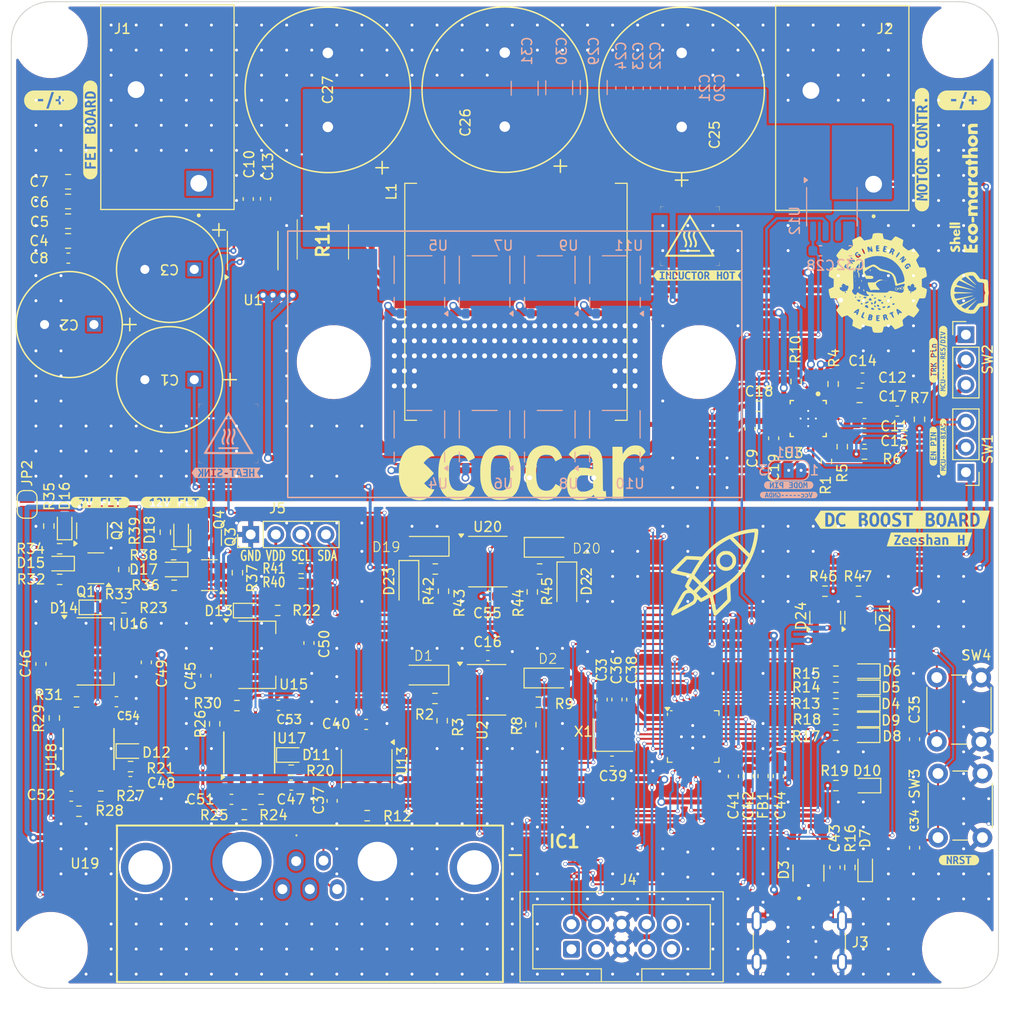
<source format=kicad_pcb>
(kicad_pcb (version 20241229) (generator "pcbnew") (generator_version "9.0")
  (layers (0 "F.Cu" signal) (2 "B.Cu" signal) (13 "F.Paste" user) (15 "B.Paste" user) (5 "F.SilkS" user "F.Silkscreen") (7 "B.SilkS" user "B.Silkscreen") (1 "F.Mask" user) (3 "B.Mask" user) (25 "Edge.Cuts" user))
  (net 0 "")
  (net 1 "+5V")
  (net 2 "GND")
  (net 3 "GNDA")
  (net 4 "Net-(U3-SS)")
  (net 5 "Net-(U3-COMP)")
  (net 6 "Net-(U3-VREF_RANGE)")
  (net 7 "Net-(U3-HB)")
  (net 8 "+3V3")
  (net 9 "UNPROTECTED_12V")
  (net 10 "UNPROTECTED_7V")
  (net 11 "+12V")
  (net 12 "+7V")
  (net 13 "Net-(D7-A)")
  (net 16 "/Boost-Circuit/IN_CURR")
  (net 17 "Net-(U3-RT)")
  (net 18 "/Boost-Circuit/OUT_CURR")
  (net 19 "Net-(U3-PGOOD)")
  (net 20 "/Boost-Circuit/VOLT_IN_2")
  (net 23 "/Low Side/NRST")
  (net 24 "/Boost-Circuit/INPUT_CURR")
  (net 25 "/Boost-Circuit/OUTPUT_CURR")
  (net 26 "+3V3A")
  (net 27 "/Low Side/USB_D+")
  (net 28 "/Boost-Circuit/TRK")
  (net 29 "/Low Side/USB_D-")
  (net 30 "/Low Side/ISO_VOLT_INPUT_TERMINAL")
  (net 31 "/Low Side/ISO_VOLT_OUTPUT_TERMINAL")
  (net 32 "/Low Side/VOLT_TUNE_D{slash}A")
  (net 33 "/Low Side/SWCLK")
  (net 38 "/Low Side/SWDIO")
  (net 39 "/Low Side/OLED_SDA")
  (net 40 "/Low Side/OLED_SCL")
  (net 41 "/Low Side/FLT_{7}")
  (net 42 "/Low Side/FLT_{12}")
  (net 43 "/Low Side/CAN_H")
  (net 44 "Net-(U2A-+)")
  (net 45 "Net-(U2B-+)")
  (net 46 "Net-(D16-K)")
  (net 47 "/Low Side/CAN_L")
  (net 48 "/Low Side/LED3")
  (net 49 "/Low Side/LED2")
  (net 50 "/Low Side/LED1")
  (net 51 "/Low Side/LED5")
  (net 52 "Net-(D3-Pad3)")
  (net 53 "Net-(D8-A)")
  (net 54 "Net-(D9-A)")
  (net 55 "Net-(D10-A)")
  (net 56 "Net-(D11-A)")
  (net 57 "Net-(D12-A)")
  (net 58 "Net-(D13-A)")
  (net 59 "Net-(D14-A)")
  (net 60 "/Low Side/LED4")
  (net 61 "/Low Side/CAN_LED")
  (net 62 "/Low Side/12V_ILM")
  (net 63 "Net-(U1-FILTER)")
  (net 64 "/Boost-Circuit/V_Load")
  (net 65 "/Boost-Circuit/CSN")
  (net 66 "Net-(D3-Pad1)")
  (net 67 "Net-(D4-A)")
  (net 68 "Net-(D5-A)")
  (net 69 "/Boost-Circuit/Vcc")
  (net 70 "Net-(D15-A)")
  (net 71 "GNDREF")
  (net 72 "/Low Side/7V_ILM")
  (net 73 "/Low Side/CAN_STBY")
  (net 74 "Net-(D6-A)")
  (net 75 "/Boost-Circuit/VOLT_IN_1")
  (net 76 "Net-(D16-A)")
  (net 77 "Net-(D17-K)")
  (net 78 "Net-(D17-A)")
  (net 79 "/Low Side/CAN_RX")
  (net 80 "/Low Side/CAN_TX")
  (net 81 "/Boost-Circuit/Enable_Pin")
  (net 82 "Net-(D15-K)")
  (net 83 "/Boost-Circuit/CSP")
  (net 84 "Net-(SW1-B)")
  (net 85 "Net-(SW2-A)")
  (net 86 "Net-(D18-K)")
  (net 87 "Net-(D18-A)")
  (net 88 "Net-(SW2-C)")
  (net 89 "/Low Side/CLK_OUT")
  (net 90 "Net-(SW2-B)")
  (net 91 "Net-(JP1-C)")
  (net 92 "/Enable Pin/Enable_Pin_MCU")
  (net 93 "/Boost-Circuit/Low_Fets")
  (net 94 "Net-(C14-Pad1)")
  (net 95 "Net-(U12-FILTER)")
  (net 96 "Net-(U14-PB8)")
  (net 97 "Net-(U17-dV{slash}dT)")
  (net 98 "Net-(U18-dV{slash}dT)")
  (net 99 "Net-(U20A-+)")
  (net 100 "Net-(U20B-+)")
  (net 101 "Net-(U17-EN{slash}UVLO)")
  (net 102 "Net-(U17-OVLO)")
  (net 103 "Net-(U18-EN{slash}UVLO)")
  (net 104 "Net-(U18-OVLO)")
  (net 105 "Net-(U10-G)")
  (net 106 "Net-(U11-G)")
  (footprint "Capacitor_SMD:C_0603_1608Metric" (layer "F.Cu") (at 150.94059 156.49 -90)
    (property "Reference" "C43")
    (property "Value" "100n")
  )
  (footprint "Capacitor_SMD:C_0603_1608Metric" (layer "F.Cu") (at 130.35 139.48 90)
    (property "Reference" "C38")
    (property "Value" "100n")
  )
  (footprint "Package_TO_SOT_SMD:SOT-223-3_TabPin2" (layer "F.Cu") (at 92.38125 134.95)
    (property "Reference" "U15")
    (property "Value" "AZ1117IH-5.0")
  )
  (footprint "LED_SMD:LED_0603_1608Metric" (layer "F.Cu") (at 154 141.5 180)
    (property "Reference" "D9")
    (property "Value" "Green")
  )
  (footprint "ecocad_lib_footprints:SOT-23-3_Adjusted" (layer "F.Cu") (at 75.6788 122.3717 90)
    (property "Reference" "Q2")
    (property "Value" "SI2302A-TPMSCT-ND")
  )
  (footprint "Capacitor_SMD:C_0603_1608Metric" (layer "F.Cu") (at 142.15 147.2375 -90)
    (property "Reference" "C42")
    (property "Value" "1u")
  )
  (footprint "Resistor_SMD:R_0603_1608Metric" (layer "F.Cu") (at 71.3 121.9 -90)
    (property "Reference" "R35")
    (property "Value" "7.5k")
  )
  (footprint "kibuzzard-67B58E58" (layer "F.Cu") (at 84 119.5)
    (property "Reference" "kibuzzard-67B58E58" (hide yes))
    (property "Value" "G***" (hide yes))
  )
  (footprint "Diode_SMD:D_SOD-123" (layer "F.Cu") (at 123.775 127.9 -90)
    (property "Reference" "D22")
    (property "Value" "MMSZ5266BT1G")
  )
  (footprint "LED_SMD:LED_0603_1608Metric" (layer "F.Cu") (at 154.025 136.6 180)
    (property "Reference" "D6")
    (property "Value" "Green")
  )
  (footprint "Resistor_SMD:R_0603_1608Metric" (layer "F.Cu") (at 96.875 127.7)
    (property "Reference" "R40")
    (property "Value" "4k7")
  )
  (footprint "Resistor_SMD:R_0603_1608Metric" (layer "F.Cu") (at 95.85 146.645 180)
    (property "Reference" "R20")
    (property "Value" "7.5k")
  )
  (footprint "Resistor_SMD:R_0603_1608Metric" (layer "F.Cu") (at 83.95 124.8 180)
    (property "Reference" "R38")
    (property "Value" "7.5k")
  )
  (footprint "LED_SMD:LED_0603_1608Metric" (layer "F.Cu") (at 154 143.1 180)
    (property "Reference" "D8")
    (property "Value" "Blue")
  )
  (footprint "Capacitor_SMD:C_0603_1608Metric" (layer "F.Cu") (at 159 143.5 90)
    (property "Reference" "C35")
    (property "Value" "100n")
  )
  (footprint "LOGO" (layer "F.Cu") (at 155.25 97.25)
    (property "Reference" "G***" (hide yes))
    (property "Value" "LOGO" (hide yes))
  )
  (footprint "Capacitor_SMD:C_0603_1608Metric" (layer "F.Cu") (at 140.65 147.2625 -90)
    (property "Reference" "C41")
    (property "Value" "10n")
  )
  (footprint "ecocad_lib_footprints:PHOENIX_1017521" (layer "F.Cu") (at 90.062 69.0625 180)
    (property "Reference" "J1")
    (property "Value" "PHNX_CONN_1017521")
  )
  (footprint "Package_SO:TI_SO-PowerPAD-8" (layer "F.Cu") (at 91.6 144.8475 90)
    (property "Reference" "U17")
    (property "Value" "TPS259631")
  )
  (footprint "Resistor_SMD:R_0603_1608Metric" (layer "F.Cu") (at 149.925 128.5)
    (property "Reference" "R46")
    (property "Value" "10")
  )
  (footprint "Resistor_SMD:R_0603_1608Metric" (layer "F.Cu") (at 151.025 148.2)
    (property "Reference" "R19")
    (property "Value" "220R")
  )
  (footprint "ecocad_lib_footprints:SOT-23-3_Adjusted" (layer "F.Cu") (at 76.0598 126.1759 180)
    (property "Reference" "Q1")
    (property "Value" "SI2302A-TPMSCT-ND")
  )
  (footprint "kibuzzard-694398FD" (layer "F.Cu") (at 160.5 123.25)
    (property "Reference" "kibuzzard-694398FD" (hide yes))
    (property "Value" "G***" (hide yes))
  )
  (footprint "Package_SO:TI_SO-PowerPAD-8" (layer "F.Cu") (at 75.325 144.5025 90)
    (property "Reference" "U18")
    (property "Value" "TPS259631")
  )
  (footprint "Resistor_SMD:R_0603_1608Metric" (layer "F.Cu") (at 91.1 151.145)
    (property "Reference" "R25")
    (property "Value" "1k")
  )
  (footprint "Resistor_SMD:R_0603_1608Metric" (layer "F.Cu") (at 96.85 126.2)
    (property "Reference" "R41")
    (property "Value" "4k7")
  )
  (footprint "Resistor_SMD:R_0603_1608Metric" (layer "F.Cu") (at 121.025 126.25 180)
    (property "Reference" "R45")
    (property "Value" "68k")
  )
  (footprint "Capacitor_SMD:C_0603_1608Metric" (layer "F.Cu") (at 153.725 106.900001)
    (property "Reference" "C14")
    (property "Value" "12n")
  )
  (footprint "LED_SMD:LED_0603_1608Metric" (layer "F.Cu") (at 95.85 145.1)
    (property "Reference" "D11")
    (property "Value" "BLUE")
  )
  (footprint "Capacitor_SMD:C_0603_1608Metric" (layer "F.Cu") (at 157.25 110.25 180)
    (property "Reference" "C17")
    (property "Value" "22u")
  )
  (footprint "Package_TO_SOT_SMD:SOT-23" (layer "F.Cu") (at 153.5 131.1875 90)
    (property "Reference" "D21")
    (property "Value" "BAT54S")
  )
  (footprint "Capacitor_SMD:C_0603_1608Metric" (layer "F.Cu") (at 128.85 139.48 90)
    (property "Reference" "C36")
    (property "Value" "100n")
  )
  (footprint "MountingHole:MountingHole_3.5mm" (layer "F.Cu") (at 100.159 105.282)
    (property "Reference" "H6" (hide yes))
    (property "Value" "MountingHole")
  )
  (footprint "NetTie:NetTie-2_SMD_Pad0.5mm" (layer "F.Cu") (at 153.925 110.425)
    (property "Reference" "NT1" (hide yes))
    (property "Value" "NetTie_2" (hide yes))
  )
  (footprint "Capacitor_SMD:C_0603_1608Metric" (layer "F.Cu") (at 93.25 88.725 -90)
    (property "Reference" "C13")
    (property "Value" "10n")
  )
  (footprint "ecocad_lib_footprints:CSS2H3920RL700F" (layer "F.Cu") (at 99.06 92.85 90)
    (property "Reference" "R11")
    (property "Value" "0.750u" (hide yes))
  )
  (footprint "Capacitor_SMD:C_0603_1608Metric" (layer "F.Cu") (at 115.775 135.025 180)
    (property "Reference" "C16")
    (property "Value" "0u1")
  )
  (footprint "Jumper:SolderJumper-2_P1.3mm_Open_RoundedPad1.0x1.5mm" (layer "F.Cu") (at 69.1 119.7 -90)
    (property "Reference" "JP2")
    (property "Value" "SolderJumper_2_Open")
  )
  (footprint "LOGO" (layer "F.Cu") (at 164.25 90.75 90)
    (property "Reference" "G***" (hide yes))
    (property "Value" "LOGO" (hide yes))
  )
  (footprint "Package_SO:SOIC-8_3.9x4.9mm_P1.27mm" (layer "F.Cu") (at 103.5 146.5 -90)
    (property "Reference" "U13")
    (property "Value" "MCP2542FD")
  )
  (footprint "Resistor_SMD:R_0603_1608Metric" (layer "F.Cu") (at 120.895 139.75 180)
    (property "Reference" "R9")
    (property "Value" "100k")
  )
  (footprint "Capacitor_SMD:C_0603_1608Metric" (layer "F.Cu") (at 97.65 133.75 -90)
    (property "Reference" "C50")
    (property "Value" "22u")
  )
  (footprint "Capacitor_SMD:C_0603_1608Metric" (layer "F.Cu") (at 79.555 147.7975 180)
    (property "Reference" "C48")
    (property "Value" "1u")
  )
  (footprint "Resistor_SMD:R_0603_1608Metric" (layer "F.Cu") (at 83.1 122.525 -90)
    (property "Reference" "R39")
    (property "Value" "7.5k")
  )
  (footprint "LED_SMD:LED_0603_1608Metric" (layer "F.Cu") (at 154 156.45 90)
    (property "Reference" "D7")
    (property "Value" "Blue")
  )
  (footprint "ecocad_lib_footprints:D_SOD_123_M" (layer "F.Cu") (at 121.75 137.25)
    (property "Reference" "D2")
    (property "Value" "MMSZ5226B-7-F")
  )
  (footprint "Capacitor_SMD:C_0603_1608Metric" (layer "F.Cu") (at 103.45 142 180)
    (property "Reference" "C40")
    (property "Value" "100n")
  )
  (footprint "ecocad_lib_footprints:PHOENIX_1017521" (layer "F.Cu") (at 158.425 69.15 180)
    (property "Reference" "J2")
    (property "Value" "PHNX_CONN_1017521")
  )
  (footprint "Resistor_SMD:R_0603_1608Metric" (layer "F.Cu") (at 79.58 146.2725)
    (property "Reference" "R21")
    (property "Value" "7.5k")
  )
  (footprint "Resistor_SMD:R_0603_1608Metric" (layer "F.Cu") (at 94.48125 130.45 180)
    (property "Reference" "R22")
    (property "Value" "7.5k")
  )
  (footprint "kibuzzard-6743FE8B" (layer "F.Cu") (at 159.75 83.75 90)
    (property "Reference" "kibuzzard-6743FE8B" (hide yes))
    (property "Value" "G***" (hide yes))
  )
  (footprint "Resistor_SMD:R_0603_1608Metric" (layer "F.Cu") (at 72.4 127.3)
    (property "Reference" "R32")
    (property "Value" "12k")
  )
  (footprint "Resistor_SMD:R_0603_1608Metric" (layer "F.Cu") (at 92.8 149.595)
    (property "Reference" "R24")
    (property "Value" "10k")
  )
  (footprint "Package_SO:SOIC-8_3.9x4.9mm_P1.27mm" (layer "F.Cu") (at 115.645 138.495)
    (property "Reference" "U2")
    (property "Value" "MCP6007")
  )
  (footprint "Resistor_SMD:R_0603_1608Metric" (layer "F.Cu") (at 74.35 150.8)
    (property "Reference" "R28")
    (property "Value" "1k")
  )
  (footprint "Resistor_SMD:R_0603_1608Metric" (layer "F.Cu") (at 103.55 151.25 180)
    (property "Reference" "R12")
    (property "Value" "R")
  )
  (footprint "Capacitor_SMD:C_0603_1608Metric" (layer "F.Cu") (at 144.725 113 -90)
    (property "Reference" "C19")
    (property "Value" "4u7")
  )
  (footprint "MountingHole:MountingHole_3.5mm" (layer "F.Cu") (at 163.5 164.75)
    (property "Reference" "H4" (hide yes))
    (property "Value" "MountingHole" (hide yes))
  )
  (footprint "Resistor_SMD:R_0603_1608Metric" (layer "F.Cu") (at 74.105 139.7225)
    (property "Reference" "R31")
    (property "Value" "1k2")
  )
  (footprint "Resistor_SMD:R_0603_1608Metric" (layer "F.Cu") (at 88.1 141.945 -90)
    (property "Reference" "R26")
    (property "Value" "1k")
  )
  (footprint "LED_SMD:LED_0603_1608Metric" (layer "F.Cu") (at 75.85 130.1375)
    (property "Reference" "D14")
    (property "Value" "Blue")
  )
  (footprint "Resistor_SMD:R_0603_1608Metric" (layer "F.Cu") (at 150.075 115.350001 -90)
    (property "Reference" "R1")
    (property "Value" "50k")
  )
  (footprint "Resistor_SMD:R_0603_1608Metric" (layer "F.Cu") (at 152.45 156.5 90)
    (property "Reference" "R16")
    (property "Value" "7.5k")
  )
  (footprint "Capacitor_SMD:C_0603_1608Metric" (layer "F.Cu") (at 145.2 147.25 90)
    (property "Reference" "C44")
    (property "Value" "1u")
  )
  (footprint "LED_SMD:LED_0603_1608Metric" (layer "F.Cu") (at 83.9 126.3 180)
    (property "Reference" "D17")
    (property "Value" "Red")
  )
  (footprint "Capacitor_SMD:C_0603_1608Metric" (layer "F.Cu") (at 73.565 149.2725)
    (property "Reference" "C52")
    (property "Value" "2n2")
  )
  (footprint "Resistor_SMD:R_0603_1608Metric" (layer "F.Cu") (at 111.145 141.62 -90)
    (property "Reference" "R3")
    (property "Value" "200k")
  )
  (footprint "Connector_PinHeader_2.54mm:PinHeader_1x03_P2.54mm_Vertical" (layer "F.Cu") (at 164.2 102.5)
    (property "Reference" "SW2")
    (property "Value" "SW_SPDT")
  )
  (footprint "Connector_USB:USB_C_Receptacle_GCT_USB4105-xx-A_16P_TopMnt_Horizontal" (layer "F.Cu") (at 147.325 165)
    (property "Reference" "J3")
    (property "Value" "USB_C_Receptacle_USB2.0_14P")
  )
  (footprint "LED_SMD:LED_0603_1608Metric" (layer "F.Cu") (at 154.0875 148.2 180)
    (property "Reference" "D10")
    (property "Value" "Red")
  )
  (footprint "Resistor_SMD:R_0603_1608Metric" (layer "F.Cu") (at 153.325 128.5)
    (property "Reference" "R47")
    (property "Value" "10")
  )
  (footprint "Capacitor_SMD:C_0603_1608Metric" (layer "F.Cu") (at 73.2712 94.7454 180)
    (property "Reference" "C8")
    (property "Value" "1u")
  )
  (footprint "LED_SMD:LED_0603_1608Metric" (layer "F.Cu") (at 84.7 122.5 90)
    (property "Reference" "D18")
    (property "Value" "Green")
  )
  (footprint "Button_Switch_THT:SW_PUSH_6mm_H5mm" (layer "F.Cu") (at 161.25 143.75 90)
    (property "Reference" "SW4")
    (property "Value" "O/P Voltage Adjust")
  )
  (footprint "Resistor_SMD:R_0603_1608Metric" (layer "F.Cu") (at 90.35 140.095)
    (property "Reference" "R30")
    (property "Value" "1k2")
  )
  (footprint "Capacitor_SMD:C_0603_1608Metric" (layer "F.Cu") (at 159 154.5 90)
    (property "Reference" "C34")
    (property "Value" "100n")
  )
  (footprint "Package_TO_SOT_SMD:SOT-23" (layer "F.Cu") (at 149.95 131.1875 90)
    (property "Reference" "D24")
    (property "Value" "BAT54S")
  )
  (footprint "Resistor_SMD:R_0603_1608Metric" (layer "F.Cu") (at 143.175 109.75)
    (property "Reference" "C18")
    (property "Value" "100n")
  )
  (footprint "Inductor_SMD:L_0603_1608Metric" (layer "F.Cu") (at 143.65 147.2375 -90)
    (property "Reference" "FB1")
    (property "Value" "300R")
  )
  (footprint "Capacitor_SMD:C_0805_2012Metric" (layer "F.Cu") (at 153.425 108.650001)
    (property "Reference" "C12")
    (property "Value" "220p")
  )
  (footprint "Capacitor_SMD:C_0603_1608Metric" (layer "F.Cu") (at 115.875 129.025)
    (property "Reference" "C55")
    (property "Value" "0u1")
  )
  (footprint "Resistor_SMD:R_0603_1608Metric" (layer "F.Cu") (at 110.42 139.37 180)
    (property "Reference" "R2")
    (property "Value" "100k")
  )
  (footprint "Capacitor_SMD:C_0603_1608Metric" (layer "F.Cu") (at 78.15 139.7 180)
    (property "Reference" "C54")
    (property "Value" "1u")
  )
  (footprint "Resistor_SMD:R_0603_1608Metric" (layer "F.Cu") (at 151.025 141.5)
    (property "Reference" "R18")
    (property "Value" "220R")
  )
  (footprint "kibuzzard-67392652" (layer "F.Cu") (at 71.5 78.75 180)
    (property "Reference" "kibuzzard-67392652" (hide yes))
    (property "Value" "G***" (hide yes))
  )
  (footprint "ecocad_lib_footprints:SOT65P210X110-5N" (layer "F.Cu") (at 123.55 156.75)
    (property "Reference" "IC1")
    (property "Value" "ESDALC6V1W5" (hide yes))
  )
  (footprint "Resistor_SMD:R_0603_1608Metric" (layer "F.Cu") (at 90.4 126.625 90)
    (property "Reference" "R37")
    (property "Value" "30k")
  )
  (footprint "ecocad_lib_footprints:SOT-23-3_Adjusted" (layer "F.Cu") (at 87.2216 123.0703 90)
    (property "Reference" "Q4")
    (property "Value" "SI2302A-TPMSCT-ND")
  )
  (footprint "Resistor_SMD:R_0603_1608Metric" (layer "F.Cu") (at 111.275 128.5 -90)
    (property "Reference" "R43")
    (property "Value" "3k")
  )
  (footprint "ecocad_lib_footprints:DB7W2-Male" (layer "F.Cu") (at 97.723 157.456)
    (property "Reference" "U19")
    (property "Value" "~" (hide yes))
  )
  (footprint "ecocad_lib_footprints:CAP_PAN_10X20_PAN" (layer "F.Cu") (at 86.0298 107.061 180)
    (property "Reference" "C1")
    (property "Value" "470u")
  )
  (footprint "Capacitor_SMD:C_0603_1608Metric" (layer "F.Cu") (at 87.20625 137.0625 -90)
    (property "Reference" "C45")
    (property "Value" "10u")
  )
  (footprint "Resistor_SMD:R_0603_1608Metric" (layer "F.Cu") (at 120.125 142.025 -90)
    (property "Reference" "R8")
    (property "Value" "200k")
  )
  (footprint "Resistor_SMD:R_0603_1608Metric" (layer "F.Cu") (at 151 143.1)
    (property "Reference" "R17")
    (property "Value" "220R")
  )
  (footprint "Resistor_SMD:R_0603_1608Metric" (layer "F.Cu") (at 151.675 113.850001 -90)
    (property "Reference" "R5")
    (property "Value" "6k98")
  )
  (footprint "ecocad_lib_footprints:Display_128x64_096_I2C" (layer "F.Cu") (at 95.56 122.75)
    (property "Reference" "J5")
    (property "Value" "OLED")
  )
  (footprint "Resistor_SMD:R_0603_1608Metric" (layer "F.Cu") (at 72.4 124.2 180)
    (property "Reference" "R34")
    (property "Value" "7.5k")
  )
  (footprint "Diode_SMD:D_SOD-123" (layer "F.Cu") (at 107.775 127.75 -90)
    (property "Reference" "D23")
    (property "Value" "MMSZ5257BT1G")
  )
  (footprint "LOGO" (layer "F.Cu") (at 138.75 126.5)
    (property "Reference" "G***" (hide yes))
    (property "Value" "LOGO" (hide yes))
  )
  (footprint "Capacitor_SMD:C_0603_1608Metric" (layer "F.Cu") (at 153.924999 113.100001)
    (property "Reference" "C15")
    (property "Value" "470p")
  )
  (footprint "ecocad_lib_footprints:CAP_PAN_10X20_PAN" (layer "F.Cu") (at 75.8698 101.473 180)
    (property "Reference" "C2")
    (property "Value" "470u")
  )
  (footprint "Capacitor_SMD:C_0603_1608Metric" (layer "F.Cu") (at 142.325 112.025 -90)
    (property "Reference" "C9")
    (property "Value" "1u")
  )
  (footprint "Resistor_SMD:R_0603_1608Metric" (layer "F.Cu") (at 76.555 149.2725)
    (property "Reference" "R27")
    (property "Value" "8k")
  )
  (footprint "Resistor_SMD:R_0603_1608Metric" (layer "F.Cu") (at 78.9 126.3 90)
    (property "Reference" "R33")
    (property "Value" "30k")
  )
  (footprint "Connector_PinHeader_2.54mm:PinHeader_1x03_P2.54mm_Vertical" (layer "F.Cu") (at 164.2 116.44 180)
    (property "Reference" "SW1")
    (property "Value" "SW_SPDT")
  )
  (footprint "ecocad_lib_footprints:SOT95P280X145-6N" (layer "F.Cu") (at 148.25 157.07 90)
    (property "Reference" "D3")
    (property "Value" "USBLC6-2SC6")
  )
  (footprint "Capacitor_SMD:C_0603_1608Metric" (layer "F.Cu") (at 153.924999 111.5)
    (property "Reference" "C11")
    (property "Value" "47u")
  )
  (footprint "Package_SO:SOIC-8_3.9x4.9mm_P1.27mm" (layer "F.Cu") (at 115.775 125.5)
    (property "Reference" "U20")
    (property "Value" "MCP6007")
  )
  (footprint "Button_Switch_THT:SW_PUSH_6mm_H5mm" (layer "F.Cu") (at 165.875 146.975 -90)
    (property "Reference" "SW3")
    (property "Value" "RESET")
  )
  (footprint "Resistor_SMD:R_0603_1608Metric" (layer "F.Cu") (at 151.025 139.9)
    (property "Reference" "R13")
    (property "Value" "220R")
  )
  (footprint "ecocad_lib_footprints:CAP_YX_16X31P5_RUB" (layer "F.Cu") (at 99.5624 81.44225 90)
    (property "Reference" "C27")
    (property "Value" "470u")
  )
  (footprint "kibuzzard-67BA3C10" (layer "F.Cu") (at 163.5 155.75)
    (property "Reference" "kibuzzard-67BA3C10" (hide yes))
    (property "Value" "G***" (hide yes))
  )
  (footprint "Crystal:Crystal_SMD_3225-4Pin_3.2x2.5mm" (layer "F.Cu") (at 128.45 143.07375)
    (property "Reference" "X1")
    (property "Value" "OXETDLJANF-8MHZ")
  )
  (footprint "Capacitor_SMD:C_0805_2012Metric" (layer "F.Cu") (at 73.25 89 180)
    (property "Reference" "C6")
    (property "Value" "22u")
  )
  (footprint "Resistor_SMD:R_0603_1608Metric" (layer "F.Cu") (at 110.45 126.25 180)
    (property "Reference" "R42")
    (property "Value" "27k")
  )
  (footprint "LED_SMD:LED_0603_1608Metric" (layer "F.Cu") (at 154.025 138.25 180)
    (property "Reference" "D5")
    (property "Value" "Red")
  )
  (footprint "Capacitor_SMD:C_0603_1608Metric" (layer "F.Cu") (at 100 149.75 90)
    (property "Reference" "C37")
    (property "Value" "100n")
  )
  (footprint "Capacitor_SMD:C_0603_1608Metric" (layer "F.Cu") (at 127.35 139.48 90)
    (property "Reference" "C33")
    (property "Value" "4u7")
  )
  (footprint "MountingHole:MountingHole_3.5mm" (layer "F.Cu") (at 137.159 105.282)
    (property "Reference" "H5" (hide yes))
    (property "Value" "MountingHole")
  )
  (footprint "kibuzzard-67B591A9" (layer "F.Cu") (at 157.75 121.25)
    (property "Reference" "kibuzzard-67B591A9" (hide yes))
    (property "Value" "G***" (hide yes))
  )
  (footprint "Resistor_SMD:R_0603_1608Metric" (layer "F.Cu") (at 84 127.9)
    (property "Reference" "R36")
    (property "Value" "12k")
  )
  (footprint "Package_TO_SOT_SMD:SOT-223-3_TabPin2" (layer "F.Cu") (at 76 134.6)
    (property "Reference" "U16")
    (property "Value" "AZ1117IH-3.3")
  )
  (footprint "ecocad_lib_footprints:RGR0020C-MFG" (layer "F.Cu") (at 148.225 111 -90)
    (property "Reference" "U3")
    (property "Value" "LM51231QRGRRQ1")
  )
  (footprint "ecocad_lib_footprints:D_SOD_123_M" (layer "F.Cu") (at 109.5 137.05 180)
    (property "Reference" "D1")
    (property "Value" "MMSZ5226B-7-F")
  )
  (footprint "ecocad_lib_footprints:SOT-23-3_Adjusted" (layer "F.Cu") (at 87.5615 126.8748 180)
    (property "Reference" "Q3")
    (property "Value" "SI2302A-TPMSCT-ND")
  )
  (footprint "Resistor_SMD:R_0603_1608Metric" (layer "F.Cu") (at 159.5 111.075 -90)
    (property "Reference" "R7")
    (property "Value" "25k")
  )
  (footprint "Capacitor_SMD:C_0603_1608Metric" (layer "F.Cu") (at 128.35 145.72375)
    (property "Reference" "C39")
    (property "Value" "100n")
  )
  (footprint "ecocad_lib_footprints:CAP_PAN_10X20_PAN" (layer "F.Cu") (at 86.0298 95.885 180)
    (property "Reference" "C3")
    (property "Value" "470u")
  )
  (footprint "Capacitor_SMD:C_0603_1608Metric" (layer "F.Cu") (at 94.55 140.07 180)
    (property "Reference" "C53")
    (property "Value" "1u")
  )
  (footprint "kibuzzard-67B58E6E" (layer "F.Cu") (at 76.5 119.5)
    (property "Reference" "kibuzzard-67B58E6E" (hide yes))
    (property "Value" "G***" (hide yes))
  )
  (footprint "MountingHole:MountingHole_3.5mm" (layer "F.Cu") (at 71.5 164.75)
    (property "Reference" "H3" (hide yes))
    (property "Value" "MountingHole" (hide yes))
  )
  (footprint "Capacitor_SMD:C_0603_1608Metric" (layer "F.Cu") (at 89.8 149.595)
    (property "Reference" "C51")
    (property "Value" "2n2")
  )
  (footprint "Resistor_SMD:R_0603_1608Metric" (layer "F.Cu") (at 153.924999 114.600001)
    (property "Reference" "R6")
    (property "Value" "28k")
  )
  (footprint "RB_FTP:ecocar_logo" (layer "F.Cu") (at 119.25 116.5)
    (property "Reference" "G***" (hide yes))
    (property "Value" "LOGO" (hide yes))
  )
  (footprint "ecocad_lib_footprints:D_SOD_123_M" (layer "F.Cu") (at 121.775 124)
    (property "Reference" "D20")
    (property "Value" "MMSZ5226B-7-F")
  )
  (footprint "Capacitor_SMD:C_0603_1608Metric" (layer "F.Cu") (at 91.5 88.75 90)
    (property "Reference" "C10")
    (property "Value" "100n")
  )
  (footprint "Capacitor_SMD:C_0805_2012Metric" (layer "F.Cu") (at 73.25 93 180)
    (property "Reference" "C4")
    (property "Value" "22u")
  )
  (footprint "LOGO" (layer "F.Cu") (at 136.25 92.5)
    (property "Reference" "G***" (hide yes))
    (property "Value" "LOGO" (hide yes))
  )
  (footprint "Resistor_SMD:R_0603_1608Metric" (layer "F.Cu") (at 120.275 128.575 -90)
    (property "Reference" "R44")
    (property "Value" "3k6")
  )
  (footprint "Capacitor_SMD:C_0805_2012Metric" (layer "F.Cu") (at 73.25 91 180)
    (property "Reference" "C5")
    (property "Value" "22u")
  )
  (footprint "Resistor_SMD:R_0603_1608Metric" (layer "F.Cu") (at 147 107.250001 90)
    (property "Reference" "R10")
    (property "Value" "100k")
  )
  (footprint "kibuzzard-67B37DE2" (layer "F.Cu") (at 137 96.5)
    (property "Reference" "kibuzzard-67B37DE2" (hide yes))
    (property "Value" "G***" (hide yes))
  )
  (footprint "kibuzzard-6743FE6D" (layer "F.Cu") (at 75.5 81.75 90)
    (property "Reference" "kibuzzard-6743FE6D" (hide yes))
    (property "Value" "G***" (hide yes))
  )
  (footprint "Capacitor_SMD:C_0603_1608Metric" (layer "F.Cu") (at 81.175 135.7125 -90)
    (property "Reference" "C49")
    (property "Value" "22u")
  )
  (footprint "Resistor_SMD:R_0603_1608Metric" (layer "F.Cu") (at 151.025 138.25)
    (property "Reference" "R14")
    (property "Value" "220R")
  )
  (footprint "ecocad_lib_footprints:D_SOD_123_M" (layer "F.Cu") (at 109.525 124 180)
    (property "Reference" "D19")
    (property "Value" "MMSZ5226B-7-F")
  )
  (footprint "LED_SMD:LED_0603_1608Metric" (layer "F.Cu") (at 72.9 121.8 90)
    (property "Reference" "D16")
    (property "Value" "Green")
  )
  (footprint "LED_SMD:LED_0603_1608Metric" (layer "F.Cu") (at 79.6 144.7)
    (property "Reference" "D12")
    (property "Value" "BLUE")
  )
  (footprint "Resistor_SMD:R_0603_1608Metric" (layer "F.Cu") (at 151.025 136.6)
    (property "Reference" "R15")
    (property "Value" "220R")
  )
  (footprint "MountingHole:MountingHole_3.5mm" (layer "F.Cu") (at 71.5 72.75)
    (property "Reference" "H1" (hide yes))
    (property "Value" "MountingHole" (hide yes))
  )
  (footprint "kibuzzard-67B8F6AB" (layer "F.Cu") (at 161.9 105.2 90)
    (property "Reference" "kibuzzard-67B8F6AB" (hide yes))
    (property "Value" "G***" (hide yes))
  )
  (footprint "LED_SMD:LED_0603_1608Metric" (layer "F.Cu") (at 91.48125 130.4625)
    (property "Reference" "D13")
    (property "Value" "Blue")
  )
  (footprint "ecocad_lib_footprints:CAP_YX_16X31P5_RUB" (layer "F.Cu") (at 117.4845 81.414 90)
    (property "Reference" "C26")
    (property "Value" "470u")
  )
  (footprint "ecocad_lib_footprints:L_Kemet_3u3" (layer "F.Cu") (at 118.618 99.168 -90)
    (property "Reference" "L1")
    (property "Value" "2.2u")
  )
  (footprint "ecocad_lib_footprints:IDC-STM32-Prog-Header_2x05_P2.54mm_Vertical" (layer "F.Cu") (at 124.24 164.79 90)
    (property "Reference" "J4")
    (property "Value" "STM32-Prog-Header")
  )
  (footprint "Resistor_SMD:R_0603_1608Metric" (layer "F.Cu") (at 71.855 141.3475 -90)
    (property "Reference" "R29")
    (property "Value" "1k2")
  )
  (footprint "Resistor_SMD:R_0603_1608Metric" (layer "F.Cu") (at 78.9 130.1875 180)
    (property "Reference" "R23")
    (property "Value" "7.5k")
  )
  (footprint "ecocad_lib_footprints:CAP_YX_16X31P5_RUB" (layer "F.Cu") (at 135.4066 81.44225 90)
    (property "Reference" "C25")
    (property "Value" "470u")
  )
  (footprint "LED_SMD:LED_0603_1608Metric" (layer "F.Cu") (at 154.0125 139.9 180)
    (property "Reference" "D4")
    (property "Value" "Orange")
  )
  (footprint "kibuzzard-67392652" (layer "F.Cu") (at 164 78.75 180)
    (property "Reference" "kibuzzard-67392652" (hide yes))
    (property "Value" "G***" (hide yes))
  )
  (footprint "Resistor_SMD:R_0603_1608Metric_Pad0.98x0.95mm_HandSolder" (layer "F.Cu") (at 150.75 107.5 90)
    (property "Reference" "R4")
    (property "Value" "15.4k")
  )
  (footprint "Capacitor_SMD:C_0603_1608Metric" (layer "F.Cu") (at 95.85 148.15 180)
    (property "Reference" "C47")
    (property "Value" "1u")
  )
  (footprint "Capacitor_SMD:C_0603_1608Metric" (layer "F.Cu") (at 70.5 135.875 -90)
    (property "Reference" "C46")
    (property "Value" "10u")
  )
  (footprint "MountingHole:MountingHole_3.5mm" (layer "F.Cu") (at 163.5 72.75)
    (property "Reference" "H2" (hide yes))
    (property "Value" "MountingHole" (hide yes))
  )
  (footprint "Capacitor_SMD:C_0805_2012Metric" (layer "F.Cu") (at 73.25 87 180)
    (property "Reference" "C7")
    (property "Value" "22u")
  )
  (footprint "kibuzzard-67B8F697" (layer "F.Cu") (at 160.9 113.8 90)
    (property "Reference" "kibuzzard-67B8F697" (hide yes))
    (property "Value" "G***" (hide yes))
  )
  (footprint "kibuzzard-67B8F68E" (layer "F.Cu") (at 161.9 113.9 90)
    (property "Reference" "kibuzzard-67B8F68E" (hide yes))
    (property "Value" "G***" (hide yes))
  )
  (footprint "Package_DFN_QFN:QFN-32-1EP_5x5mm_P0.5mm_EP3.45x3.45mm" (layer "F.Cu") (at 136.575 143.225)
    (property "Reference" "U14" (hide yes))
    (property "Value" "STM32G491KEUx")
  )
  (footprint "Package_SO:SOIC-8_3.9x4.9mm_P1.27mm" (layer "F.Cu") (at 91.948 93.98 90)
    (property "Reference" "U1")
    (property "Value" "ACS713xLCTR-30A")
  )
  (footprint "kibuzzard-67B540FD" (layer "F.Cu") (at 160.9 105.1 90)
    (property "Reference" "kibuzzard-67B540FD" (hide yes))
    (property "Value" "G***" (hide yes))
  )
  (footprint "LED_SMD:LED_0603_1608Metric" (layer "F.Cu") (at 72.4 125.7 180)
    (property "Reference" "D15")
    (property "Value" "Red")
  )
  (footprint "Capacitor_SMD:C_0603_1608Metric" (layer "B.Cu") (at 129.25 77.5 90)
    (property "Reference" "C24")
    (property "Value" "100n")
  )
  (footprint "ecocad_lib_footprints:PowerMosDFNHybrid" (layer "B.Cu") (at 122.540177 113.715577 90)
    (property "Reference" "U8")
    (property "Value" "NTMFS4D0N08XT1G" (hide yes))
  )
  (footprint "Capacitor_SMD:C_0603_1608Metric" (layer "B.Cu") (at 149.475 94)
    (property "Reference" "C28")
    (property "Value" "100n")
  )
  (footprint "Jumper:SolderJumper-3_P1.3mm_Open_RoundedPad1.0x1.5mm_NumberLabels" (layer "B.Cu") (at 146.25 116.25 180)
    (property "Reference" "JP1")
    (property "Value" "SolderJumper_3_Open")
  )
  (footprint "ecocad_lib_footprints:PowerMosDFNHybrid" (layer "B.Cu") (at 115.936177 113.715577 90)
    (property "Reference" "U6")
    (property "Value" "NTMFS4D0N08XT1G" (hide yes))
  )
  (footprint "kibuzzard-67B37C45" (layer "B.Cu") (at 89.25 116.5 180)
    (property "Reference" "kibuzzard-67B37C45" (hide yes))
    (property "Value" "G***" (hide yes))
  )
  (footprint "ecocad_lib_footprints:PowerMosDFNHybrid" (layer "B.Cu") (at 129.144177 98.044 90)
    (property "Reference" "U11")
    (property "Value" "NTMFS4D0N08XT1G" (hide yes))
  )
  (footprint "Capacitor_SMD:C_1210_3225Metric" (layer "B.Cu") (at 123 77.475 90)
    (property "Reference" "C30")
    (property "Value" "10u")
  )
  (footprint "kibuzzard-67BA362A" (layer "B.Cu") (at 146.25 118.75 180)
    (property "Reference" "kibuzzard-67BA362A" (hide yes))
    (property "Value" "G***" (hide yes))
  )
  (footprint "Capacitor_SMD:C_0603_1608Metric" (layer "B.Cu") (at 132.75 77.5 90)
    (property "Reference" "C22")
    (property "Value" "100n")
  )
  (footprint "ecocad_lib_footprints:PowerMosDFNHybrid" (layer "B.Cu") (at 109.332177 98.044 90)
    (property "Reference" "U5")
    (property "Value" "NTMFS4D0N08XT1G" (hide yes))
  )
  (footprint "ecocad_lib_footprints:PowerMosDFNHybrid" (layer "B.Cu") (at 109.332177 113.715577 90)
    (property "Reference" "U4")
    (property "Value" "NTMFS4D0N08XT1G" (hide yes))
  )
  (footprint "Capacitor_SMD:C_0603_1608Metric" (layer "B.Cu") (at 136.25 77.5 90)
    (property "Reference" "C20")
    (property "Value" "100n")
  )
  (footprint "ecocad_lib_footprints:PowerMosDFNHybrid" (layer "B.Cu") (at 115.936177 98.044 90)
    (property "Reference" "U7")
    (property "Value" "NTMFS4D0N08XT1G" (hide yes))
  )
  (footprint "ecocad_lib_footprints:PowerMosDFNHybrid" (layer "B.Cu") (at 129.129354 113.715577 90)
    (property "Reference" "U10")
    (property "Value" "NTMFS4D0N08XT1G" (hide yes))
  )
  (footprint "LOGO" (layer "B.Cu") (at 89.5 112.5 180)
    (property "Reference" "G***" (hide yes))
    (property "Value" "LOGO" (hide yes))
  )
  (footprint "Capacitor_SMD:C_1210_3225Metric" (layer "B.Cu") (at 126.5 77.45 90)
    (property "Reference" "C29")
    (property "Value" "10u")
  )
  (footprint "kibuzzard-67BA360B" (layer "B.Cu") (at 146.25 117.75 180)
    (property "Reference" "kibuzzard-67BA360B" (hide yes))
    (property "Value" "G***" (hide yes))
  )
  (footprint "Capacitor_SMD:C_0603_1608Metric" (layer "B.Cu") (at 131 77.525 90)
    (property "Reference" "C23")
    (property "Value" "100n")
  )
  (footprint "Capacitor_SMD:C_0603_1608Metric" (layer "B.Cu") (at 134.51 77.5 90)
    (property "Reference" "C21")
    (property "Value" "100n")
  )
  (footprint "Capacitor_SMD:C_0603_1608Metric" (layer "B.Cu") (at 152.5 94)
    (property "Reference" "C32")
    (property "Value" "10n")
  )
  (footprint "Package_SO:SOIC-8_3.9x4.9mm_P1.27mm" (layer "B.Cu") (at 150.622 89.535 -90)
    (property "Reference" "U12")
    (property "Value" "ACS713xLCTR-30A")
  )
  (footprint "Capacitor_SMD:C_1210_3225Metric" (layer "B.Cu") (at 119.5 77.525 90)
    (property "Reference" "C31")
    (property "Value" "10u")
  )
  (footprint "ecocad_lib_footprints:PowerMosDFNHybrid" (layer "B.Cu") (at 122.540177 98.044 90)
    (property "Reference" "U9")
    (property "Value" "NTMFS4D0N08XT1G" (hide yes))
  )
  (gr_rect (start 95.5 92) (end 141.5 119) (stroke (width 0.15)) (fill no) (layer "B.SilkS"))
  (gr_arc (start 163.5 68.75) (mid 166.328427 69.921573) (end 167.5 72.75) (stroke (width 0.1)) (layer "Edge.Cuts"))
  (gr_line (start 167.5 72.75) (end 167.5 164.75) (stroke (width 0.1)) (layer "Edge.Cuts"))
  (gr_line (start 67.5 164.75) (end 67.5 72.75) (stroke (width 0.1)) (layer "Edge.Cuts"))
  (gr_line (start 71.5 68.75) (end 163.5 68.75) (stroke (width 0.1)) (layer "Edge.Cuts"))
  (gr_arc (start 67.5 72.75) (mid 68.671573 69.921573) (end 71.5 68.75) (stroke (width 0.1)) (layer "Edge.Cuts"))
  (gr_arc (start 167.5 164.75) (mid 166.328427 167.578427) (end 163.5 168.75) (stroke (width 0.1)) (layer "Edge.Cuts"))
  (gr_line (start 163.5 168.75) (end 71.5 168.75) (stroke (width 0.1)) (layer "Edge.Cuts"))
  (gr_arc (start 71.5 168.75) (mid 68.671573 167.578427) (end 67.5 164.75) (stroke (width 0.1)) (layer "Edge.Cuts"))
  (segment (start 144.925 158.925) (end 144.75 158.75) (width 0.5) (layer "F.Cu") (net 1))
  (segment (start 148 157.25) (end 148.25 157) (width 0.2) (layer "F.Cu") (net 1))
  (segment (start 95.53125 134.95) (end 95.53125 133.43875) (width 0.5) (layer "F.Cu") (net 1))
  (segment (start 95.95 134.53125) (end 95.53125 134.95) (width 0.75) (layer "F.Cu") (net 1))
  (segment (start 97.79 133) (end 102.6 133) (width 0.75) (layer "F.Cu") (net 1))
  (segment (start 117.115 136.59) (end 116.55 136.025) (width 0.25) (layer "F.Cu") (net 1))
  (segment (start 150.94059 157.265) (end 150.55 157.265) (width 0.2) (layer "F.Cu") (net 1))
  (segment (start 116.55 135.025) (end 116.55 133.4) (width 0.25) (layer "F.Cu") (net 1))
  (segment (start 150.55 157.265) (end 150.025 157.79) (width 0.2) (layer "F.Cu") (net 1))
  (segment (start 124.5 133) (end 131.25 133) (width 0.75) (layer "F.Cu") (net 1))
  (segment (start 116.55 136.025) (end 116.55 135.025) (width 0.25) (layer "F.Cu") (net 1))
  (segment (start 116.55 135.025) (end 116.75 135.225) (width 0.25) (layer "F.Cu") (net 1))
  (segment (start 152.39 157.265) (end 152.45 157.325) (width 0.2) (layer "F.Cu") (net 1))
  (segment (start 102.675 142) (end 102.675 140.775) (width 0.2) (layer "F.Cu") (net 1))
  (segment (start 118.12 136.59) (end 117.115 136.59) (width 0.25) (layer "F.Cu") (net 1))
  (segment (start 142.5 131.5) (end 142.5 132.5) (width 0.25) (layer "F.Cu") (net 1))
  (segment (start 150.025 157.79) (end 149.3 157.065) (width 0.2) (layer "F.Cu") (net 1))
  (segment (start 95.30625 129.35625) (end 95.30625 130.45) (width 0.3) (layer "F.Cu") (net 1))
  (segment (start 102.865 142.19) (end 102.675 142) (width 0.2) (layer "F.Cu") (net 1))
  (segment (start 89.5 134.95) (end 89.54 134.99) (width 0.6) (layer "F.Cu") (net 1))
  (segment (start 144.925 159.475) (end 146.705 157.695) (width 0.2) (layer "F.Cu") (net 1))
  (segment (start 87.75 128.975) (end 94.925 128.975) (width 0.3) (layer "F.Cu") (net 1))
  (segment (start 89.23125 134.95) (end 89.5 134.95) (width 0.6) (layer "F.Cu") (net 1))
  (segment (start 142 102.5) (end 149.25 102.5) (width 0.25) (layer "F.Cu") (net 1))
  (segment (start 143 133) (end 144.75 133) (width 0.75) (layer "F.Cu") (net 1))
  (segment (start 148.25 156.74) (end 148.25 155.815) (width 0.2) (layer "F.Cu") (net 1))
  (segment (start 97.65 132.86) (end 97.79 133) (width 0.5) (layer "F.Cu") (net 1))
  (segment (start 146.705 157.695) (end 146.705 157.636894) (width 0.2) (layer "F.Cu") (net 1))
  (segment (start 95.53125 134.95) (end 95.30625 134.725) (width 0.5) (layer "F.Cu") (net 1))
  (segment (start 95.95 133.02) (end 97.65 133.02) (width 0.75) (layer "F.Cu") (net 1))
  (segment (start 95.49125 134.99) (end 95.53125 134.95) (width 0.6) (layer "F.Cu") (net 1))
  (segment (start 95.30625 134.725) (end 95.30625 130.45) (width 0.5) (layer "F.Cu") (net 1))
  (segment (start 95.95 133.02) (end 95.95 134.53125) (width 0.75) (layer "F.Cu") (net 1))
  (segment (start 142.5 133) (end 143 133) (width 0.75) (layer "F.Cu") (net 1))
  (segment (start 116.95 133) (end 118.75 133) (width 0.75) (layer "F.Cu") (net 1))
  (segment (start 150.025 159.759448) (end 149.725 160.059448) (width 0.2) (layer "F.Cu") (net 1))
  (segment (start 149.3 157.065) (end 148.575 157.065) (width 0.2) (layer "F.Cu") (net 1))
  (segment (start 89.54 134.99) (end 95.49125 134.99) (width 0.6) (layer "F.Cu") (net 1))
  (segment (start 147.091894 157.25) (end 148 157.25) (width 0.2) (layer "F.Cu") (net 1))
  (segment (start 90.043 91.505) (end 90.043 93.957) (width 0.25) (layer "F.Cu") (net 1))
  (segment (start 142.5 132.5) (end 143 133) (width 0.25) (layer "F.Cu") (net 1))
  (segment (start 148.25 156.565) (end 148.25 155.815) (width 0.2) (layer "F.Cu") (net 1))
  (segment (start 148.575 157.065) (end 148.25 156.74) (width 0.2) (layer "F.Cu") (net 1))
  (segment (start 118.25 123.595) (end 116.655 123.595) (width 0.25) (layer "F.Cu") (net 1))
  (segment (start 104 133) (end 116.5 133) (width 0.75) (layer "F.Cu") (net 1))
  (segment (start 91.5 89.525) (end 90.043 90.982) (width 0.25) (layer "F.Cu") (net 1))
  (segment (start 124.5 133) (end 118.75 133) (width 0.75) (layer "F.Cu") (net 1))
  (segment (start 148.25 157) (end 148.25 155.815) (width 0.2) (layer "F.Cu") (net 1))
  (segment (start 102.6 133) (end 104 133) (width 0.75) (layer "F.Cu") (net 1))
  (segment (start 142.5 133) (end 136.85 133) (width 0.75) (layer "F.Cu") (net 1))
  (segment (start 150.94059 157.265) (end 152.39 157.265) (width 0.2) (layer "F.Cu") (net 1))
  (segment (start 136.85 133) (end 131.25 133) (width 0.75) (layer "F.Cu") (net 1))
  (segment (start 102.7 133.1) (end 102.6 133) (width 0.3) (layer "F.Cu") (net 1))
  (segment (start 102.675 140.775) (end 102.7 140.75) (width 0.2) (layer "F.Cu") (net 1))
  (segment (start 116.55 133.4) (end 116.95 133) (width 0.25) (layer "F.Cu") (net 1))
  (segment (start 142.7 132.8) (end 142.5 133) (width 0.2) (layer "F.Cu") (net 1))
  (segment (start 150.025 157.79) (end 150.025 159.759448) (width 0.2) (layer "F.Cu") (net 1))
  (segment (start 149.725 160.059448) (end 149.725 161.32) (width 0.2) (layer "F.Cu") (net 1))
  (segment (start 146.705 157.636894) (end 147.091894 157.25) (width 0.2) (layer "F.Cu") (net 1))
  (segment (start 116.5 133) (end 116.95 133) (width 0.75) (layer "F.Cu") (net 1))
  (segment (start 90.043 93.957) (end 90 94) (width 0.25) (layer "F.Cu") (net 1))
  (segment (start 90.043 90.982) (end 90.043 91.505) (width 0.25) (layer "F.Cu") (net 1))
  (segment (start 102.865 144.025) (end 102.865 142.19) (width 0.2) (layer "F.Cu") (net 1))
  (segment (start 144.925 161.32) (end 144.925 158.925) (width 0.5) (layer "F.Cu") (net 1))
  (segment (start 144.925 161.32) (end 144.925 159.475) (width 0.2) (layer "F.Cu") (net 1))
  (segment (start 116.655 123.595) (end 116 124.25) (width 0.25) (layer "F.Cu") (net 1))
  (segment (start 94.925 128.975) (end 95.30625 129.35625) (width 0.3) (layer "F.Cu") (net 1))
  (segment (start 102.7 134.1) (end 102.7 133.1) (width 0.3) (layer "F.Cu") (net 1))
  (via (at 116 124.25) (size 0.4) (drill 0.3) (layers "F.Cu" "B.Cu") (net 1))
  (via (at 115.1 129.025) (size 0.4) (drill 0.3) (layers "F.Cu" "B.Cu") (net 1))
  (via (at 144.75 133) (size 0.8) (drill 0.4) (layers "F.Cu" "B.Cu") (net 1))
  (via (at 102.7 134.1) (size 0.4) (drill 0.3) (layers "F.Cu" "B.Cu") (net 1))
  (via (at 142 102.5) (size 0.4) (drill 0.3) (layers "F.Cu" "B.Cu") (net 1))
  (via (at 142.5 131.5) (size 0.4) (drill 0.3) (layers "F.Cu" "B.Cu") (net 1))
  (via (at 87.75 128.975) (size 0.6) (drill 0.3) (layers "F.Cu" "B.Cu") (net 1))
  (via (at 102.7 140.75) (size 0.4) (drill 0.3) (layers "F.Cu" "B.Cu") (net 1))
  (via (at 149.25 102.5) (size 0.4) (drill 0.3) (layers "F.Cu" "B.Cu") (net 1))
  (via (at 144.75 158.75) (size 0.8) (drill 0.4) (layers "F.Cu" "B.Cu") (net 1))
  (via (at 90 94) (size 0.6) (drill 0.3) (layers "F.Cu" "B.Cu") (net 1))
  (via (at 116.5 133) (size 0.4) (drill 0.3) (layers "F.Cu" "B.Cu") (net 1))
  (segment (start 148.7 92.027) (end 148.717 92.01) (width 0.25) (layer "B.Cu") (net 1))
  (segment (start 148.7 94) (end 148.7 92.027) (width 0.25) (layer "B.Cu") (net 1))
  (segment (start 116 128.875) (end 116 132.5) (width 0.25) (layer "B.Cu") (net 1))
  (segment (start 115.1 129.025) (end 115.25 128.875) (width 0.25) (layer "B.Cu") (net 1))
  (segment (start 102.7 140.75) (end 102.7 134.1) (width 0.3) (layer "B.Cu") (net 1))
  (segment (start 116 132.5) (end 116.5 133) (width 0.25) (layer "B.Cu") (net 1))
  (segment (start 142.5 131.5) (end 142.5 129.8) (width 0.25) (layer "B.Cu") (net 1))
  (segment (start 149.25 94.55) (end 148.7 94) (width 0.25) (layer "B.Cu") (net 1))
  (segment (start 149.25 102.5) (end 149.25 94.55) (width 0.25) (layer "B.Cu") (net 1))
  (segment (start 87.75 94.75) (end 88.5 94) (width 0.25) (layer "B.Cu") (net 1))
  (segment (start 141.5 103) (end 142 102.5) (width 0.25) (layer "B.Cu") (net 1))
  (segment (start 116 124.25) (end 116 128.875) (width 0.25) (layer "B.Cu") (net 1))
  (segment (start 144.75 158.75) (end 144.75 133) (width 0.5) (layer "B.Cu") (net 1))
  (segment (start 87.75 128.975) (end 87.75 94.75) (width 0.25) (layer "B.Cu") (net 1))
  (segment (start 142.5 129.8) (end 141.5 128.8) (width 0.25) (layer "B.Cu") (net 1))
  (segment (start 141.5 128.8) (end 141.5 103) (width 0.25) (layer "B.Cu") (net 1))
  (segment (start 88.5 94) (end 90 94) (width 0.25) (layer "B.Cu") (net 1))
  (segment (start 115.25 128.875) (end 116 128.875) (width 0.25) (layer "B.Cu") (net 1))
  (segment (start 133.8645 139.827) (end 133.604 139.827) (width 0.3424) (layer "F.Cu") (net 2))
  (segment (start 130.4 138.47375) (end 130.15 138.47375) (width 0.2) (layer "F.Cu") (net 2))
  (segment (start 72.655 139.7225) (end 71.855 140.5225) (width 0.5) (layer "F.Cu") (net 2))
  (segment (start 89.695 147.6275) (end 89.695 148.305) (width 0.3) (layer "F.Cu") (net 2))
  (segment (start 89.695 148.305) (end 89.025 148.975) (width 0.3) (layer "F.Cu") (net 2))
  (segment (start 104.135 142.09) (end 104.225 142) (width 0.2) (layer "F.Cu") (net 2))
  (segment (start 89.7 147.6325) (end 89.695 147.6275) (width 0.2) (layer "F.Cu") (net 2))
  (segment (start 89.695 147.6275) (end 89.695 146.005) (width 0.3) (layer "F.Cu") (net 2))
  (segment (start 73.28 139.7225) (end 72.655 139.7225) (width 0.5) (layer "F.Cu") (net 2))
  (segment (start 88.699 125.9248) (end 90.2752 125.9248) (width 0.25) (layer "F.Cu") (net 2))
  (segment (start 90.2752 125.9248) (end 90.4 125.8) (width 0.25) (layer "F.Cu") (net 2))
  (segment (start 90.25 145.45) (end 90.825 145.45) (width 0.2) (layer "F.Cu") (net 2))
  (segment (start 134.825 140.425) (end 133.105 138.705) (width 0.2) (layer "F.Cu") (net 2))
  (segment (start 90.15 145.45) (end 90.825 145.45) (width 0.2) (layer "F.Cu") (net 2))
  (segment (start 129.125 145.72375) (end 129.125 144.34875) (width 0.2) (layer "F.Cu") (net 2))
  (segment (start 134.825 140.7875) (end 134.825 140.425) (width 0.2) (layer "F.Cu") (net 2))
  (segment (start 134.825 140.7875) (end 133.8645 139.827) (width 0.3424) (layer "F.Cu") (net 2))
  (segment (start 129.125 144.34875) (end 129.55 143.92375) (width 0.2) (layer "F.Cu") (net 2))
  (segment (start 89.025 149.595) (end 89.025 149.275) (width 0.2) (layer "F.Cu") (net 2))
  (segment (start 89.695 146.005) (end 90.25 145.45) (width 0.3) (layer "F.Cu") (net 2))
  (segment (start 104.135 144.025) (end 104.135 142.09) (width 0.2) (layer "F.Cu") (net 2))
  (segment (start 133.105 138.705) (end 130.35 138.705) (width 0.2) (layer "F.Cu") (net 2))
  (segment (start 73.42 147.2825) (end 73.42 146.235) (width 0.3) (layer "F.Cu") (net 2))
  (segment (start 89.025 148.975) (end 89.025 149.595) (width 0.3) (layer "F.Cu") (net 2))
  (segment (start 73.42 146.235) (end 74.55 145.105) (width 0.3) (layer "F.Cu") (net 2))
  (via (at 120.79 162.23) (size 0.4) (drill 0.3) (layers "F.Cu" "B.Cu") (net 2))
  (via (at 72.53 152.07) (size 0.4) (drill 0.3) (layers "F.Cu" "B.Cu") (net 2))
  (via (at 103.01 124.46) (size 0.6) (drill 0.3) (layers "F.Cu" "B.Cu") (net 2))
  (via (at 105.55 159.69) (size 0.4) (drill 0.3) (layers "F.Cu" "B.Cu") (net 2))
  (via (at 92.85 152.07) (size 0.4) (drill 0.3) (layers "F.Cu" "B.Cu") (net 2))
  (via (at 108.09 162.23) (size 0.4) (drill 0.3) (layers "F.Cu" "B.Cu") (net 2))
  (via (at 132.5 146.7) (size 0.4) (drill 0.3) (layers "F.Cu" "B.Cu") (net 2))
  (via (at 120.79 167.31) (size 0.4) (drill 0.3) (layers "F.Cu" "B.Cu") (net 2))
  (via (at 85.23 141.91) (size 0.4) (drill 0.3) (layers "F.Cu" "B.Cu") (net 2))
  (via (at 113.17 162.23) (size 0.4) (drill 0.3) (layers "F.Cu" "B.Cu") (net 2))
  (via (at 72.53 144.45) (size 0.4) (drill 0.3) (layers "F.Cu" "B.Cu") (net 2))
  (via (at 141.11 154.61) (size 0.4) (drill 0.3) (layers "F.Cu" "B.Cu") (net 2))
  (via (at 130.95 159.69) (size 0.4) (drill 0.3) (layers "F.Cu" "B.Cu") (net 2))
  (via (at 163.97 139.7) (size 0.6) (drill 0.3) (layers "F.Cu" "B.Cu") (net 2))
  (via (at 123.33 134.29) (size 0.4) (drill 0.3) (layers "F.Cu" "B.Cu") (net 2))
  (via (at 128.41 134.62) (size 0.6) (drill 0.3) (layers "F.Cu" "B.Cu") (net 2))
  (via (at 110.63 152.07) (size 0.4) (drill 0.3) (layers "F.Cu" "B.Cu") (net 2))
  (via (at 136.03 162.23) (size 0.4) (drill 0.3) (layers "F.Cu" "B.Cu") (net 2))
  (via (at 149 165.6) (size 0.4) (drill 0.3) (layers "F.Cu" "B.Cu") (net 2))
  (via (at 115.71 164.77) (size 0.4) (drill 0.3) (layers "F.Cu" "B.Cu") (net 2))
  (via (at 158.89 157.15) (size 0.4) (drill 0.3) (layers "F.Cu" "B.Cu") (net 2))
  (via (at 82.69 167.31) (size 0.4) (drill 0.3) (layers "F.Cu" "B.Cu") (net 2))
  (via (at 120.79 134.29) (size 0.4) (drill 0.3) (layers "F.Cu" "B.Cu") (net 2))
  (via (at 143.65 154.61) (size 0.4) (drill 0.3) (layers "F.Cu" "B.Cu") (net 2))
  (via (at 110.63 164.77) (size 0.4) (drill 0.3) (layers "F.Cu" "B.Cu") (net 2))
  (via (at 158.89 167.31) (size 0.4) (drill 0.3) (layers "F.Cu" "B.Cu") (net 2))
  (via (at 118.25 142.24) (size 0.6) (drill 0.3) (layers "F.Cu" "B.Cu") (net 2))
  (via (at 77.61 164.77) (size 0.4) (drill 0.3) (layers "F.Cu" "B.Cu") (net 2))
  (via (at 156.35 127) (size 0.6) (drill 0.3) (layers "F.Cu" "B.Cu") (net 2))
  (via (at 85.23 134.29) (size 0.4) (drill 0.3) (layers "F.Cu" "B.Cu") (net 2))
  (via (at 128.41 127) (size 0.6) (drill 0.3) (layers "F.Cu" "B.Cu") (net 2))
  (via (at 77.61 131.75) (size 0.4) (drill 0.3) (layers "F.Cu" "B.Cu") (net 2))
  (via (at 136.525 144.399) (size 0.6) (drill 0.3) (layers "F.Cu" "B.Cu") (net 2))
  (via (at 108.09 167.31) (size 0.4) (drill 0.3) (layers "F.Cu" "B.Cu") (net 2))
  (via (at 163.97 129.54) (size 0.6) (drill 0.3) (layers "F.Cu" "B.Cu") (net 2))
  (via (at 120.79 159.69) (size 0.4) (drill 0.3) (layers "F.Cu" "B.Cu") (net 2))
  (via (at 118.25 144.45) (size 0.4) (drill 0.3) (layers "F.Cu" "B.Cu") (net 2))
  (via (at 146.19 149.86) (size 0.6) (drill 0.3) (layers "F.Cu" "B.Cu") (net 2))
  (via (at 97.93 167.31) (size 0.4) (drill 0.3) (layers "F.Cu" "B.Cu") (net 2))
  (via (at 97.93 121.59) (size 0.4) (drill 0.3) (layers "F.Cu" "B.Cu") (net 2))
  (via (at 138.57 164.77) (size 0.4) (drill 0.3) (layers "F.Cu" "B.Cu") (net 2))
  (via (at 87.77 144.45) (size 0.4) (drill 0.3) (layers "F.Cu" "B.Cu") (net 2))
  (via (at 156.35 159.69) (size 0.4) (drill 0.3) (layers "F.Cu" "B.Cu") (net 2))
  (via (at 85.23 144.45) (size 0.4) (drill 0.3) (layers "F.Cu" "B.Cu") (net 2))
  (via (at 132.4 145.8) (size 0.4) (drill 0.3) (layers "F.Cu" "B.Cu") (net 2))
  (via (at 90.31 167.31) (size 0.4) (drill 0.3) (layers "F.Cu" "B.Cu") (net 2))
  (via (at 80.15 132.08) (size 0.6) (drill 0.3) (layers "F.Cu" "B.Cu") (net 2))
  (via (at 118.25 152.07) (size 0.4) (drill 0.3) (layers "F.Cu" "B.Cu") (net 2))
  (via (at 92.85 127) (size 0.6) (drill 0.3) (layers "F.Cu" "B.Cu") (net 2))
  (via (at 80.15 162.23) (size 0.4) (drill 0.3) (layers "F.Cu" "B.Cu") (net 2))
  (via (at 115.71 144.45) (size 0.4) (drill 0.3) (layers "F.Cu" "B.Cu") (net 2))
  (via (at 92.85 164.77) (size 0.4) (drill 0.3) (layers "F.Cu" "B.Cu") (net 2))
  (via (at 146.19 124.46) (size 0.6) (drill 0.3) (layers "F.Cu" "B.Cu") (net 2))
  (via (at 110.63 134.29) (size 0.4) (drill 0.3) (layers "F.Cu" "B.Cu") (net 2))
  (via (at 123.33 159.69) (size 0.4) (drill 0.3) (layers "F.Cu" "B.Cu") (net 2))
  (via (at 103.01 162.23) (size 0.4) (drill 0.3) (layers "F.Cu" "B.Cu") (net 2))
  (via (at 130.95 127) (size 0.6) (drill 0.3) (layers "F.Cu" "B.Cu") (net 2))
  (via (at 82.69 164.77) (size 0.4) (drill 0.3) (layers "F.Cu" "B.Cu") (net 2))
  (via (at 87.77 159.69) (size 0.4) (drill 0.3) (layers "F.Cu" "B.Cu") (net 2))
  (via (at 163.97 146.99) (size 0.4) (drill 0.3) (layers "F.Cu" "B.Cu") (net 2))
  (via (at 95.39 162.23) (size 0.4) (drill 0.3) (layers "F.Cu" "B.Cu") (net 2))
  (via (at 151.27 160.02) (size 0.6) (drill 0.3) (layers "F.Cu" "B.Cu") (net 2))
  (via (at 158.89 152.4) (size 0.6) (drill 0.3) (layers "F.Cu" "B.Cu") (net 2))
  (via (at 141.11 164.77) (size 0.4) (drill 0.3) (layers "F.Cu" "B.Cu") (net 2))
  (via (at 158.89 149.86) (size 0.6) (drill 0.3) (layers "F.Cu" "B.Cu") (net 2))
  (via (at 118.25 154.61) (size 0.4) (drill 0.3) (layers "F.Cu" "B.Cu") (net 2))
  (via (at 77.61 154.61) (size 0.4) (drill 0.3) (layers "F.Cu" "B.Cu") (net 2))
  (via (at 158.89 147.32) (size 0.6) (drill 0.3) (layers "F.Cu" "B.Cu") (net 2))
  (via (at 136.03 121.92) (size 0.6) (drill 0.3) (layers "F.Cu" "B.Cu") (net 2))
  (via (at 156.35 164.77) (size 0.4) (drill 0.3) (layers "F.Cu" "B.Cu") (net 2))
  (via (at 85.23 136.83) (size 0.4) (drill 0.3) (layers "F.Cu" "B.Cu") (net 2))
  (via (at 130.95 157.15) (size 0.4) (drill 0.3) (layers "F.Cu" "B.Cu") (net 2))
  (via (at 153.81 162.23) (size 0.4) (drill 0.3) (layers "F.Cu" "B.Cu") (net 2))
  (via (at 138.57 136.83) (size 0.4) (drill 0.3) (layers "F.Cu" "B.Cu") (net 2))
  (via (at 137.668 143.256) (size 0.6) (drill 0.3) (layers "F.Cu" "B.Cu") (net 2))
  (via (at 136.03 157.48) (size 0.6) (drill 0.3) (layers "F.Cu" "B.Cu") (net 2))
  (via (at 141.11 157.15) (size 0.4) (drill 0.3) (layers "F.Cu" "B.Cu") (net 2))
  (via (at 113.17 159.69) (size 0.4) (drill 0.3) (layers "F.Cu" "B.Cu") (net 2))
  (via (at 161.43 132.08) (size 0.6) (drill 0.3) (layers "F.Cu" "B.Cu") (net 2))
  (via (at 125.87 124.46) (size 0.6) (drill 0.3) (layers "F.Cu" "B.Cu") (net 2))
  (via (at 75.07 152.07) (size 0.4) (drill 0.3) (layers "F.Cu" "B.Cu") (net 2))
  (via (at 136.03 167.31) (size 0.4) (drill 0.3) (layers "F.Cu" "B.Cu") (net 2))
  (via (at 136.03 129.54) (size 0.6) (drill 0.3) (layers "F.Cu" "B.Cu") (net 2))
  (via (at 161.43 159.69) (size 0.4) (drill 0.3) (layers "F.Cu" "B.Cu") (net 2))
  (via (at 110.63 144.45) (size 0.4) (drill 0.3) (layers "F.Cu" "B.Cu") (net 2))
  (via (at 136.03 127) (size 0.6) (drill 0.3) (layers "F.Cu" "B.Cu") (net 2))
  (via (at 133.49 154.61) (size 0.4) (drill 0.3) (layers "F.Cu" "B.Cu") (net 2))
  (via (at 69.99 129.54) (size 0.6) (drill 0.3) (layers "F.Cu" "B.Cu") (net 2))
  (via (at 85.23 139.37) (size 0.4) (drill 0.3) (layers "F.Cu" "B.Cu") (net 2))
  (via (at 151.27 149.86) (size 0.6) (drill 0.3) (layers "F.Cu" "B.Cu") (net 2))
  (via (at 130.95 167.31) (size 0.4) (drill 0.3) (layers "F.Cu" "B.Cu") (net 2))
  (via (at 146.19 129.54) (size 0.6) (drill 0.3) (layers "F.Cu" "B.Cu") (net 2))
  (via (at 77.61 121.92) (size 0.6) (drill 0.3) (layers "F.Cu" "B.Cu") (net 2))
  (via (at 139.25 146.75) (size 0.4) (drill 0.3) (layers "F.Cu" "B.Cu") (net 2))
  (via (at 115.71 159.69) (size 0.4) (drill 0.3) (layers "F.Cu" "B.Cu") (net 2))
  (via (at 128.41 167.31) (size 0.4) (drill 0.3) (layers "F.Cu" "B.Cu") (net 2))
  (via (at 128.41 152.4) (size 0.6) (drill 0.3) (layers "F.Cu" "B.Cu") (net 2))
  (via (at 118.25 129.54) (size 0.6) (drill 0.3) (layers "F.Cu" "B.Cu") (net 2))
  (via (at 163.97 157.15) (size 0.4) (drill 0.3) (layers "F.Cu" "B.Cu") (net 2))
  (via (at 143.65 129.54) (size 0.6) (drill 0.3) (layers "F.Cu" "B.Cu") (net 2))
  (via (at 149 164) (size 0.4) (drill 0.3) (layers "F.Cu" "B.Cu") (net 2))
  (via (at 97.93 139.7) (size 0.6) (drill 0.3) (layers "F.Cu" "B.Cu") (net 2))
  (via (at 136.03 154.94) (size 0.6) (drill 0.3) (layers "F.Cu" "B.Cu") (net 2))
  (via (at 151.27 144.78) (size 0.6) (drill 0.3) (layers "F.Cu" "B.Cu") (net 2))
  (via (at 77.61 144.45) (size 0.4) (drill 0.3) (layers "F.Cu" "B.Cu") (net 2))
  (via (at 128.41 157.15) (size 0.4) (drill 0.3) (layers "F.Cu" "B.Cu") (net 2))
  (via (at 136.03 124.46) (size 0.6) (drill 0.3) (layers "F.Cu" "B.Cu") (net 2))
  (via (at 80.15 149.53) (size 0.4) (drill 0.3) (layers "F.Cu" "B.Cu") (net 2))
  (via (at 105.55 164.77) (size 0.4) (drill 0.3) (layers "F.Cu" "B.Cu") (net 2))
  (via (at 123.33 144.45) (size 0.4) (drill 0.3) (layers "F.Cu" "B.Cu") (net 2))
  (via (at 136.525 143.256) (size 0.6) (drill 0.3) (layers "F.Cu" "B.Cu") (net 2))
  (via (at 163.97 134.62) (size 0.6) (drill 0.3) (layers "F.Cu" "B.Cu") (net 2))
  (via (at 97.93 144.45) (size 0.4) (drill 0.3) (layers "F.Cu" "B.Cu") (net 2))
  (via (at 153.81 167.31) (size 0.4) (drill 0.3) (layers "F.Cu" "B.Cu") (net 2))
  (via (at 158.89 132.08) (size 0.6) (drill 0.3) (layers "F.Cu" "B.Cu") (net 2))
  (via (at 92.85 162.23) (size 0.4) (drill 0.3) (layers "F.Cu" "B.Cu") (net 2))
  (via (at 77.61 162.23) (size 0.4) (drill 0.3) (layers "F.Cu" "B.Cu") (net 2))
  (via (at 163.97 149.53) (size 0.4) (drill 0.3) (layers "F.Cu" "B.Cu") (net 2))
  (via (at 97.93 136.83) (size 0.4) (drill 0.3) (layers "F.Cu" "B.Cu") (net 2))
  (via (at 158.89 139.37) (size 0.4) (drill 0.3) (layers "F.Cu" "B.Cu") (net 2))
  (via (at 95.39 141.91) (size 0.4) (drill 0.3) (layers "F.Cu" "B.Cu") (net 2))
  (via (at 82.69 159.69) (size 0.4) (drill 0.3) (layers "F.Cu" "B.Cu") (net 2))
  (via (at 153.81 144.78) (size 0.6) (drill 0.3) (layers "F.Cu" "B.Cu") (net 2))
  (via (at 148.73 136.83) (size 0.4) (drill 0.3) (layers "F.Cu" "B.Cu") (net 2))
  (via (at 108.09 134.29) (size 0.4) (drill 0.3) (layers "F.Cu" "B.Cu") (net 2))
  (via (at 85.23 159.69) (size 0.4) (drill 0.3) (layers "F.Cu" "B.Cu") (net 2))
  (via (at 163.97 137.16) (size 0.6) (drill 0.3) (layers "F.Cu" "B.Cu") (net 2))
  (via (at 90.31 164.77) (size 0.4) (drill 0.3) (layers "F.Cu" "B.Cu") (net 2))
  (via (at 125.87 134.62) (size 0.6) (drill 0.3) (layers "F.Cu" "B.Cu") (net 2))
  (via (at 133.49 157.15) (size 0.4) (drill 0.3) (layers "F.Cu" "B.Cu") (net 2))
  (via (at 108.09 121.92) (size 0.6) (drill 0.3) (layers "F.Cu" "B.Cu") (net 2))
  (via (at 72.25 146.5) (size 0.4) (drill 0.3) (layers "F.Cu" "B.Cu") (net 2))
  (via (at 115.71 167.31) (size 0.4) (drill 0.3) (layers "F.Cu" "B.Cu") (net 2))
  (via (at 95.39 167.31) (size 0.4) (drill 0.3) (layers "F.Cu" "B.Cu") (net 2))
  (via (at 92.85 134.29) (size 0.4) (drill 0.3) (layers "F.Cu" "B.Cu") (net 2))
  (via (at 72.53 157.15) (size 0.4) (drill 0.3) (layers "F.Cu" "B.Cu") (net 2))
  (via (at 110.63 167.31) (size 0.4) (drill 0.3) (layers "F.Cu" "B.Cu") (net 2))
  (via (at 156.35 121.92) (size 0.6) (drill 0.3) (layers "F.Cu" "B.Cu") (net 2))
  (via (at 75.07 157.15) (size 0.4) (drill 0.3) (layers "F.Cu" "B.Cu") (net 2))
  (via (at 133.49 167.31) (size 0.4) (drill 0.3) (layers "F.Cu" "B.Cu") (net 2))
  (via (at 115.71 141.91) (size 0.4) (drill 0.3) (layers "F.Cu" "B.Cu") (net 2))
  (via (at 161.43 121.92) (size 0.6) (drill 0.3) (layers "F.Cu" "B.Cu") (net 2))
  (via (at 144.125 161.32) (size 0.4) (drill 0.3) (layers "F.Cu" "B.Cu") (net 2))
  (via (at 156.35 157.15) (size 0.4) (drill 0.3) (layers "F.Cu" "B.Cu") (net 2))
  (via (at 153.81 164.77) (size 0.4) (drill 0.3) (layers "F.Cu" "B.Cu") (net 2))
  (via (at 108.09 152.07) (size 0.4) (drill 0.3) (layers "F.Cu" "B.Cu") (net 2))
  (via (at 103.01 121.59) (size 0.4) (drill 0.3) (layers "F.Cu" "B.Cu") (net 2))
  (via (at 90.31 121.59) (size 0.4) (drill 0.3) (layers "F.Cu" "B.Cu") (net 2))
  (via (at 143.65 160.02) (size 0.6) (drill 0.3) (layers "F.Cu" "B.Cu") (net 2))
  (via (at 148.73 124.46) (size 0.6) (drill 0.3) (layers "F.Cu" "B.Cu") (net 2))
  (via (at 138.57 154.61) (size 0.4) (drill 0.3) (layers "F.Cu" "B.Cu") (net 2))
  (via (at 156.35 154.61) (size 0.4) (drill 0.3) (layers "F.Cu" "B.Cu") (net 2))
  (via (at 82.69 149.53) (size 0.4) (drill 0.3) (layers "F.Cu" "B.Cu") (net 2))
  (via (at 80.15 159.69) (size 0.4) (drill 0.3) (layers "F.Cu" "B.Cu") (net 2))
  (via (at 118.25 164.77) (size 0.4) (drill 0.3) (layers "F.Cu" "B.Cu") (net 2))
  (via (at 90.31 159.69) (size 0.4) (drill 0.3) (layers "F.Cu" "B.Cu") (net 2))
  (via (at 80.15 167.31) (size 0.4) (drill 0.3) (layers "F.Cu" "B.Cu") (net 2))
  (via (at 148.73 167.31) (size 0.4) (drill 0.3) (layers "F.Cu" "B.Cu") (net 2))
  (via (at 100.47 167.31) (size 0.4) (drill 0.3) (layers "F.Cu" "B.Cu") (net 2))
  (via (at 138.57 167.31) (size 0.4) (drill 0.3) (layers "F.Cu" "B.Cu") (net 2))
  (via (at 166.51 149.53) (size 0.4) (drill 0.3) (layers "F.Cu" "B.Cu") (net 2))
  (via (at 72.53 154.61) (size 0.4) (drill 0.3) (layers "F.Cu" "B.Cu") (net 2))
  (via (at 146.19 162.56) (size 0.6) (drill 0.3) (layers "F.Cu" "B.Cu") (net 2))
  (via (at 108.09 157.15) (size 0.4) (drill 0.3) (layers "F.Cu" "B.Cu") (net 2))
  (via (at 115.71 152.07) (size 0.4) (drill 0.3) (layers "F.Cu" "B.Cu") (net 2))
  (via (at 80.15 137.16) (size 0.6) (drill 0.3) (layers "F.Cu" "B.Cu") (net 2))
  (via (at 128.41 129.54) (size 0.6) (drill 0.3) (layers "F.Cu" "B.Cu") (net 2))
  (via (at 153.81 149.86) (size 0.6) (drill 0.3) (layers "F.Cu" "B.Cu") (net 2))
  (via (at 80.15 139.37) (size 0.4) (drill 0.3) (layers "F.Cu" "B.Cu") (net 2))
  (via (at 123.33 167.31) (size 0.4) (drill 0.3) (layers "F.Cu" "B.Cu") (net 2))
  (via (at 166.51 159.69) (size 0.4) (drill 0.3) (layers "F.Cu" "B.Cu") (net 2))
  (via (at 130.3 146.7) (size 0.4) (drill 0.3) (layers "F.Cu" "B.Cu") (net 2))
  (via (at 110.63 159.69) (size 0.4) (drill 0.3) (layers "F.Cu" "B.Cu") (net 2))
  (via (at 163.97 127) (size 0.6) (drill 0.3) (layers "F.Cu" "B.Cu") (net 2))
  (via (at 120.79 152.4) (size 0.6) (drill 0.3) (layers "F.Cu" "B.Cu") (net 2))
  (via (at 130.95 124.46) (size 0.6) (drill 0.3) (layers "F.Cu" "B.Cu") (net 2))
  (via (at 166.51 157.15) (size 0.4) (drill 0.3) (layers "F.Cu" "B.Cu") (net 2))
  (via (at 87.77 164.77) (size 0.4) (drill 0.3) (layers "F.Cu" "B.Cu") (net 2))
  (via (at 143.65 144.45) (size 0.4) (drill 0.3) (layers "F.Cu" "B.Cu") (net 2))
  (via (at 113.17 141.91) (size 0.4) (drill 0.3) (layers "F.Cu" "B.Cu") (net 2))
  (via (at 115.71 139.37) (size 0.4) (drill 0.3) (layers "F.Cu" "B.Cu") (net 2))
  (via (at 115.71 162.23) (size 0.4) (drill 0.3) (layers "F.Cu" "B.Cu") (net 2))
  (via (at 110.63 162.23) (size 0.4) (drill 0.3) (layers "F.Cu" "B.Cu") (net 2))
  (via (at 113.17 144.45) (size 0.4) (drill 0.3) (layers "F.Cu" "B.Cu") (net 2))
  (via (at 146.19 167.31) (size 0.4) (drill 0.3) (layers "F.Cu" "B.Cu") (net 2))
  (via (at 100.47 141.91) (size 0.4) (drill 0.3) (layers "F.Cu" "B.Cu") (net 2))
  (via (at 163.97 142.24) (size 0.6) (drill 0.3) (layers "F.Cu" "B.Cu") (net 2))
  (via (at 105.55 152.07) (size 0.4) (drill 0.3) (layers "F.Cu" "B.Cu") (net 2))
  (via (at 151.27 121.92) (size 0.6) (drill 0.3) (layers "F.Cu" "B.Cu") (net 2))
  (via (at 151.27 167.31) (size 0.4) (drill 0.3) (layers "F.Cu" "B.Cu") (net 2))
  (via (at 92.85 167.31) (size 0.4) (drill 0.3) (layers "F.Cu" "B.Cu") (net 2))
  (via (at 75.07 167.31) (size 0.4) (drill 0.3) (layers "F.Cu" "B.Cu") (net 2))
  (via (at 80.15 164.77) (size 0.4) (drill 0.3) (layers "F.Cu" "B.Cu") (net 2))
  (via (at 113.17 164.77) (size 0.4) (drill 0.3) (layers "F.Cu" "B.Cu") (net 2))
  (via (at 118.25 162.23) (size 0.4) (drill 0.3) (layers "F.Cu" "B.Cu") (net 2))
  (via (at 143.65 127) (size 0.6) (drill 0.3) (layers "F.Cu" "B.Cu") (net 2))
  (via (at 90.31 162.23) (size 0.4) (drill 0.3) (layers "F.Cu" "B.Cu") (net 2))
  (via (at 143.65 141.91) (size 0.4) (drill 0.3) (layers "F.Cu" "B.Cu") (net 2))
  (via (at 100.47 134.29) (size 0.4) (drill 0.3) (layers "F.Cu" "B.Cu") (net 2))
  (via (at 128.41 159.69) (size 0.4) (drill 0.3) (layers "F.Cu" "B.Cu") (net 2))
  (via (at 153.81 152.4) (size 0.6) (drill 0.3) (layers "F.Cu" "B.Cu") (net 2))
  (via (at 143.65 124.46) (size 0.6) (drill 0.3) (layers "F.Cu" "B.Cu") (net 2))
  (via (at 80.15 141.91) (size 0.4) (drill 0.3) (layers "F.Cu" "B.Cu") (net 2))
  (via (at 161.43 127) (size 0.6) (drill 0.3) (layers "F.Cu" "B.Cu") (net 2))
  (via (at 163.97 154.61) (size 0.4) (drill 0.3) (layers "F.Cu" "B.Cu") (net 2))
  (via (at 158.89 159.69) (size 0.4) (drill 0.3) (layers "F.Cu" "B.Cu") (net 2))
  (via (at 75.07 154.61) (size 0.4) (drill 0.3) (layers "F.Cu" "B.Cu") (net 2))
  (via (at 163.97 132.08) (size 0.6) (drill 0.3) (layers "F.Cu" "B.Cu") (net 2))
  (via (at 110.63 157.15) (size 0.4) (drill 0.3) (layers "F.Cu" "B.Cu") (net 2))
  (via (at 69.99 131.75) (size 0.4) (drill 0.3) (layers "F.Cu" "B.Cu") (net 2))
  (via (at 103.01 167.31) (size 0.4) (drill 0.3) (layers "F.Cu" "B.Cu") (net 2))
  (via (at 100.47 154.61) (size 0.4) (drill 0.3) (layers "F.Cu" "B.Cu") (net 2))
  (via (at 108.09 164.77) (size 0.4) (drill 0.3) (layers "F.Cu" "B.Cu") (net 2))
  (via (at 135.382 143.256) (size 0.6) (drill 0.3) (layers "F.Cu" "B.Cu") (net 2))
  (via (at 110.63 154.61) (size 0.4) (drill 0.3) (layers "F.Cu" "B.Cu") (net 2))
  (via (at 166.51 152.07) (size 0.4) (drill 0.3) (layers "F.Cu" "B.Cu") (net 2))
  (via (at 136.03 164.77) (size 0.4) (drill 0.3) (layers "F.Cu" "B.Cu") (net 2))
  (via (at 100.47 152.07) (size 0.4) (drill 0.3) (layers "F.Cu" "B.Cu") (net 2))
  (via (at 108.09 159.69) (size 0.4) (drill 0.3) (layers "F.Cu" "B.Cu") (net 2))
  (via (at 85.23 164.77) (size 0.4) (drill 0.3) (layers "F.Cu" "B.Cu") (net 2))
  (via (at 95.39 121.59) (size 0.4) (drill 0.3) (layers "F.Cu" "B.Cu") (net 2))
  (via (at 143.65 121.92) (size 0.6) (drill 0.3) (layers "F.Cu" "B.Cu") (net 2))
  (via (at 133.49 159.69) (size 0.4) (drill 0.3) (layers "F.Cu" "B.Cu") (net 2))
  (via (at 72.53 129.54) (size 0.6) (drill 0.3) (layers "F.Cu" "B.Cu") (net 2))
  (via (at 138.57 162.23) (size 0.4) (drill 0.3) (layers "F.Cu" "B.Cu") (net 2))
  (via (at 90.31 152.07) (size 0.4) (drill 0.3) (layers "F.Cu" "B.Cu") (net 2))
  (via (at 125.87 159.69) (size 0.4) (drill 0.3) (layers "F.Cu" "B.Cu") (net 2))
  (via (at 100.47 164.77) (size 0.4) (drill 0.3) (layers "F.Cu" "B.Cu") (net 2))
  (via (at 120.79 144.78) (size 0.6) (drill 0.3) (layers "F.Cu" "B.Cu") (net 2))
  (via (at 146.19 121.92) (size 0.6) (drill 0.3) (layers "F.Cu" "B.Cu") (net 2))
  (via (at 163.97 144.78) (size 0.6) (drill 0.3) (layers "F.Cu" "B.Cu") (net 2))
  (via (at 87.77 139.37) (size 0.4) (drill 0.3) (layers "F.Cu" "B.Cu") (net 2))
  (via (at 153.81 127) (size 0.6) (drill 0.3) (layers "F.Cu" "B.Cu") (net 2))
  (via (at 100.47 121.59) (size 0.4) (drill 0.3) (layers "F.Cu" "B.Cu") (net 2))
  (via (at 146.19 127) (size 0.6) (drill 0.3) (layers "F.Cu" "B.Cu") (net 2))
  (via (at 103.01 159.69) (size 0.4) (drill 0.3) (layers "F.Cu" "B.Cu") (net 2))
  (via (at 113.17 129.54) (size 0.6) (drill 0.3) (layers "F.Cu" "B.Cu") (net 2))
  (via (at 80.15 126.67) (size 0.4) (drill 0.3) (layers "F.Cu" "B.Cu") (net 2))
  (via (at 128.41 149.53) (size 0.4) (drill 0.3) (layers "F.Cu" "B.Cu") (net 2))
  (via (at 118.25 157.15) (size 0.4) (drill 0.3) (layers "F.Cu" "B.Cu") (net 2))
  (via (at 113.17 152.07) (size 0.4) (drill 0.3) (layers "F.Cu" "B.Cu") (net 2))
  (via (at 125.87 129.54) (size 0.6) (drill 0.3) (layers "F.Cu" "B.Cu") (net 2))
  (via (at 156.35 162.23) (size 0.4) (drill 0.3) (layers "F.Cu" "B.Cu") (net 2))
  (via (at 161.43 129.54) (size 0.6) (drill 0.3) (layers "F.Cu" "B.Cu") (net 2))
  (via (at 97.93 149.53) (size 0.4) (drill 0.3) (layers "F.Cu" "B.Cu") (net 2))
  (via (at 85.23 149.86) (size 0.6) (drill 0.3) (layers "F.Cu" "B.Cu") (net 2))
  (via (at 158.89 136.83) (size 0.4) (drill 0.3) (layers "F.Cu" "B.Cu") (net 2))
  (via (at 103.01 164.77) (size 0.4) (drill 0.3) (layers "F.Cu" "B.Cu") (net 2))
  (via (at 77.61 157.15) (size 0.4) (drill 0.3) (layers "F.Cu" "B.Cu") (net 2))
  (via (at 118.25 134.62) (size 0.6) (drill 0.3) (layers "F.Cu" "B.Cu") (net 2))
  (via (at 87.77 134.29) (size 0.4) (drill 0.3) (layers "F.Cu" "B.Cu") (net 2))
  (via (at 82.69 162.23) (size 0.4) (drill 0.3) (layers "F.Cu" "B.Cu") (net 2))
  (via (at 138.57 157.15) (size 0.4) (drill 0.3) (layers "F.Cu" "B.Cu") (net 2))
  (via (at 153.81 154.61) (size 0.4) (drill 0.3) (layers "F.Cu" "B.Cu") (net 2))
  (via (at 113.17 134.29) (size 0.4) (drill 0.3) (layers "F.Cu" "B.Cu") (net 2))
  (via (at 87.77 152.07) (size 0.4) (drill 0.3) (layers "F.Cu" "B.Cu") (net 2))
  (via (at 77.61 124.13) (size 0.4) (drill 0.3) (layers "F.Cu" "B.Cu") (net 2))
  (via (at 110.63 121.92) (size 0.6) (drill 0.3) (layers "F.Cu" "B.Cu") (net 2))
  (via (at 100.47 139.7) (size 0.6) (drill 0.3) (layers "F.Cu" "B.Cu") (net 2))
  (via (at 123.33 152.4) (size 0.6) (drill 0.3) (layers "F.Cu" "B.Cu") (net 2))
  (via (at 105.55 141.91) (size 0.4) (drill 0.3) (layers "F.Cu" "B.Cu") (net 2))
  (via (at 133.49 121.92) (size 0.6) (drill 0.3) (layers "F.Cu" "B.Cu") (net 2))
  (via (at 153.81 159.69) (size 0.4) (drill 0.3) (layers "F.Cu" "B.Cu") (net 2))
  (via (at 100.47 162.23) (size 0.4) (drill 0.3) (layers "F.Cu" "B.Cu") (net 2))
  (via (at 141.11 159.69) (size 0.4) (drill 0.3) (layers "F.Cu" "B.Cu") (net 2))
  (via (at 153.81 121.92) (size 0.6) (drill 0.3) (layers "F.Cu" "B.Cu") (net 2))
  (via (at 77.61 167.31) (size 0.4) (drill 0.3) (layers "F.Cu" "B.Cu") (net 2))
  (via (at 118.25 167.31) (size 0.4) (drill 0.3) (layers "F.Cu" "B.Cu") (net 2))
  (via (at 123.33 141.91) (size 0.4) (drill 0.3) (layers "F.Cu" "B.Cu") (net 2))
  (via (at 146.19 154.61) (size 0.4) (drill 0.3) (layers "F.Cu" "B.Cu") (net 2))
  (via (at 87.77 167.31) (size 0.4) (drill 0.3) (layers "F.Cu" "B.Cu") (net 2))
  (via (at 143.65 157.15) (size 0.4) (drill 0.3) (layers "F.Cu" "B.Cu") (net 2))
  (via (at 118.25 159.69) (size 0.4) (drill 0.3) (layers "F.Cu" "B.Cu") (net 2))
  (via (at 108.09 154.61) (size 0.4) (drill 0.3) (layers "F.Cu" "B.Cu") (net 2))
  (via (at 141.11 162.23) (size 0.4) (drill 0.3) (layers "F.Cu" "B.Cu") (net 2))
  (via (at 87.77 162.23) (size 0.4) (drill 0.3) (layers "F.Cu" "B.Cu") (net 2))
  (via (at 100.47 137.16) (size 0.6) (drill 0.3) (layers "F.Cu" "B.Cu") (net 2))
  (via (at 82.69 131.75) (size 0.4) (drill 0.3) (layers "F.Cu" "B.Cu") (net 2))
  (via (at 143.65 167.31) (size 0.4) (drill 0.3) (layers "F.Cu" "B.Cu") (net 2))
  (via (at 105.55 167.31) (size 0.4) (drill 0.3) (layers "F.Cu" "B.Cu") (net 2))
  (via (at 105.55 162.23) (size 0.4) (drill 0.3) (layers "F.Cu" "B.Cu") (net 2))
  (via (at 125.87 167.31) (size 0.4) (drill 0.3) (layers "F.Cu" "B.Cu") (net 2))
  (via (at 163.97 152.07) (size 0.4) (drill 0.3) (layers "F.Cu" "B.Cu") (net 2))
  (via (at 148.73 121.92) (size 0.6) (drill 0.3) (layers "F.Cu" "B.Cu") (net 2))
  (via (at 146.2 165.6) (size 0.4) (drill 0.3) (layers "F.Cu" "B.Cu") (net 2))
  (via (at 148.25 158.325) (size 0.4) (drill 0.3) (layers "F.Cu" "B.Cu") (net 2))
  (via (at 148.73 127) (size 0.6) (drill 0.3) (layers "F.Cu" "B.Cu") (net 2))
  (via (at 87.77 149.53) (size 0.4) (drill 0.3) (layers "F.Cu" "B.Cu") (net 2))
  (via (at 92.85 131.75) (size 0.4) (drill 0.3) (layers "F.Cu" "B.Cu") (net 2))
  (via (at 75.07 131.75) (size 0.4) (drill 0.3) (layers "F.Cu" "B.Cu") (net 2))
  (via (at 120.79 164.77) (size 0.4) (drill 0.3) (layers "F.Cu" "B.Cu") (net 2))
  (via (at 128.41 124.46) (size 0.6) (drill 0.3) (layers "F.Cu" "B.Cu") (net 2))
  (via (at 97.93 162.23) (size 0.4) (drill 0.3) (layers "F.Cu" "B.Cu") (net 2))
  (via (at 87.77 131.75) (size 0.4) (drill 0.3) (layers "F.Cu" "B.Cu") (net 2))
  (via (at 95.39 164.77) (size 0.4) (drill 0.3) (layers "F.Cu" "B.Cu") (net 2))
  (via (at 85.23 167.31) (size 0.4) (drill 0.3) (layers "F.Cu" "B.Cu") (net 2))
  (via (at 163.97 159.69) (size 0.4) (drill 0.3) (layers "F.Cu" "B.Cu") (net 2))
  (via (at 156.35 129.54) (size 0.6) (drill 0.3) (layers "F.Cu" "B.Cu") (net 2))
  (via (at 125.87 127) (size 0.6) (drill 0.3) (layers "F.Cu" "B.Cu") (net 2))
  (via (at 146.2 164) (size 0.4) (drill 0.3) (layers "F.Cu" "B.Cu") (net 2))
  (via (at 151.27 154.61) (size 0.4) (drill 0.3) (layers "F.Cu" "B.Cu") (net 2))
  (via (at 156.35 167.31) (size 0.4) (drill 0.3) (layers "F.Cu" "B.Cu") (net 2))
  (via (at 136.525 142.113) (size 0.6) (drill 0.3) (layers "F.Cu" "B.Cu") (net 2))
  (via (at 150.525 161.32) (size 0.4) (drill 0.3) (layers "F.Cu" "B.Cu") (net 2))
  (via (at 148.73 162.56) (size 0.6) (drill 0.3) (layers "F.Cu" "B.Cu") (net 2))
  (via (at 100.47 144.45) (size 0.4) (drill 0.3) (layers "F.Cu" "B.Cu") (net 2))
  (via (at 151.27 129.54) (size 0.6) (drill 0.3) (layers "F.Cu" "B.Cu") (net 2))
  (via (at 97.93 164.77) (size 0.4) (drill 0.3) (layers "F.Cu" "B.Cu") (net 2))
  (via (at 161.43 157.15) (size 0.4) (drill 0.3) (layers "F.Cu" "B.Cu") (net 2))
  (via (at 103.01 129.54) (size 0.6) (drill 0.3) (layers "F.Cu" "B.Cu") (net 2))
  (via (at 138.57 159.69) (size 0.4) (drill 0.3) (layers "F.Cu" "B.Cu") (net 2))
  (via (at 125.87 152.4) (size 0.6) (drill 0.3) (layers "F.Cu" "B.Cu") (net 2))
  (via (at 85.23 162.23) (size 0.4) (drill 0.3) (layers "F.Cu" "B.Cu") (net 2))
  (via (at 97.93 141.91) (size 0.4) (drill 0.3) (layers "F.Cu" "B.Cu") (net 2))
  (via (at 120.79 157.15) (size 0.4) (drill 0.3) (layers "F.Cu" "B.Cu") (net 2))
  (via (at 143.65 136.83) (size 0.4) (drill 0.3) (layers "F.Cu" "B.Cu") (net 2))
  (via (at 136.03 159.69) (size 0.4) (drill 0.3) (layers "F.Cu" "B.Cu") (net 2))
  (via (at 141.11 167.31) (size 0.4) (drill 0.3) (layers "F.Cu" "B.Cu") (net 2))
  (via (at 100.47 157.15) (size 0.4) (drill 0.3) (layers "F.Cu" "B.Cu") (net 2))
  (via (at 69.99 121.92) (size 0.6) (drill 0.3) (layers "F.Cu" "B.Cu") (net 2))
  (via (at 113.17 167.31) (size 0.4) (drill 0.3) (layers "F.Cu" "B.Cu") (net 2))
  (via (at 92.85 159.69) (size 0.4) (drill 0.3) (layers "F.Cu" "B.Cu") (net 2))
  (via (at 85.23 131.75) (size 0.4) (drill 0.3) (layers "F.Cu" "B.Cu") (net 2))
  (segment (start 149.125 158.325) (end 148.25 158.325) (width 0.2) (layer "B.Cu") (net 2))
  (segment (start 144.125 161.32) (end 146.03 161.32) (width 0.2) (layer "B.Cu") (net 2))
  (segment (start 146.03 161.32) (end 148.25 159.1) (width 0.2) (layer "B.Cu") (net 2))
  (segment (start 148.25 159.1) (end 148.25 158.325) (width 0.2) (layer "B.Cu") (net 2))
  (segment (start 150.525 159.725) (end 149.125 158.325) (width 0.2) (layer "B.Cu") (net 2))
  (segment (start 150.525 161.32) (end 150.525 159.725) (width 0.2) (layer "B.Cu") (net 2))
  (segment (start 147.574999 116.175001) (end 149.25 116.175001) (width 0.25) (layer "F.Cu") (net 3))
  (segment (start 148.724999 115.724999) (end 148.724999 112.649999) (width 0.25) (layer "F.Cu") (net 3))
  (segment (start 149.175001 116.175001) (end 149.25 116.175001) (width 0.25) (layer "F.Cu") (net 3))
  (segment (start 148.724999 115.724999) (end 149.175001 116.175001) (width 0.25) (layer "F.Cu") (net 3))
  (segment (start 149.25 116.175001) (end 150.075 116.175001) (width 0.25) (layer "F.Cu") (net 3))
  (segment (start 147.5 116.25) (end 147.574999 116.175001) (width 0.25) (layer "F.Cu") (net 3))
  (via (at 147.5 116.25) (size 0.4) (drill 0.3) (layers "F.Cu" "B.Cu") (net 3))
  (segment (start 147.55 116.25) (end 147.5 116.25) (width 0.25) (layer "B.Cu") (net 3))
  (segment (start 152.649999 112) (end 153.149999 111.5) (width 0.25) (layer "F.Cu") (net 4))
  (segment (start 150.944997 112) (end 152.649999 112) (width 0.25) (layer "F.Cu") (net 4))
  (segment (start 150.444996 111.499999) (end 150.944997 112) (width 0.25) (layer "F.Cu") (net 4))
  (segment (start 149.874999 111.499999) (end 150.444996 111.499999) (width 0.25) (layer "F.Cu") (net 4))
  (segment (start 149.874999 109.999999) (end 150.250001 109.999999) (width 0.25) (layer "F.Cu") (net 5))
  (segment (start 150.250001 109.999999) (end 150.675 109.575) (width 0.25) (layer "F.Cu") (net 5))
  (segment (start 151.125002 109.999999) (end 152.475 108.650001) (width 0.25) (layer "F.Cu") (net 5))
  (segment (start 150.675 109.575) (end 150.675 108.400001) (width 0.25) (layer "F.Cu") (net 5))
  (segment (start 149.874999 109.999999) (end 151.125002 109.999999) (width 0.25) (layer "F.Cu") (net 5))
  (segment (start 150.275001 113.025001) (end 151.675 113.025001) (width 0.25) (layer "F.Cu") (net 6))
  (segment (start 151.675 113.025001) (end 153.074999 113.025001) (width 0.25) (layer "F.Cu") (net 6))
  (segment (start 153.074999 113.025001) (end 153.149999 113.100001) (width 0.25) (layer "F.Cu") (net 6))
  (segment (start 149.874999 112.000001) (end 149.874999 112.624999) (width 0.25) (layer "F.Cu") (net 6))
  (segment (start 149.874999 112.624999) (end 150.275001 113.025001) (width 0.25) (layer "F.Cu") (net 6))
  (segment (start 146.575001 110.500001) (end 144.9 110.500001) (width 0.25) (layer "F.Cu") (net 7))
  (segment (start 144.750001 110.500001) (end 144.9 110.500001) (width 0.5) (layer "F.Cu") (net 7))
  (segment (start 144 109.75) (end 144.750001 110.500001) (width 0.5) (layer "F.Cu") (net 7))
  (segment (start 127.575 144.14875) (end 127.35 143.92375) (width 0.5) (layer "F.Cu") (net 8))
  (segment (start 95.8 124.5) (end 96.025 124.725) (width 0.3424) (layer "F.Cu") (net 8))
  (segment (start 100 148.975) (end 101.595 148.975) (width 0.2) (layer "F.Cu") (net 8))
  (segment (start 145.2 148.025) (end 146.125 148.025) (width 0.5) (layer "F.Cu") (net 8))
  (segment (start 81.1625 134.95) (end 81.175 134.9375) (width 0.5) (layer "F.Cu") (net 8))
  (segment (start 130.88375 140.255) (end 130.35 140.255) (width 0.2) (layer "F.Cu") (net 8))
  (segment (start 81.175 134.9375) (end 82.7125 134.9375) (width 0.5) (layer "F.Cu") (net 8))
  (segment (start 142.1 149.9) (end 145.05 149.9) (width 0.2) (layer "F.Cu") (net 8))
  (segment (start 130.429 140.255) (end 131.574 141.4) (width 0.5) (layer "F.Cu") (net 8))
  (segment (start 82.7125 134.9375) (end 82.725 134.95) (width 0.5) (layer "F.Cu") (net 8))
  (segment (start 96.025 126.2) (end 96.025 124.725) (width 0.25) (layer "F.Cu") (net 8))
  (segment (start 153.098 133.477) (end 154.45 132.125) (width 0.5) (layer "F.Cu") (net 8))
  (segment (start 150.818 132.207) (end 150.9 132.125) (width 0.5) (layer "F.Cu") (net 8))
  (segment (start 148.209 133.477) (end 148.232 133.5) (width 0.25) (layer "F.Cu") (net 8))
  (segment (start 100 148.975) (end 100 148) (width 0.2) (layer "F.Cu") (net 8))
  (segment (start 89.5 124.5) (end 94.1 124.5) (width 0.3) (layer "F.Cu") (net 8))
  (segment (start 96.025 124.725) (end 96.025 127.675) (width 0.3424) (layer "F.Cu") (net 8))
  (segment (start 79.15 134.6) (end 79.5 134.95) (width 0.5) (layer "F.Cu") (net 8))
  (segment (start 144.75 144.5) (end 145.75 144.5) (width 0.25) (layer "F.Cu") (net 8))
  (segment (start 143.65 148.025) (end 144.45 148.025) (width 0.25) (layer "F.Cu") (net 8))
  (segment (start 145.2 149.75) (end 145.05 149.9) (width 0.2) (layer "F.Cu") (net 8))
  (segment (start 131.574 141.4) (end 134.1375 141.4) (width 0.5) (layer "F.Cu") (net 8))
  (segment (start 128.85 140.255) (end 130.35 140.255) (width 0.2) (layer "F.Cu") (net 8))
  (segment (start 144.45 148.025) (end 145.55 148.025) (width 0.2) (layer "F.Cu") (net 8))
  (segment (start 79.5 134.95) (end 81.1625 134.95) (width 0.5) (layer "F.Cu") (net 8))
  (segment (start 132.4 148.4) (end 132.4 147.7) (width 0.25) (layer "F.Cu") (net 8))
  (segment (start 127.35 140.255) (end 130.35 140.255) (width 0.5) (layer "F.Cu") (net 8))
  (segment (start 130.35 140.255) (end 130.429 140.255) (width 0.5) (layer "F.Cu") (net 8))
  (segment (start 79.15 130.7625) (end 79.725 130.1875) (width 0.6) (layer "F.Cu") (net 8))
  (segment (start 72.85 134.6) (end 79.15 134.6) (width 0.6) (layer "F.Cu") (net 8))
  (segment (start 144.275 144.975) (end 144.75 144.5) (width 0.25) (layer "F.Cu") (net 8))
  (segment (start 96.05 127.7) (end 96.05 126.225) (width 0.25) (layer "F.Cu") (net 8))
  (segment (start 150.114 132.207) (end 150.818 132.207) (width 0.5) (layer "F.Cu") (net 8))
  (segment (start 127.35 142.22375) (end 127.35 140.255) (width 0.5) (layer "F.Cu") (net 8))
  (segment (start 145.09 149.86) (end 145.2 149.75) (width 0.5) (layer "F.Cu") (net 8))
  (segment (start 127.35 143.92375) (end 127.35 142.22375) (width 0.5) (layer "F.Cu") (net 8))
  (segment (start 79.15 134.6) (end 79.15 130.7625) (width 0.6) (layer "F.Cu") (net 8))
  (segment (start 89.4 124.4) (end 89.5 124.5) (width 0.3) (layer "F.Cu") (net 8))
  (segment (start 133.65 149.9) (end 142.1 149.9) (width 0.2) (layer "F.Cu") (net 8))
  (segment (start 127.575 147.44875) (end 127.575 145.72375) (width 0.5) (layer "F.Cu") (net 8))
  (segment (start 145.2 149.75) (end 145.2 148.025) (width 0.5) (layer "F.Cu") (net 8))
  (segment (start 106.9 147.5) (end 132.6 147.5) (width 0.5) (layer "F.Cu") (net 8))
  (segment (start 139.0125 144.975) (end 144.275 144.975) (width 0.25) (layer "F.Cu") (net 8))
  (segment (start 148.209 133.477) (end 153.098 133.477) (width 0.5) (layer "F.Cu") (net 8))
  (segment (start 88.9875 130.1875) (end 89 130.2) (width 0.3424) (layer "F.Cu") (net 8))
  (segment (start 132.6 147.5) (end 133.65 147.5) (width 0.5) (layer "F.Cu") (net 8))
  (segment (start 127.575 145.72375) (end 127.575 144.14875) (width 0.5) (layer "F.Cu") (net 8))
  (segment (start 148.232 133.5) (end 153.325 133.5) (width 0.25) (layer "F.Cu") (net 8))
  (segment (start 96.05 126.225) (end 96.025 126.2) (width 0.25) (layer "F.Cu") (net 8))
  (segment (start 96.025 127.675) (end 96.05 127.7) (width 0.3424) (layer "F.Cu") (net 8))
  (segment (start 94.1 124.5) (end 95.8 124.5) (width 0.3424) (layer "F.Cu") (net 8))
  (segment (start 145.2 148.025) (end 143.65 148.025) (width 0.5) (layer "F.Cu") (net 8))
  (segment (start 132.4 147.7) (end 132.6 147.5) (width 0.25) (layer "F.Cu") (net 8))
  (segment (start 153.325 133.5) (end 154.45 132.375) (width 0.25) (layer "F.Cu") (net 8))
  (segment (start 94.1 124.5) (end 94.29 124.31) (width 0.3) (layer "F.Cu") (net 8))
  (segment (start 94.29 124.31) (end 94.29 122.75) (width 0.3) (layer "F.Cu") (net 8))
  (segment (start 146.125 148.025) (end 146.25 147.9) (width 0.5) (layer "F.Cu") (net 8))
  (segment (start 133.35 149.86) (end 145.09 149.86) (width 0.5) (layer "F.Cu") (net 8))
  (segment (start 79.725 130.1875) (end 88.9875 130.1875) (width 0.3424) (layer "F.Cu") (net 8))
  (segment (start 127.35 140.255) (end 128.85 140.255) (width 0.2) (layer "F.Cu") (net 8))
  (segment (start 101.555 149.6) (end 101.555 149.18) (width 0.5) (layer "F.Cu") (net 8))
  (segment (start 127.6 147.47375) (end 127.575 147.44875) (width 0.5) (layer "F.Cu") (net 8))
  (via (at 145.75 144.5) (size 0.4) (drill 0.3) (layers "F.Cu" "B.Cu") (net 8))
  (via (at 148.209 133.477) (size 0.6) (drill 0.3) (layers "F.Cu" "B.Cu") (net 8))
  (via (at 89 130.2) (size 0.4) (drill 0.3) (layers "F.Cu" "B.Cu") (net 8))
  (via (at 82.725 134.95) (size 0.8) (drill 0.4) (layers "F.Cu" "B.Cu") (net 8))
  (via (at 106.9 147.5) (size 0.8) (drill 0.4) (layers "F.Cu" "B.Cu") (net 8))
  (via (at 133.35 149.86) (size 0.8) (drill 0.5) (layers "F.Cu" "B.Cu") (net 8))
  (via (at 133.65 147.574) (size 0.8) (drill 0.5) (layers "F.Cu" "B.Cu") (net 8))
  (via (at 100 148) (size 0.4) (drill 0.3) (layers "F.Cu" "B.Cu") (net 8))
  (via (at 132.4 148.4) (size 0.4) (drill 0.3) (layers "F.Cu" "B.Cu") (net 8))
  (via (at 150.114 132.207) (size 0.4) (drill 0.3) (layers "F.Cu" "B.Cu") (net 8))
  (via (at 146.25 147.9) (size 0.4) (drill 0.3) (layers "F.Cu" "B.Cu") (net 8))
  (via (at 89.4 124.4) (size 0.4) (drill 0.3) (layers "F.Cu" "B.Cu") (net 8))
  (segment (start 82.775 135) (end 82.775 146.475) (width 0.5) (layer "B.Cu") (net 8))
  (segment (start 133.65 147.574) (end 133.35 147.874) (width 0.5) (layer "B.Cu") (net 8))
  (segment (start 132.4 148.4) (end 132.4 161.71) (width 0.25) (layer "B.Cu") (net 8))
  (segment (start 146.5 132.25) (end 146.25 132.5) (width 0.5) (layer "B.Cu") (net 8))
  (segment (start 133.35 147.874) (end 133.35 149.86) (width 0.5) (layer "B.Cu") (net 8))
  (segment (start 146.3905 133.3905) (end 146.25 133.25) (width 0.25) (layer "B.Cu") (net 8))
  (segment (start 146.3905 133.3905) (end 146.477 133.477) (width 0.5) (layer "B.Cu") (net 8))
  (segment (start 82.775 146.475) (end 83.8 147.5) (width 0.5) (layer "B.Cu") (net 8))
  (segment (start 100 147.5) (end 106.9 147.5) (width 0.5) (layer "B.Cu") (net 8))
  (segment (start 146.25 147.9) (end 146.25 144.5) (width 0.5) (layer "B.Cu") (net 8))
  (segment (start 146.477 133.477) (end 148.209 133.477) (width 0.5) (layer "B.Cu") (net 8))
  (segment (start 131.86 164.79) (end 131.86 162.25) (width 0.25) (layer "B.Cu") (net 8))
  (segment (start 146.25 144.5) (end 146.25 132.5) (width 0.5) (layer "B.Cu") (net 8))
  (segment (start 89.4 124.4) (end 89 124.8) (width 0.3) (layer "B.Cu") (net 8))
  (segment (start 82.725 134.95) (end 82.775 135) (width 0.5) (layer "B.Cu") (net 8))
  (segment (start 146.25 133.25) (end 146.25 132.5) (width 0.25) (layer "B.Cu") (net 8))
  (segment (start 146.25 133.25) (end 146.25 144.5) (width 0.25) (layer "B.Cu") (net 8))
  (segment (start 133.65 147.5) (end 133.65 147.574) (width 0.2) (layer "B.Cu") (net 8))
  (segment (start 150.114 132.207) (end 150.071 132.25) (width 0.5) (layer "B.Cu") (net 8))
  (segment (start 83.8 147.5) (end 100 147.5) (width 0.5) (layer "B.Cu") (net 8))
  (segment (start 146.25 144.5) (end 145.75 144.5) (width 0.5) (layer "B.Cu") (net 8))
  (segment (start 132.4 161.71) (end 131.86 162.25) (width 0.25) (layer "B.Cu") (net 8))
  (segment (start 100 148) (end 100 147.5) (width 0.2) (layer "B.Cu") (net 8))
  (segment (start 150.071 132.25) (end 146.5 132.25) (width 0.5) (layer "B.Cu") (net 8))
  (segment (start 89 124.8) (end 89 130.2) (width 0.3) (layer "B.Cu") (net 8))
  (segment (start 95.025 148.22) (end 95.05 148.245) (width 0.25) (layer "F.Cu") (net 9))
  (segment (start 95.005 148.2) (end 95.05 148.245) (width 0.5) (layer "F.Cu") (net 9))
  (segment (start 96.342 156.16) (end 96.5 156.002) (width 0.5) (layer "F.Cu") (net 9))
  (segment (start 83.175 127.9) (end 81.6 127.9) (width 0.25) (layer "F.Cu") (net 10))
  (segment (start 71.575 123) (end 71.575 124.2) (width 0.3) (layer "F.Cu") (net 10))
  (segment (start 83.1 123.325) (end 83.1 124.775) (width 0.3) (layer "F.Cu") (net 10))
  (segment (start 71.575 127.3) (end 69.8 127.3) (width 0.25) (layer "F.Cu") (net 10))
  (segment (start 83.1 124.775) (end 83.125 124.8) (width 0.3) (layer "F.Cu") (net 10))
  (segment (start 83.125 124.8) (end 80.610449 124.8) (width 0.25) (layer "F.Cu") (net 10))
  (segment (start 71.575 124.2) (end 71.425 124.05) (width 0.3) (layer "F.Cu") (net 10))
  (segment (start 80.610449 124.8) (end 80.550689 124.74024) (width 0.25) (layer "F.Cu") (net 10))
  (segment (start 74.4 119.95) (end 80.45 119.95) (width 0.3) (layer "F.Cu") (net 10))
  (segment (start 78.7525 147.825) (end 78.78 147.7975) (width 0.5) (layer "F.Cu") (net 10))
  (segment (start 76.525 153.475) (end 77 153) (width 0.5) (layer "F.Cu") (net 10))
  (segment (start 69.725 153.475) (end 76.525 153.475) (width 0.5) (layer "F.Cu") (net 10))
  (segment (start 78.78 146.2975) (end 78.755 146.2725) (width 0.5) (layer "F.Cu") (net 10))
  (segment (start 71.425 124.05) (end 69.8 124.05) (width 0.3) (layer "F.Cu") (net 10))
  (segment (start 71.3 122.725) (end 71.575 123) (width 0.3) (layer "F.Cu") (net 10))
  (segment (start 69.8 124.05) (end 69.8036 124.0536) (width 0.25) (layer "F.Cu") (net 10))
  (via (at 74.4 119.95) (size 0.8) (drill 0.4) (layers "F.Cu" "B.Cu") (net 10))
  (via (at 80.45 119.95) (size 0.4) (drill 0.3) (layers "F.Cu" "B.Cu") (net 10))
  (via (at 69.8 127.3) (size 0.4) (drill 0.3) (layers "F.Cu" "B.Cu") (net 10))
  (via (at 81.6 127.9) (size 0.4) (drill 0.3) (layers "F.Cu" "B.Cu") (net 10))
  (via (at 69.8 124.05) (size 0.4) (drill 0.3) (layers "F.Cu" "B.Cu") (net 10))
  (via (at 80.550689 124.74024) (size 0.4) (drill 0.3) (layers "F.Cu" "B.Cu") (net 10))
  (via (at 69.725 153.475) (size 0.8) (drill 0.4) (layers "F.Cu" "B.Cu") (net 10))
  (segment (start 69.088 124.05) (end 69.8 124.05) (width 0.2) (layer "B.Cu") (net 10))
  (segment (start 69.8 127.3) (end 69.088 127.3) (width 0.25) (layer "B.Cu") (net 10))
  (segment (start 80.9 127.2) (end 80.9 125.4) (width 0.25) (layer "B.Cu") (net 10))
  (segment (start 80.550689 125.050689) (end 80.550689 124.74024) (width 0.25) (layer "B.Cu") (net 10))
  (segment (start 74.4 119.95) (end 74.375 119.975) (width 0.5) (layer "B.Cu") (net 10))
  (segment (start 69.088 152.838) (end 69.088 127.3) (width 0.5) (layer "B.Cu") (net 10))
  (segment (start 80.5 124.689551) (end 80.550689 124.74024) (width 0.3) (layer "B.Cu") (net 10))
  (segment (start 80.5 120) (end 80.5 124.689551) (width 0.3) (layer "B.Cu") (net 10))
  (segment (start 81.6 127.9) (end 80.9 127.2) (width 0.25) (layer "B.Cu") (net 10))
  (segment (start 69.088 127.3) (end 69.088 124.05) (width 0.5) (layer "B.Cu") (net 10))
  (segment (start 69.088 120.062) (end 69.088 124.05) (width 0.5) (layer "B.Cu") (net 10))
  (segment (start 69.175 119.975) (end 69.088 120.062) (width 0.5) (layer "B.Cu") (net 10))
  (segment (start 74.375 119.975) (end 69.175 119.975) (width 0.5) (layer "B.Cu") (net 10))
  (segment (start 69.725 153.475) (end 69.088 152.838) (width 0.5) (layer "B.Cu") (net 10))
  (segment (start 80.45 119.95) (end 80.5 120) (width 0.3) (layer "B.Cu") (net 10))
  (segment (start 80.9 125.4) (end 80.550689 125.050689) (width 0.25) (layer "B.Cu") (net 10))
  (segment (start 93.775 138.275) (end 93.775 140.07) (width 0.5) (layer "F.Cu") (net 11))
  (segment (start 89.23125 137.25) (end 88.26875 136.2875) (width 0.5) (layer "F.Cu") (net 11))
  (segment (start 89.23125 137.25) (end 92.75 137.25) (width 0.5) (layer "F.Cu") (net 11))
  (segment (start 88.26875 136.2875) (end 87.20625 136.2875) (width 0.5) (layer "F.Cu") (net 11))
  (segment (start 93.505 140.34) (end 93.775 140.07) (width 0.5) (layer "F.Cu") (net 11))
  (segment (start 93.505 142.0675) (end 93.505 140.34) (width 0.5) (layer "F.Cu") (net 11))
  (segment (start 92.75 137.25) (end 93.775 138.275) (width 0.5) (layer "F.Cu") (net 11))
  (segment (start 70.5 135.2) (end 70.5 135.1) (width 0.5) (layer "F.Cu") (net 12))
  (segment (start 72.85 136.9) (end 72.125 136.175) (width 0.5) (layer "F.Cu") (net 12))
  (segment (start 71.475 136.175) (end 70.5 135.2) (width 0.5) (layer "F.Cu") (net 12))
  (segment (start 76.65 136.9) (end 77.375 137.625) (width 0.5) (layer "F.Cu") (net 12))
  (segment (start 77.375 139.7) (end 77.375 141.5775) (width 0.5) (layer "F.Cu") (net 12))
  (segment (start 77.23 141.7225) (end 77.23 141.63) (width 0.25) (layer "F.Cu") (net 12))
  (segment (start 77.375 137.625) (end 77.375 139.7) (width 0.5) (layer "F.Cu") (net 12))
  (segment (start 72.85 136.9) (end 76.65 136.9) (width 0.5) (layer "F.Cu") (net 12))
  (segment (start 72.125 136.175) (end 71.475 136.175) (width 0.5) (layer "F.Cu") (net 12))
  (segment (start 77.375 141.5775) (end 77.23 141.7225) (width 0.5) (layer "F.Cu") (net 12))
  (segment (start 153.9875 155.675) (end 154 155.6625) (width 0.2) (layer "F.Cu") (net 13))
  (segment (start 152.45 155.675) (end 153.9875 155.675) (width 0.2) (layer "F.Cu") (net 13))
  (segment (start 91.313 94.459164) (end 91.313 91.505) (width 0.25) (layer "F.Cu") (net 16))
  (segment (start 89.75 120.5) (end 89.8 120.55) (width 0.2) (layer "F.Cu") (net 16))
  (segment (start 89.8 120.55) (end 105.3 120.55) (width 0.2) (layer "F.Cu") (net 16))
  (segment (start 90.628365 95.143799) (end 91.313 94.459164) (width 0.25) (layer "F.Cu") (net 16))
  (segment (start 109.4 140.25) (end 105.3 140.25) (width 0.2) (layer "F.Cu") (net 16))
  (segment (start 109.595 140.055) (end 109.4 140.25) (width 0.2) (layer "F.Cu") (net 16))
  (segment (start 109.595 139.37) (end 109.595 140.055) (width 0.2) (layer "F.Cu") (net 16))
  (via (at 90.628365 95.143799) (size 0.6) (drill 0.3) (layers "F.Cu" "B.Cu") (net 16))
  (via (at 105.3 120.55) (size 0.4) (drill 0.3) (layers "F.Cu" "B.Cu") (net 16))
  (via (at 89.75 120.5) (size 0.6) (drill 0.3) (layers "F.Cu" "B.Cu") (net 16))
  (via (at 105.3 140.25) (size 0.4) (drill 0.3) (layers "F.Cu" "B.Cu") (net 16))
  (segment (start 89.856201 95.143799) (end 90.628365 95.143799) (width 0.25) (layer "B.Cu") (net 16))
  (segment (start 89.5 95.5) (end 89.856201 95.143799) (width 0.25) (layer "B.Cu") (net 16))
  (segment (start 89.75 120.5) (end 89.5 120.25) (width 0.25) (layer "B.Cu") (net 16))
  (segment (start 89.5 120.25) (end 89.5 95.5) (width 0.25) (layer "B.Cu") (net 16))
  (segment (start 105.3 120.55) (end 105.3 140.25) (width 0.2) (layer "B.Cu") (net 16))
  (segment (start 149.225001 112.649999) (end 149.225001 113.675002) (width 0.25) (layer "F.Cu") (net 17))
  (segment (start 149.225001 113.675002) (end 150.075 114.525001) (width 0.25) (layer "F.Cu") (net 17))
  (segment (start 138.5 133.85) (end 124.4 133.85) (width 0.2) (layer "F.Cu") (net 18))
  (segment (start 124.4 139.75) (end 121.72 139.75) (width 0.2) (layer "F.Cu") (net 18))
  (segment (start 141.25 107.5) (end 144 107.5) (width 0.25) (layer "F.Cu") (net 18))
  (segment (start 138.5 110.25) (end 141.25 107.5) (width 0.25) (layer "F.Cu") (net 18))
  (via (at 138.5 110.25) (size 0.4) (drill 0.3) (layers "F.Cu" "B.Cu") (net 18))
  (via (at 124.4 133.85) (size 0.4) (drill 0.3) (layers "F.Cu" "B.Cu") (net 18))
  (via (at 138.5 133.85) (size 0.4) (drill 0.3) (layers "F.Cu" "B.Cu") (net 18))
  (via (at 144 107.5) (size 0.6) (drill 0.3) (layers "F.Cu" "B.Cu") (net 18))
  (via (at 124.4 139.75) (size 0.4) (drill 0.3) (layers "F.Cu" "B.Cu") (net 18))
  (segment (start 149.987 91.035001) (end 149.987 92.01) (width 0.25) (layer "B.Cu") (net 18))
  (segment (start 145.04 90.71) (end 149.661999 90.71) (width 0.25) (layer "B.Cu") (net 18))
  (segment (start 149.661999 90.71) (end 149.987 91.035001) (width 0.25) (layer "B.Cu") (net 18))
  (segment (start 144 91.75) (end 145.04 90.71) (width 0.25) (layer "B.Cu") (net 18))
  (segment (start 138.5 133.85) (end 138.5 133.7) (width 0.2) (layer "B.Cu") (net 18))
  (segment (start 144 107.5) (end 144 91.75) (width 0.25) (layer "B.Cu") (net 18))
  (segment (start 124.4 139.75) (end 124.4 133.85) (width 0.2) (layer "B.Cu") (net 18))
  (segment (start 138.5 110.25) (end 138.5 133.7) (width 0.25) (layer "B.Cu") (net 18))
  (segment (start 147.725001 109.350001) (end 147.725001 108.800002) (width 0.25) (layer "F.Cu") (net 19))
  (segment (start 147.725001 108.800002) (end 147 108.075001) (width 0.25) (layer "F.Cu") (net 19))
  (segment (start 165.625 126.125) (end 165.575 126.175) (width 0.35) (layer "F.Cu") (net 20))
  (segment (start 121.85 126.25) (end 123.775 126.25) (width 0.25) (layer "F.Cu") (net 20))
  (segment (start 165.575 126.175) (end 124.315948 126.175) (width 0.35) (layer "F.Cu") (net 20))
  (segment (start 124.315948 126.175) (end 124.265948 126.225) (width 0.35) (layer "F.Cu") (net 20))
  (segment (start 166.25 87.5) (end 166 87.25) (width 0.35) (layer "F.Cu") (net 20))
  (segment (start 166 87.25) (end 154.85 87.25) (width 0.35) (layer "F.Cu") (net 20))
  (segment (start 124.265948 126.225) (end 124.240948 126.25) (width 0.25) (layer "F.Cu") (net 20))
  (segment (start 124.240948 126.25) (end 123.775 126.25) (width 0.25) (layer "F.Cu") (net 20))
  (via (at 166.25 87.5) (size 0.6) (drill 0.3) (layers "F.Cu" "B.Cu") (net 20))
  (via (at 165.625 126.125) (size 0.6) (drill 0.3) (layers "F.Cu" "B.Cu") (net 20))
  (segment (start 166.325 125.425) (end 166.325 87.575) (width 0.35) (layer "B.Cu") (net 20))
  (segment (start 165.625 126.125) (end 166.325 125.425) (width 0.35) (layer "B.Cu") (net 20))
  (segment (start 166.325 87.575) (end 166.25 87.5) (width 0.35) (layer "B.Cu") (net 20))
  (segment (start 131 142.89) (end 131.11 143) (width 0.2) (layer "F.Cu") (net 23))
  (segment (start 161.375 146.975) (end 161.375 153.475) (width 0.2) (layer "F.Cu") (net 23))
  (segment (start 134.1125 143) (end 134.1375 142.975) (width 0.2) (layer "F.Cu") (net 23))
  (segment (start 131.11 143) (end 133.4 143) (width 0.2) (layer "F.Cu") (net 23))
  (segment (start 131 134.55) (end 161.2 134.55) (width 0.2) (layer "F.Cu") (net 23))
  (segment (start 159 153.725) (end 161.125 153.725) (width 0.25) (layer "F.Cu") (net 23))
  (segment (start 161.2 153.65) (end 161.375 153.475) (width 0.2) (layer "F.Cu") (net 23))
  (segment (start 161.125 153.725) (end 161.375 153.475) (width 0.25) (layer "F.Cu") (net 23))
  (segment (start 133.25 143) (end 134.1125 143) (width 0.2) (layer "F.Cu") (net 23))
  (via (at 131 134.55) (size 0.4) (drill 0.3) (layers "F.Cu" "B.Cu") (net 23))
  (via (at 131 142.89) (size 0.4) (drill 0.3) (layers "F.Cu" "B.Cu") (net 23))
  (via (at 161.2 134.55) (size 0.4) (drill 0.3) (layers "F.Cu" "B.Cu") (net 23))
  (segment (start 162.9 145.45) (end 161.375 146.975) (width 0.2) (layer "B.Cu") (net 23))
  (segment (start 162.9 136.25) (end 162.9 145.45) (width 0.2) (layer "B.Cu") (net 23))
  (segment (start 131 134.55) (end 131 142.89) (width 0.2) (layer "B.Cu") (net 23))
  (segment (start 161.2 134.55) (end 162.9 136.25) (width 0.2) (layer "B.Cu") (net 23))
  (segment (start 111.51 136.59) (end 111.1 137) (width 0.2) (layer "F.Cu") (net 24))
  (segment (start 131.065786 143.464214) (end 134.126714 143.464214) (width 0.2) (layer "F.Cu") (net 24))
  (segment (start 131.01 143.52) (end 131.065786 143.464214) (width 0.2) (layer "F.Cu") (net 24))
  (segment (start 114.87 136.59) (end 114.92 136.64) (width 0.2) (layer "F.Cu") (net 24))
  (segment (start 113.17 137.86) (end 113.17 136.59) (width 0.25) (layer "F.Cu") (net 24))
  (segment (start 130.8 153.06) (end 114.94 153.06) (width 0.2) (layer "F.Cu") (net 24))
  (segment (start 134.126714 143.464214) (end 134.1375 143.475) (width 0.2) (layer "F.Cu") (net 24))
  (segment (start 113.17 136.59) (end 111.51 136.59) (width 0.2) (layer "F.Cu") (net 24))
  (segment (start 113.17 136.59) (end 114.87 136.59) (width 0.2) (layer "F.Cu") (net 24))
  (via (at 130.8 153.06) (size 0.4) (drill 0.3) (layers "F.Cu" "B.Cu") (net 24))
  (via (at 114.92 136.64) (size 0.4) (drill 0.3) (layers "F.Cu" "B.Cu") (net 24))
  (via (at 114.94 153.06) (size 0.4) (drill 0.3) (layers "F.Cu" "B.Cu") (net 24))
  (via (at 131.01 143.52) (size 0.4) (drill 0.3) (layers "F.Cu" "B.Cu") (net 24))
  (segment (start 131.01 152.85) (end 131.01 143.52) (width 0.2) (layer "B.Cu") (net 24))
  (segment (start 114.94 153.06) (end 114.92 153.04) (width 0.2) (layer "B.Cu") (net 24))
  (segment (start 114.92 153.04) (end 114.92 136.64) (width 0.2) (layer "B.Cu") (net 24))
  (segment (start 130.8 153.06) (end 131.01 152.85) (width 0.2) (layer "B.Cu") (net 24))
  (segment (start 119.59 137.86) (end 120.15 137.3) (width 0.2) (layer "F.Cu") (net 25))
  (segment (start 118.12 139.13) (end 118.12 137.86) (width 0.2) (layer "F.Cu") (net 25))
  (segment (start 118.26 138) (end 118.12 137.86) (width 0.2) (layer "F.Cu") (net 25))
  (segment (start 118.12 137.86) (end 119.59 137.86) (width 0.2) (layer "F.Cu") (net 25))
  (segment (start 134.1125 143.95) (end 131.634214 143.95) (width 0.2) (layer "F.Cu") (net 25))
  (segment (start 134.1375 143.975) (end 134.1125 143.95) (width 0.2) (layer "F.Cu") (net 25))
  (segment (start 131.2 154.5) (end 121.48 154.5) (width 0.2) (layer "F.Cu") (net 25))
  (segment (start 131.634214 143.95) (end 131.62 143.964214) (width 0.2) (layer "F.Cu") (net 25))
  (segment (start 121.5 137.5) (end 120 137.5) (width 0.2) (layer "F.Cu") (net 25))
  (via (at 121.48 154.5) (size 0.4) (drill 0.3) (layers "F.Cu" "B.Cu") (net 25))
  (via (at 131.2 154.5) (size 0.4) (drill 0.3) (layers "F.Cu" "B.Cu") (net 25))
  (via (at 121.5 137.5) (size 0.4) (drill 0.3) (layers "F.Cu" "B.Cu") (net 25))
  (via (at 131.62 143.964214) (size 0.4) (drill 0.3) (layers "F.Cu" "B.Cu") (net 25))
  (segment (start 121.5 137.5) (end 121.49 137.51) (width 0.2) (layer "B.Cu") (net 25))
  (segment (start 121.49 137.51) (end 121.49 154.49) (width 0.2) (layer "B.Cu") (net 25))
  (segment (start 131.61 143.974214) (end 131.62 143.964214) (width 0.2) (layer "B.Cu") (net 25))
  (segment (start 131.2 154.5) (end 131.61 154.09) (width 0.2) (layer "B.Cu") (net 25))
  (segment (start 131.61 154.09) (end 131.61 143.974214) (width 0.2) (layer "B.Cu") (net 25))
  (segment (start 121.49 154.49) (end 121.48 154.5) (width 0.2) (layer "B.Cu") (net 25))
  (segment (start 142.15 146.4625) (end 143.6375 146.4625) (width 0.2) (layer "F.Cu") (net 26))
  (segment (start 140.65 146.4875) (end 139.7375 147.4) (width 0.3424) (layer "F.Cu") (net 26))
  (segment (start 140.6875 146.45) (end 140.65 146.4875) (width 0.3424) (layer "F.Cu") (net 26))
  (segment (start 139.7375 147.4) (end 138.1 147.4) (width 0.3424) (layer "F.Cu") (net 26))
  (segment (start 143.65 146.45) (end 140.6875 146.45) (width 0.3424) (layer "F.Cu") (net 26))
  (segment (start 140.65 146.4875) (end 142.125 146.4875) (width 0.2) (layer "F.Cu") (net 26))
  (segment (start 137.825 145.6625) (end 137.825 146.14974) (width 0.25) (layer "F.Cu") (net 26))
  (segment (start 137.825 147.125) (end 137.825 146.14974) (width 0.2) (layer "F.Cu") (net 26))
  (segment (start 142.125 146.4875) (end 142.15 146.4625) (width 0.2) (layer "F.Cu") (net 26))
  (segment (start 137.825 147.125) (end 137.825 145.6625) (width 0.3424) (layer "F.Cu") (net 26))
  (segment (start 143.6375 146.4625) (end 143.65 146.45) (width 0.2) (layer "F.Cu") (net 26))
  (segment (start 138.1 147.4) (end 137.825 147.125) (width 0.3424) (layer "F.Cu") (net 26))
  (segment (start 148.425 142.475) (end 139.0125 142.475) (width 0.2) (layer "F.Cu") (net 27))
  (segment (start 148.5 142.55) (end 148.425 142.475) (width 0.2) (layer "F.Cu") (net 27))
  (segment (start 149.2 153.59) (end 149.2 155.815) (width 0.2) (layer "F.Cu") (net 27))
  (segment (start 148.5 152.89) (end 149.2 153.59) (width 0.2) (layer "F.Cu") (net 27))
  (via (at 148.5 152.89) (size 0.4) (drill 0.3) (layers "F.Cu" "B.Cu") (net 27))
  (via (at 148.5 142.55) (size 0.4) (drill 0.3) (layers "F.Cu" "B.Cu") (net 27))
  (segment (start 148.5 142.55) (end 148.5 152.89) (width 0.2) (layer "B.Cu") (net 27))
  (segment (start 159.25 128.5) (end 154.15 128.5) (width 0.25) (layer "F.Cu") (net 28))
  (segment (start 159.5 111.9) (end 159.5 112) (width 0.25) (layer "F.Cu") (net 28))
  (via (at 159.25 128.5) (size 0.6) (drill 0.3) (layers "F.Cu" "B.Cu") (net 28))
  (via (at 159.5 112) (size 0.4) (drill 0.3) (layers "F.Cu" "B.Cu") (net 28))
  (segment (start 159.5 128.25) (end 159.25 128.5) (width 0.25) (layer "B.Cu") (net 28))
  (segment (start 159.5 112) (end 159.5 128.25) (width 0.25) (layer "B.Cu") (net 28))
  (segment (start 147.775343 152.291307) (end 147.775343 152.764657) (width 0.2) (layer "F.Cu") (net 29))
  (segment (start 147.775343 152.764657) (end 147.3 153.24) (width 0.2) (layer "F.Cu") (net 29))
  (segment (start 147.725 142.975) (end 139.0125 142.975) (width 0.2) (layer "F.Cu") (net 29))
  (segment (start 147.3 153.24) (end 147.3 155.815) (width 0.2) (layer "F.Cu") (net 29))
  (via (at 147.725 142.975) (size 0.4) (drill 0.3) (layers "F.Cu" "B.Cu") (net 29))
  (via (at 147.775343 152.291307) (size 0.4) (drill 0.3) (layers "F.Cu" "B.Cu") (net 29))
  (segment (start 147.725 142.975) (end 147.7 143) (width 0.2) (layer "B.Cu") (net 29))
  (segment (start 147.7 152.215964) (end 147.775343 152.291307) (width 0.2) (layer "B.Cu") (net 29))
  (segment (start 147.7 143) (end 147.7 152.215964) (width 0.2) (layer "B.Cu") (net 29))
  (segment (start 132.425 122.35) (end 113.575 122.35) (width 0.2) (layer "F.Cu") (net 30))
  (segment (start 132.525 144.475) (end 134.1375 144.475) (width 0.2) (layer "F.Cu") (net 30))
  (segment (start 111.125 123.95) (end 112.25 123.95) (width 0.25) (layer "F.Cu") (net 30))
  (segment (start 113.575 122.35) (end 113.3 122.625) (width 0.2) (layer "F.Cu") (net 30))
  (segment (start 112.385 123.95) (end 112.25 123.95) (width 0.25) (layer "F.Cu") (net 30))
  (segment (start 112.945 123.95) (end 113.3 123.595) (width 0.25) (layer "F.Cu") (net 30))
  (segment (start 132.5 144.45) (end 132.525 144.475) (width 0.2) (layer "F.Cu") (net 30))
  (segment (start 113.3 124.865) (end 112.385 123.95) (width 0.25) (layer "F.Cu") (net 30))
  (segment (start 113.3 122.625) (end 113.3 123.595) (width 0.2) (layer "F.Cu") (net 30))
  (segment (start 112.25 123.95) (end 112.945 123.95) (width 0.25) (layer "F.Cu") (net 30))
  (via (at 132.5 144.45) (size 0.4) (drill 0.3) (layers "F.Cu" "B.Cu") (net 30))
  (via (at 132.425 122.35) (size 0.4) (drill 0.3) (layers "F.Cu" "B.Cu") (net 30))
  (segment (start 132.51 144.44) (end 132.5 144.45) (width 0.2) (layer "B.Cu") (net 30))
  (segment (start 132.51 123.67) (end 132.51 122.435) (width 0.2) (layer "B.Cu") (net 30))
  (segment (start 132.51 123.67) (end 132.51 144.44) (width 0.2) (layer "B.Cu") (net 30))
  (segment (start 132.51 122.435) (end 132.425 122.35) (width 0.2) (layer "B.Cu") (net 30))
  (segment (start 120.525 122.95) (end 120.175 123.3) (width 0.2) (layer "F.Cu") (net 31))
  (segment (start 119.36 124.865) (end 120.175 124.05) (width 0.25) (layer "F.Cu") (net 31))
  (segment (start 133.2 145.25) (end 133.475 144.975) (width 0.2) (layer "F.Cu") (net 31))
  (segment (start 118.25 124.865) (end 119.36 124.865) (width 0.25) (layer "F.Cu") (net 31))
  (segment (start 118.25 126.135) (end 118.25 124.865) (width 0.25) (layer "F.Cu") (net 31))
  (segment (start 133.475 144.975) (end 134.1375 144.975) (width 0.2) (layer "F.Cu") (net 31))
  (segment (start 120.175 123.3) (end 120.175 124.05) (width 0.2) (layer "F.Cu") (net 31))
  (segment (start 133.6 122.95) (end 120.525 122.95) (width 0.2) (layer "F.Cu") (net 31))
  (via (at 133.2 145.25) (size 0.4) (drill 0.3) (layers "F.Cu" "B.Cu") (net 31))
  (via (at 133.6 122.95) (size 0.4) (drill 0.3) (layers "F.Cu" "B.Cu") (net 31))
  (segment (start 133.225 123.425) (end 133.225 145.225) (width 0.2) (layer "B.Cu") (net 31))
  (segment (start 133.6 122.95) (end 133.6 123.05) (width 0.2) (layer "B.Cu") (net 31))
  (segment (start 133.225 145.225) (end 133.2 145.25) (width 0.2) (layer "B.Cu") (net 31))
  (segment (start 133.6 123.05) (end 133.225 123.425) (width 0.2) (layer "B.Cu") (net 31))
  (segment (start 134.825 146.575) (end 134.825 145.6625) (width 0.2) (layer "F.Cu") (net 32))
  (segment (start 154.5 130.25) (end 153.5 130.25) (width 0.2) (layer "F.Cu") (net 32))
  (segment (start 152.5 129.25) (end 153.5 130.25) (width 0.25) (layer "F.Cu") (net 32))
  (segment (start 134.5 146.9) (end 134.825 146.575) (width 0.2) (layer "F.Cu") (net 32))
  (segment (start 134.5 153) (end 134.375 152.875) (width 0.2) (layer "F.Cu") (net 32))
  (segment (start 146 153) (end 134.5 153) (width 0.2) (layer "F.Cu") (net 32))
  (segment (start 152.5 128.5) (end 152.5 129.25) (width 0.25) (layer "F.Cu") (net 32))
  (segment (start 150.5 153.25) (end 156.75 153.25) (width 0.2) (layer "F.Cu") (net 32))
  (via (at 156.75 153.25) (size 0.4) (drill 0.3) (layers "F.Cu" "B.Cu") (net 32))
  (via (at 154.5 130.25) (size 0.4) (drill 0.3) (layers "F.Cu" "B.Cu") (net 32))
  (via (at 146 153) (size 0.4) (drill 0.3) (layers "F.Cu" "B.Cu") (net 32))
  (via (at 134.375 152.875) (size 0.4) (drill 0.3) (layers "F.Cu" "B.Cu") (net 32))
  (via (at 150.5 153.25) (size 0.4) (drill 0.3) (layers "F.Cu" "B.Cu") (net 32))
  (via (at 134.5 146.9) (size 0.4) (drill 0.3) (layers "F.Cu" "B.Cu") (net 32))
  (segment (start 134.5 148.75) (end 134.5 146.9) (width 0.2) (layer "B.Cu") (net 32))
  (segment (start 156.75 153.25) (end 156.75 130.5) (width 0.2) (layer "B.Cu") (net 32))
  (segment (start 146 153) (end 146.39 153.39) (width 0.2) (layer "B.Cu") (net 32))
  (segment (start 156.5 130.25) (end 154.5 130.25) (width 0.2) (layer "B.Cu") (net 32))
  (segment (start 150.36 153.39) (end 150.5 153.25) (width 0.2) (layer "B.Cu") (net 32))
  (segment (start 134.375 152.875) (end 134.25 152.75) (width 0.2) (layer "B.Cu") (net 32))
  (segment (start 156.75 130.5) (end 156.5 130.25) (width 0.2) (layer "B.Cu") (net 32))
  (segment (start 146.39 153.39) (end 150.36 153.39) (width 0.2) (layer "B.Cu") (net 32))
  (segment (start 134.25 152.75) (end 134.25 149) (width 0.2) (layer "B.Cu") (net 32))
  (segment (start 134.25 149) (end 134.5 148.75) (width 0.2) (layer "B.Cu") (net 32))
  (segment (start 124.5 157.4) (end 124.5 157.15) (width 0.2) (layer "F.Cu") (net 33))
  (segment (start 124.5 157.15) (end 124.65 157) (width 0.2) (layer "F.Cu") (net 33))
  (segment (start 124.65 157) (end 126.35 157) (width 0.2) (layer "F.Cu") (net 33))
  (segment (start 126.4 158.2) (end 141.425 158.2) (width 0.2) (layer "F.Cu") (net 33))
  (segment (start 126.35 157) (end 126.425 157.075) (width 0.2) (layer "F.Cu") (net 33))
  (segment (start 141.9 141.475) (end 139.0125 141.475) (width 0.2) (layer "F.Cu") (net 33))
  (segment (start 141.425 158.2) (end 141.625 158) (width 0.2) (layer "F.Cu") (net 33))
  (via (at 126.425 157.075) (size 0.4) (drill 0.3) (layers "F.Cu" "B.Cu") (net 33))
  (via (at 124.5 157.4) (size 0.4) (drill 0.3) (layers "F.Cu" "B.Cu") (net 33))
  (via (at 141.625 158) (size 0.4) (drill 0.3) (layers "F.Cu" "B.Cu") (net 33))
  (via (at 126.4 158.2) (size 0.4) (drill 0.3) (layers "F.Cu" "B.Cu") (net 33))
  (via (at 141.9 141.475) (size 0.4) (drill 0.3) (layers "F.Cu" "B.Cu") (net 33))
  (segment (start 124.475 160.8) (end 124.475 162.015) (width 0.2) (layer "B.Cu") (net 33))
  (segment (start 126.4 158.2) (end 126.425 158.175) (width 0.2) (layer "B.Cu") (net 33))
  (segment (start 141.9 141.475) (end 141.9 157.725) (width 0.2) (layer "B.Cu") (net 33))
  (segment (start 141.9 157.725) (end 141.625 158) (width 0.2) (layer "B.Cu") (net 33))
  (segment (start 124.475 162.015) (end 124.24 162.25) (width 0.2) (layer "B.Cu") (net 33))
  (segment (start 124.475 160.8) (end 124.475 157.575) (width 0.2) (layer "B.Cu") (net 33))
  (segment (start 126.425 158.175) (end 126.425 157.075) (width 0.2) (layer "B.Cu") (net 33))
  (segment (start 124.5 161.99) (end 124.24 162.25) (width 0.2) (layer "B.Cu") (net 33))
  (segment (start 124.5 155.75) (end 127.125 155.75) (width 0.2) (layer "F.Cu") (net 38))
  (segment (start 142.175 159) (end 142.6 158.575) (width 0.2) (layer "F.Cu") (net 38))
  (segment (start 127.125 155.75) (end 127.2 155.825) (width 0.2) (layer "F.Cu") (net 38))
  (segment (start 142.5 141.975) (end 142.575 141.9) (width 0.2) (layer "F.Cu") (net 38))
  (segment (start 124.1 156.15) (end 124.5 155.75) (width 0.2) (layer "F.Cu") (net 38))
  (segment (start 139.0125 141.975) (end 142.5 141.975) (width 0.2) (layer "F.Cu") (net 38))
  (segment (start 123.625 156.15) (end 124.1 156.15) (width 0.2) (layer "F.Cu") (net 38))
  (segment (start 127.125 159) (end 142.175 159) (width 0.2) (layer "F.Cu") (net 38))
  (via (at 142.575 141.9) (size 0.4) (drill 0.3) (layers "F.Cu" "B.Cu") (net 38))
  (via (at 123.625 156.15) (size 0.4) (drill 0.3) (layers "F.Cu" "B.Cu") (net 38))
  (via (at 127.125 159) (size 0.4) (drill 0.3) (layers "F.Cu" "B.Cu") (net 38))
  (via (at 142.6 158.575) (size 0.4) (drill 0.3) (layers "F.Cu" "B.Cu") (net 38))
  (via (at 127.2 155.825) (size 0.4) (drill 0.3) (layers "F.Cu" "B.Cu") (net 38))
  (segment (start 123.625 156.15) (end 124.55 156.15) (width 0.2) (layer "B.Cu") (net 38))
  (segment (start 127.2 158.925) (end 127.2 155.825) (width 0.2) (layer "B.Cu") (net 38))
  (segment (start 126.35 162.25) (end 126.78 162.25) (width 0.2) (layer "B.Cu") (net 38))
  (segment (start 142.6 142.1) (end 142.6 158.575) (width 0.2) (layer "B.Cu") (net 38))
  (segment (start 125 160.9) (end 126.35 162.25) (width 0.2) (layer "B.Cu") (net 38))
  (segment (start 124.55 156.15) (end 125 156.6) (width 0.2) (layer "B.Cu") (net 38))
  (segment (start 127.125 159) (end 127.2 158.925) (width 0.2) (layer "B.Cu") (net 38))
  (segment (start 125 156.6) (end 125 160.9) (width 0.2) (layer "B.Cu") (net 38))
  (segment (start 139.682537 144.5) (end 139.657537 144.475) (width 0.25) (layer "F.Cu") (net 39))
  (segment (start 140.6 130.9) (end 100.44 130.9) (width 0.25) (layer "F.Cu") (net 39))
  (segment (start 140.367463 144.25) (end 140.117463 144.5) (width 0.25) (layer "F.Cu") (net 39))
  (segment (start 139.657537 144.475) (end 139.0125 144.475) (width 0.25) (layer "F.Cu") (net 39))
  (segment (start 100.29 127.6) (end 100.19 127.7) (width 0.25) (layer "F.Cu") (net 39))
  (segment (start 100.44 130.9) (end 100.29 130.75) (width 0.25) (layer "F.Cu") (net 39))
  (segment (start 100.19 127.7) (end 97.7 127.7) (width 0.25) (layer "F.Cu") (net 39))
  (segment (start 140.117463 144.5) (end 139.682537 144.5) (width 0.25) (layer "F.Cu") (net 39))
  (segment (start 141.16 144.25) (end 140.367463 144.25) (width 0.25) (layer "F.Cu") (net 39))
  (via (at 140.6 130.9) (size 0.4) (drill 0.3) (layers "F.Cu" "B.Cu") (net 39))
  (via (at 100.29 130.75) (size 0.4) (drill 0.3) (layers "F.Cu" "B.Cu") (net 39))
  (via (at 141.16 144.25) (size 0.4) (drill 0.3) (layers "F.Cu" "B.Cu") (net 39))
  (via (at 100.29 127.6) (size 0.4) (drill 0.3) (layers "F.Cu" "B.Cu") (net 39))
  (segment (start 141.16 131.23) (end 140.83 130.9) (width 0.25) (layer "B.Cu") (net 39))
  (segment (start 141.16 144.25) (end 141.16 131.23) (width 0.25) (layer "B.Cu") (net 39))
  (segment (start 140.83 130.9) (end 140.6 130.9) (width 0.25) (layer "B.Cu") (net 39))
  (segment (start 100.29 130.75) (end 100.29 127.6) (width 0.25) (layer "B.Cu") (net 39))
  (segment (start 100.29 127.6) (end 100.29 124.23) (width 0.25) (layer "B.Cu") (net 39))
  (segment (start 100.29 124.23) (end 99.31 123.25) (width 0.25) (layer "B.Cu") (net 39))
  (segment (start 139.9 143.975) (end 139.0125 143.975) (width 0.25) (layer "F.Cu") (net 40))
  (segment (start 139.81 131.6) (end 97.75 131.6) (width 0.25) (layer "F.Cu") (net 40))
  (segment (start 139.9 131.51) (end 139.81 131.6) (width 0.25) (layer "F.Cu") (net 40))
  (via (at 139.9 131.51) (size 0.4) (drill 0.3) (layers "F.Cu" "B.Cu") (net 40))
  (via (at 97.675 126.2) (size 0.4) (drill 0.3) (layers "F.Cu" "B.Cu") (net 40))
  (via (at 97.75 131.6) (size 0.4) (drill 0.3) (layers "F.Cu" "B.Cu") (net 40))
  (via (at 139.9 143.975) (size 0.4) (drill 0.3) (layers "F.Cu" "B.Cu") (net 40))
  (segment (start 139.9 131.51) (end 139.9 143.975) (width 0.25) (layer "B.Cu") (net 40))
  (segment (start 97.75 131.6) (end 97.75 126.7) (width 0.25) (layer "B.Cu") (net 40))
  (segment (start 97.75 126.7) (end 97.75 124.23) (width 0.25) (layer "B.Cu") (net 40))
  (segment (start 97.75 124.23) (end 96.77 123.25) (width 0.25) (layer "B.Cu") (net 40))
  (segment (start 75.5741 127.1259) (end 78.8991 127.1259) (width 0.25) (layer "F.Cu") (net 41))
  (segment (start 75.4 127.3) (end 75.5741 127.1259) (width 0.25) (layer "F.Cu") (net 41))
  (segment (start 77.1982 127.125) (end 77.1973 127.1259) (width 0.3) (layer "F.Cu") (net 41))
  (segment (start 75.96 140.04) (end 76.25 139.75) (width 0.3) (layer "F.Cu") (net 41))
  (segment (start 78.8991 127.1259) (end 78.9 127.125) (width 0.25) (layer "F.Cu") (net 41))
  (segment (start 73.225 127.3) (end 75.4 127.3) (width 0.25) (layer "F.Cu") (net 41))
  (segment (start 76.25 128.25) (end 76.25 128.0732) (width 0.3) (layer "F.Cu") (net 41))
  (segment (start 75.96 141.7225) (end 75.96 140.04) (width 0.3) (layer "F.Cu") (net 41))
  (segment (start 76.25 128.0732) (end 77.1973 127.1259) (width 0.3) (layer "F.Cu") (net 41))
  (via (at 76.25 139.75) (size 0.4) (drill 0.3) (layers "F.Cu" "B.Cu") (net 41))
  (via (at 76.25 128.25) (size 0.4) (drill 0.3) (layers "F.Cu" "B.Cu") (net 41))
  (segment (start 76.25 139.75) (end 76.25 128.25) (width 0.3) (layer "B.Cu") (net 41))
  (segment (start 89.8752 127.8248) (end 90.4 127.3) (width 0.25) (layer "F.Cu") (net 42))
  (segment (start 92.235 142.0675) (end 92.235 140.5) (width 0.3) (layer "F.Cu") (net 42))
  (segment (start 92.135 128.4) (end 89.2742 128.4) (width 0.2) (layer "F.Cu") (net 42))
  (segment (start 87 127.9) (end 87.0752 127.8248) (width 0.25) (layer "F.Cu") (net 42))
  (segment (start 87.0752 127.8248) (end 89.8752 127.8248) (width 0.25) (layer "F.Cu") (net 42))
  (segment (start 92.235 128.3) (end 92.135 128.4) (width 0.2) (layer "F.Cu") (net 42))
  (segment (start 89.2742 128.4) (end 88.699 127.8248) (width 0.2) (layer "F.Cu") (net 42))
  (segment (start 88.6238 127.9) (end 88.699 127.8248) (width 0.3) (layer "F.Cu") (net 42))
  (segment (start 84.825 127.9) (end 87 127.9) (width 0.25) (layer "F.Cu") (net 42))
  (via (at 92.235 140.5) (size 0.4) (drill 0.3) (layers "F.Cu" "B.Cu") (net 42))
  (via (at 92.235 128.3) (size 0.4) (drill 0.3) (layers "F.Cu" "B.Cu") (net 42))
  (segment (start 92.235 128.3) (end 92.235 140.5) (width 0.2) (layer "B.Cu") (net 42))
  (segment (start 104.335 151.2325) (end 104.335 149.84) (width 0.2) (layer "F.Cu") (net 43))
  (segment (start 99.112 156.105) (end 99.112 155.913) (width 0.25) (layer "F.Cu") (net 43))
  (segment (start 100.15 152.6) (end 102.9675 152.6) (width 0.2) (layer "F.Cu") (net 43))
  (segment (start 102.9675 152.6) (end 104.335 151.2325) (width 0.2) (layer "F.Cu") (net 43))
  (segment (start 99.112 153.638) (end 100.15 152.6) (width 0.2) (layer "F.Cu") (net 43))
  (segment (start 99.112 156.105) (end 99.112 153.638) (width 0.2) (layer "F.Cu") (net 43))
  (segment (start 111.245 139.37) (end 112.93 139.37) (width 0.2) (layer "F.Cu") (net 44))
  (segment (start 111.245 140.695) (end 111.145 140.795) (width 0.2) (layer "F.Cu") (net 44))
  (segment (start 111.245 139.37) (end 111.245 140.695) (width 0.2) (layer "F.Cu") (net 44))
  (segment (start 112.93 139.37) (end 113.17 139.13) (width 0.2) (layer "F.Cu") (net 44))
  (segment (start 119.42 140.4) (end 120.07 139.75) (width 0.25) (layer "F.Cu") (net 45))
  (segment (start 120.125 141.2) (end 120.125 139.805) (width 0.25) (layer "F.Cu") (net 45))
  (segment (start 120.125 139.805) (end 120.07 139.75) (width 0.25) (layer "F.Cu") (net 45))
  (segment (start 118.12 140.4) (end 119.42 140.4) (width 0.25) (layer "F.Cu") (net 45))
  (segment (start 72.9 122.5875) (end 73.8125 122.5875) (width 0.3) (layer "F.Cu") (net 46))
  (segment (start 73.8125 122.5875) (end 75.1658 121.2342) (width 0.3) (layer "F.Cu") (net 46))
  (segment (start 75.1658 121.2342) (end 75.6788 121.2342) (width 0.3) (layer "F.Cu") (net 46))
  (segment (start 100.497 159) (end 100 159) (width 0.25) (layer "F.Cu") (net 47))
  (segment (start 102.975 149.75) (end 102.825 149.6) (width 0.25) (layer "F.Cu") (net 47))
  (segment (start 99.55 151.45) (end 97.9 153.1) (width 0.2) (layer "F.Cu") (net 47))
  (segment (start 97.9 156.5) (end 100.4 159) (width 0.2) (layer "F.Cu") (net 47))
  (segment (start 102.685 149.74) (end 102.685 151.45) (width 0.2) (layer "F.Cu") (net 47))
  (segment (start 102.995 149.77) (end 102.825 149.6) (width 0.25) (layer "F.Cu") (net 47))
  (segment (start 102.685 151.45) (end 99.55 151.45) (width 0.2) (layer "F.Cu") (net 47))
  (segment (start 100.497 159) (end 100.247 159) (width 0.25) (layer "F.Cu") (net 47))
  (segment (start 100.4 159) (end 100.497 159) (width 0.2) (layer "F.Cu") (net 47))
  (segment (start 97.9 153.1) (end 97.9 156.5) (width 0.2) (layer "F.Cu") (net 47))
  (segment (start 138.5 139.725) (end 150.075 139.725) (width 0.2) (layer "F.Cu") (net 48))
  (segment (start 138.325 139.9) (end 138.5 139.725) (width 0.2) (layer "F.Cu") (net 48))
  (segment (start 138.325 140.7875) (end 138.325 139.9) (width 0.2) (layer "F.Cu") (net 48))
  (segment (start 150.1 139.725) (end 150.125 139.75) (width 0.2) (layer "F.Cu") (net 48))
  (segment (start 137.925 139.325) (end 137.825 139.425) (width 0.2) (layer "F.Cu") (net 49))
  (segment (start 149 138.5) (end 148.175 139.325) (width 0.2) (layer "F.Cu") (net 49))
  (segment (start 137.825 139.425) (end 137.825 140.7875) (width 0.2) (layer "F.Cu") (net 49))
  (segment (start 150.175 138.5) (end 149 138.5) (width 0.2) (layer "F.Cu") (net 49))
  (segment (start 148.175 139.325) (end 137.925 139.325) (width 0.2) (layer "F.Cu") (net 49))
  (segment (start 149.75 137.05) (end 150.2 136.6) (width 0.2) (layer "F.Cu") (net 50))
  (segment (start 149.725 137.05) (end 149.75 137.05) (width 0.2) (layer "F.Cu") (net 50))
  (segment (start 147.825 138.925) (end 149.7 137.05) (width 0.2) (layer "F.Cu") (net 50))
  (segment (start 137.325 140.7875) (end 137.325 139.225) (width 0.2) (layer "F.Cu") (net 50))
  (segment (start 137.325 139.225) (end 137.625 138.925) (width 0.2) (layer "F.Cu") (net 50))
  (segment (start 137.625 138.925) (end 147.825 138.925) (width 0.2) (layer "F.Cu") (net 50))
  (segment (start 136.325 146.887893) (end 136.32 146.892893) (width 0.25) (layer "F.Cu") (net 51))
  (segment (start 136.32 146.892893) (end 136.32 148.195) (width 0.25) (layer "F.Cu") (net 51))
  (segment (start 136.325 145.6625) (end 136.325 146.887893) (width 0.25) (layer "F.Cu") (net 51))
  (segment (start 149.2 150.7) (end 136.375 150.7) (width 0.25) (layer "F.Cu") (net 51))
  (segment (start 136.32 148.195) (end 136.375 148.25) (width 0.25) (layer "F.Cu") (net 51))
  (via (at 149.2 150.7) (size 0.4) (drill 0.3) (layers "F.Cu" "B.Cu") (net 51))
  (via (at 136.375 148.25) (size 0.4) (drill 0.3) (layers "F.Cu" "B.Cu") (net 51))
  (via (at 150.175 143.1) (size 0.4) (drill 0.3) (layers "F.Cu" "B.Cu") (net 51))
  (via (at 136.375 150.7) (size 0.4) (drill 0.3) (layers "F.Cu" "B.Cu") (net 51))
  (segment (start 149.2 144.075) (end 150.175 143.1) (width 0.25) (layer "B.Cu") (net 51))
  (segment (start 136.375 150.7) (end 136.375 148.25) (width 0.25) (layer "B.Cu") (net 51))
  (segment (start 149.2 150.7) (end 149.2 144.075) (width 0.25) (layer "B.Cu") (net 51))
  (segment (start 147.075 161.32) (end 147.075 161.962764) (width 0.25) (layer "F.Cu") (net 52))
  (segment (start 147.075 161.962764) (end 147.332236 162.22) (width 0.25) (layer "F.Cu") (net 52))
  (segment (start 148.075 161.962764) (end 148.075 161.32) (width 0.25) (layer "F.Cu") (net 52))
  (segment (start 148.075 159.86759) (end 149.2 158.74259) (width 0.2) (layer "F.Cu") (net 52))
  (segment (start 149.2 158.74259) (end 149.2 158.325) (width 0.2) (layer "F.Cu") (net 52))
  (segment (start 147.332236 162.22) (end 147.817764 162.22) (width 0.25) (layer "F.Cu") (net 52))
  (segment (start 148.075 160.475) (end 148.075 159.86759) (width 0.2) (layer "F.Cu") (net 52))
  (segment (start 147.817764 162.22) (end 148.075 161.962764) (width 0.25) (layer "F.Cu") (net 52))
  (segment (start 148.075 161.24) (end 148.075 160.475) (width 0.2) (layer "F.Cu") (net 52))
  (segment (start 151.825 143.1) (end 153.2125 143.1) (width 0.25) (layer "F.Cu") (net 53))
  (segment (start 153.1625 141.25) (end 153.2125 141.3) (width 0.25) (layer "F.Cu") (net 54))
  (segment (start 151.85 141.25) (end 153.1625 141.25) (width 0.25) (layer "F.Cu") (net 54))
  (segment (start 151.85 148.2) (end 153.3 148.2) (width 0.25) (layer "F.Cu") (net 55))
  (segment (start 96.6375 145.1) (end 96.6375 146.6075) (width 0.3) (layer "F.Cu") (net 56))
  (segment (start 96.6375 146.6075) (end 96.675 146.645) (width 0.3) (layer "F.Cu") (net 56))
  (segment (start 96.7625 146.7325) (end 96.675 146.645) (width 0.2) (layer "F.Cu") (net 56))
  (segment (start 80.405 146.2725) (end 80.3725 146.2725) (width 0.2) (layer "F.Cu") (net 57))
  (segment (start 80.405 146.2725) (end 80.405 144.7175) (width 0.3) (layer "F.Cu") (net 57))
  (segment (start 80.405 144.7175) (end 80.3875 144.7) (width 0.3) (layer "F.Cu") (net 57))
  (segment (start 80.4425 146.235) (end 80.405 146.2725) (width 0.2) (layer "F.Cu") (net 57))
  (segment (start 92.28125 130.45) (end 92.26875 130.4625) (width 0.2) (layer "F.Cu") (net 58))
  (segment (start 93.65625 130.45) (end 92.28125 130.45) (width 0.2) (layer "F.Cu") (net 58))
  (segment (start 78.025 130.1375) (end 78.075 130.1875) (width 0.2) (layer "F.Cu") (net 59))
  (segment (start 76.6375 130.1375) (end 78.025 130.1375) (width 0.2) (layer "F.Cu") (net 59))
  (segment (start 139.0375 143.45) (end 145.75 143.45) (width 0.25) (layer "F.Cu") (net 60))
  (segment (start 145.8 143.5) (end 148.292463 143.5) (width 0.25) (layer "F.Cu") (net 60))
  (segment (start 150.2 141.6) (end 150.2 141.5) (width 0.25) (layer "F.Cu") (net 60))
  (segment (start 145.75 143.45) (end 145.8 143.5) (width 0.25) (layer "F.Cu") (net 60))
  (segment (start 149.9 141.5) (end 150.2 141.5) (width 0.25) (layer "F.Cu") (net 60))
  (segment (start 148.292463 143.5) (end 149.3 142.492463) (width 0.25) (layer "F.Cu") (net 60))
  (segment (start 139.0125 143.475) (end 139.0375 143.45) (width 0.25) (layer "F.Cu") (net 60))
  (segment (start 149.3 142.1) (end 149.9 141.5) (width 0.25) (layer "F.Cu") (net 60))
  (segment (start 149.3 142.492463) (end 149.3 142.1) (width 0.25) (layer "F.Cu") (net 60))
  (segment (start 147.1 151.8) (end 137.4 151.8) (width 0.25) (layer "F.Cu") (net 61))
  (segment (start 150.2 151.766307) (end 147.133693 151.766307) (width 0.25) (layer "F.Cu") (net 61))
  (segment (start 147.133693 151.766307) (end 147.1 151.8) (width 0.25) (layer "F.Cu") (net 61))
  (segment (start 136.845 147.6) (end 136.825 147.58) (width 0.25) (layer "F.Cu") (net 61))
  (segment (start 136.825 147.58) (end 136.825 145.6625) (width 0.25) (layer "F.Cu") (net 61))
  (via (at 150.2 151.766307) (size 0.4) (drill 0.3) (layers "F.Cu" "B.Cu") (net 61))
  (via (at 136.845 147.6) (size 0.4) (drill 0.3) (layers "F.Cu" "B.Cu") (net 61))
  (via (at 137.4 151.8) (size 0.4) (drill 0.3) (layers "F.Cu" "B.Cu") (net 61))
  (via (at 150.2 148.2) (size 0.4) (drill 0.3) (layers "F.Cu" "B.Cu") (net 61))
  (segment (start 150.2 151.766307) (end 150.2 148.2) (width 0.25) (layer "B.Cu") (net 61))
  (segment (start 136.845 147.6) (end 137.1 147.855) (width 0.25) (layer "B.Cu") (net 61))
  (segment (start 137.1 151.491307) (end 137.1 151.5) (width 0.25) (layer "B.Cu") (net 61))
  (segment (start 137.1 151.5) (end 137.4 151.8) (width 0.25) (layer "B.Cu") (net 61))
  (segment (start 137.1 147.855) (end 137.1 151.491307) (width 0.25) (layer "B.Cu") (net 61))
  (segment (start 135 147.6) (end 135.3 147.3) (width 0.2) (layer "F.Cu") (net 62))
  (segment (start 135.3 147.3) (end 135.3 145.6875) (width 0.2) (layer "F.Cu") (net 62))
  (segment (start 90.965 142.0675) (end 90.965 140.305) (width 0.3) (layer "F.Cu") (net 62))
  (segment (start 92.21 139.06) (end 92.96 139.06) (width 0.3) (layer "F.Cu") (net 62))
  (segment (start 91.175 140.095) (end 92.21 139.06) (width 0.3) (layer "F.Cu") (net 62))
  (segment (start 96.36 139.05) (end 96.35 139.06) (width 0.2) (layer "F.Cu") (net 62))
  (segment (start 90.965 140.305) (end 91.175 140.095) (width 0.3) (layer "F.Cu") (net 62))
  (segment (start 135 150.78) (end 107.8 150.78) (width 0.2) (layer "F.Cu") (net 62))
  (segment (start 107.7 139.05) (end 96.36 139.05) (width 0.2) (layer "F.Cu") (net 62))
  (segment (start 135.3 145.6875) (end 135.325 145.6625) (width 0.2) (layer "F.Cu") (net 62))
  (via (at 135 150.78) (size 0.4) (drill 0.3) (layers "F.Cu" "B.Cu") (net 62))
  (via (at 107.7 139.05) (size 0.4) (drill 0.3) (layers "F.Cu" "B.Cu") (net 62))
  (via (at 96.35 139.06) (size 0.4) (drill 0.3) (layers "F.Cu" "B.Cu") (net 62))
  (via (at 135 147.6) (size 0.4) (drill 0.3) (layers "F.Cu" "B.Cu") (net 62))
  (via (at 107.8 150.78) (size 0.4) (drill 0.3) (layers "F.Cu" "B.Cu") (net 62))
  (via (at 92.96 139.06) (size 0.4) (drill 0.3) (layers "F.Cu" "B.Cu") (net 62))
  (segment (start 92.96 139.06) (end 96.35 139.06) (width 0.2) (layer "B.Cu") (net 62))
  (segment (start 107.7 150.68) (end 107.7 139.05) (width 0.2) (layer "B.Cu") (net 62))
  (segment (start 107.8 150.78) (end 107.7 150.68) (width 0.2) (layer "B.Cu") (net 62))
  (segment (start 135 150.78) (end 135 147.6) (width 0.2) (layer "B.Cu") (net 62))
  (segment (start 92.583 90.167) (end 92.583 91.505) (width 0.25) (layer "F.Cu") (net 63))
  (segment (start 93.25 89.5) (end 92.583 90.167) (width 0.25) (layer "F.Cu") (net 63))
  (segment (start 148.225 109.350001) (end 148.225 107.975) (width 0.3) (layer "F.Cu") (net 64))
  (segment (start 148.225 107.975) (end 147.875 107.625) (width 0.3) (layer "F.Cu") (net 64))
  (segment (start 146.5 99) (end 134.5 99) (width 0.3) (layer "F.Cu") (net 64))
  (segment (start 147 99.5) (end 146.5 99) (width 0.3) (layer "F.Cu") (net 64))
  (via (at 147.875 107.625) (size 0.4) (drill 0.3) (layers "F.Cu" "B.Cu") (net 64))
  (via (at 147 99.5) (size 0.4) (drill 0.3) (layers "F.Cu" "B.Cu") (net 64))
  (via (at 134.5 99) (size 0.6) (drill 0.3) (layers "F.Cu" "B.Cu") (net 64))
  (segment (start 147.5 100) (end 147.5 107.25) (width 0.3) (layer "B.Cu") (net 64))
  (segment (start 147 99.5) (end 147.5 100) (width 0.3) (layer "B.Cu") (net 64))
  (segment (start 134.5 99) (end 134.5 89) (width 0.6) (layer "B.Cu") (net 64))
  (segment (start 147.5 107.25) (end 147.875 107.625) (width 0.3) (layer "B.Cu") (net 64))
  (segment (start 148.724999 107.224999) (end 148.5 107) (width 0.3) (layer "F.Cu") (net 65))
  (segment (start 99.06 90.56) (end 99.06 88.2) (width 0.6) (layer "F.Cu") (net 65))
  (segment (start 104 91.5) (end 100 91.5) (width 0.6) (layer "F.Cu") (net 65))
  (segment (start 148.2 96.2) (end 105.7 96.2) (width 0.6) (layer "F.Cu") (net 65))
  (segment (start 148.724999 109.350001) (end 148.724999 107.224999) (width 0.3) (layer "F.Cu") (net 65))
  (segment (start 100 91.5) (end 99.06 90.56) (width 0.6) (layer "F.Cu") (net 65))
  (segment (start 105.7 96.2) (end 105 95.5) (width 0.6) (layer "F.Cu") (net 65))
  (segment (start 105 92.5) (end 104 91.5) (width 0.6) (layer "F.Cu") (net 65))
  (segment (start 148.5 107) (end 148.5 105.5) (width 0.5) (layer "F.Cu") (net 65))
  (segment (start 105 95.5) (end 105 92.5) (width 0.6) (layer "F.Cu") (net 65))
  (via (at 148.2 96.2) (size 0.8) (drill 0.5) (layers "F.Cu" "B.Cu") (net 65))
  (via (at 148.5 105.5) (size 0.8) (drill 0.5) (layers "F.Cu" "B.Cu") (net 65))
  (segment (start 148.2 96.2) (end 148.5 96.5) (width 0.6) (layer "B.Cu") (net 65))
  (segment (start 148.5 96.5) (end 148.5 105.5) (width 0.6) (layer "B.Cu") (net 65))
  (segment (start 147.575 158.6) (end 147.575 160.95) (width 0.2) (layer "F.Cu") (net 66))
  (segment (start 147.3 158.325) (end 146.575 159.05) (width 0.2) (layer "F.Cu") (net 66))
  (segment (start 146.575 159.05) (end 146.575 161.32) (width 0.2) (layer "F.Cu") (net 66))
  (segment (start 147.3 158.325) (end 147.575 158.6) (width 0.2) (layer "F.Cu") (net 66))
  (segment (start 151.85 139.75) (end 153.225 139.75) (width 0.25) (layer "F.Cu") (net 67))
  (segment (start 151.85 138.25) (end 153.2375 138.25) (width 0.25) (layer "F.Cu") (net 68))
  (segment (start 143.25 106.5) (end 143.324999 106.425001) (width 0.25) (layer "F.Cu") (net 69))
  (segment (start 143.25 112.25) (end 143.275 112.225) (width 0.25) (layer "F.Cu") (net 69))
  (segment (start 145.074998 112.225) (end 144.725 112.225) (width 0.25) (layer "F.Cu") (net 69))
  (segment (start 143.275 112.225) (end 144.725 112.225) (width 0.25) (layer "F.Cu") (net 69))
  (segment (start 143.324999 106.425001) (end 147.5 106.425001) (width 0.25) (layer "F.Cu") (net 69))
  (segment (start 146.575001 111.499999) (end 145.799999 111.499999) (width 0.25) (layer "F.Cu") (net 69))
  (segment (start 145.799999 111.499999) (end 145.074998 112.225) (width 0.25) (layer "F.Cu") (net 69))
  (via (at 143.25 106.5) (size 0.4) (drill 0.3) (layers "F.Cu" "B.Cu") (net 69))
  (via (at 143.25 112.25) (size 0.4) (drill 0.3) (layers "F.Cu" "B.Cu") (net 69))
  (segment (start 143.25 112.25) (end 143.25 106.5) (width 0.25) (layer "B.Cu") (net 69))
  (segment (start 143.25 115.75) (end 143.75 116.25) (width 0.25) (layer "B.Cu") (net 69))
  (segment (start 143.25 112.25) (end 143.25 115.75) (width 0.25) (layer "B.Cu") (net 69))
  (segment (start 143.75 116.25) (end 144.95 116.25) (width 0.25) (layer "B.Cu") (net 69))
  (segment (start 71.6125 125.7) (end 71.725 125.7) (width 0.25) (layer "F.Cu") (net 70))
  (segment (start 71.725 125.7) (end 73.225 124.2) (width 0.25) (layer "F.Cu") (net 70))
  (segment (start 93.225 87.975) (end 93.25 87.95) (width 0.25) (layer "F.Cu") (net 71))
  (segment (start 153.349999 110.500001) (end 153.425 110.425) (width 0.25) (layer "F.Cu") (net 71))
  (segment (start 149.874999 110.500001) (end 153.349999 110.500001) (width 0.25) (layer "F.Cu") (net 71))
  (segment (start 94.05 91.308) (end 93.853 91.505) (width 0.25) (layer "F.Cu") (net 71))
  (via (at 103.01 76.2) (size 0.6) (drill 0.3) (layers "F.Cu" "B.Cu") (net 71))
  (via (at 72.53 104.14) (size 0.6) (drill 0.3) (layers "F.Cu" "B.Cu") (net 71))
  (via (at 153.81 76.2) (size 0.6) (drill 0.3) (layers "F.Cu" "B.Cu") (net 71))
  (via (at 72.53 109.22) (size 0.6) (drill 0.3) (layers "F.Cu" "B.Cu") (net 71))
  (via (at 90.31 111.76) (size 0.6) (drill 0.3) (layers "F.Cu" "B.Cu") (net 71))
  (via (at 158.89 86.36) (size 0.6) (drill 0.3) (layers "F.Cu" "B.Cu") (net 71))
  (via (at 158.89 96.52) (size 0.6) (drill 0.3) (layers "F.Cu" "B.Cu") (net 71))
  (via (at 75.07 111.76) (size 0.6) (drill 0.3) (layers "F.Cu" "B.Cu") (net 71))
  (via (at 136.03 93.98) (size 0.6) (drill 0.3) (layers "F.Cu" "B.Cu") (net 71))
  (via (at 130.95 73.66) (size 0.6) (drill 0.3) (layers "F.Cu" "B.Cu") (net 71))
  (via (at 103.01 71.12) (size 0.6) (drill 0.3) (layers "F.Cu" "B.Cu") (net 71))
  (via (at 120.79 71.12) (size 0.6) (drill 0.3) (layers "F.Cu" "B.Cu") (net 71))
  (via (at 148.73 71.12) (size 0.6) (drill 0.3) (layers "F.Cu" "B.Cu") (net 71))
  (via (at 87.77 76.2) (size 0.6) (drill 0.3) (layers "F.Cu" "B.Cu") (net 71))
  (via (at 77.61 78.74) (size 0.6) (drill 0.3) (layers "F.Cu" "B.Cu") (net 71))
  (via (at 156.35 76.2) (size 0.6) (drill 0.3) (layers "F.Cu" "B.Cu") (net 71))
  (via (at 108.09 76.2) (size 0.6) (drill 0.3) (layers "F.Cu" "B.Cu") (net 71))
  (via (at 110.63 76.2) (size 0.6) (drill 0.3) (layers "F.Cu" "B.Cu") (net 71))
  (via (at 115.71 76.2) (size 0.6) (drill 0.3) (layers "F.Cu" "B.Cu") (net 71))
  (via (at 80.15 114.3) (size 0.6) (drill 0.3) (layers "F.Cu" "B.Cu") (net 71))
  (via (at 140 115) (size 0.6) (drill 0.3) (layers "F.Cu" "B.Cu") (net 71))
  (via (at 158.89 93.98) (size 0.6) (drill 0.3) (layers "F.Cu" "B.Cu") (net 71))
  (via (at 82.69 76.2) (size 0.6) (drill 0.3) (layers "F.Cu" "B.Cu") (net 71))
  (via (at 77.61 116.84) (size 0.6) (drill 0.3) (layers "F.Cu" "B.Cu") (net 71))
  (via (at 100.47 111.76) (size 0.6) (drill 0.3) (layers "F.Cu" "B.Cu") (net 71))
  (via (at 161.43 83.82) (size 0.6) (drill 0.3) (layers "F.Cu" "B.Cu") (net 71))
  (via (at 138.57 76.2) (size 0.6) (drill 0.3) (layers "F.Cu" "B.Cu") (net 71))
  (via (at 82.69 114.3) (size 0.6) (drill 0.3) (layers "F.Cu" "B.Cu") (net 71))
  (via (at 69.99 114.3) (size 0.6) (drill 0.3) (layers "F.Cu" "B.Cu") (net 71))
  (via (at 130.95 71.12) (size 0.6) (drill 0.3) (layers "F.Cu" "B.Cu") (net 71))
  (via (at 158.89 104.14) (size 0.6) (drill 0.3) (layers "F.Cu" "B.Cu") (net 71))
  (via (at 87.77 78.74) (size 0.6) (drill 0.3) (layers "F.Cu" "B.Cu") (net 71))
  (via (at 108.09 73.66) (size 0.6) (drill 0.3) (layers "F.Cu" "B.Cu") (net 71))
  (via (at 141.11 73.66) (size 0.6) (drill 0.3) (layers "F.Cu" "B.Cu") (net 71))
  (via (at 95.39 76.2) (size 0.6) (drill 0.3) (layers "F.Cu" "B.Cu") (net 71))
  (via (at 133.49 91.44) (size 0.6) (drill 0.3) (layers "F.Cu" "B.Cu") (net 71))
  (via (at 77.61 71.12) (size 0.6) (drill 0.3) (layers "F.Cu" "B.Cu") (net 71))
  (via (at 75.07 116.84) (size 0.6) (drill 0.3) (layers "F.Cu" "B.Cu") (net 71))
  (via (at 69.99 104.14) (size 0.6) (drill 0.3) (layers "F.Cu" "B.Cu") (net 71))
  (via (at 110.63 73.66) (size 0.6) (drill 0.3) (layers "F.Cu" "B.Cu") (net 71))
  (via (at 141.11 101.6) (size 0.6) (drill 0.3) (layers "F.Cu" "B.Cu") (net 71))
  (via (at 82.69 83.82) (size 0.6) (drill 0.3) (layers "F.Cu" "B.Cu") (net 71))
  (via (at 72.53 96.52) (size 0.6) (drill 0.3) (layers "F.Cu" "B.Cu") (net 71))
  (via (at 105.55 71.12) (size 0.6) (drill 0.3) (layers "F.Cu" "B.Cu") (net 71))
  (via (at 161.43 116.84) (size 0.6) (drill 0.3) (layers "F.Cu" "B.Cu") (net 71))
  (via (at 153.81 71.12) (size 0.6) (drill 0.3) (layers "F.Cu" "B.Cu") (net 71))
  (via (at 163.97 96.52) (size 0.6) (drill 0.3) (layers "F.Cu" "B.Cu") (net 71))
  (via (at 161.43 93.98) (size 0.6) (drill 0.3) (layers "F.Cu" "B.Cu") (net 71))
  (via (at 141.11 71.12) (size 0.6) (drill 0.3) (layers "F.Cu" "B.Cu") (net 71))
  (via (at 95.39 104.14) (size 0.6) (drill 0.3) (layers "F.Cu" "B.Cu") (net 71))
  (via (at 115.71 73.66) (size 0.6) (drill 0.3) (layers "F.Cu" "B.Cu") (net 71))
  (via (at 80.15 111.76) (size 0.6) (drill 0.3) (layers "F.Cu" "B.Cu") (net 71))
  (via (at 69.99 81.28) (size 0.6) (drill 0.3) (layers "F.Cu" "B.Cu") (net 71))
  (via (at 141.11 91.44) (size 0.6) (drill 0.3) (layers "F.Cu" "B.Cu") (net 71))
  (via (at 128.41 71.12) (size 0.6) (drill 0.3) (layers "F.Cu" "B.Cu") (net 71))
  (via (at 95.39 116.84) (size 0.6) (drill 0.3) (layers "F.Cu" "B.Cu") (net 71))
  (via (at 133.49 71.12) (size 0.6) (drill 0.3) (layers "F.Cu" "B.Cu") (net 71))
  (via (at 158.89 106.68) (size 0.6) (drill 0.3) (layers "F.Cu" "B.Cu") (net 71))
  (via (at 82.69 71.12) (size 0.6) (drill 0.3) (layers "F.Cu" "B.Cu") (net 71))
  (via (at 161.43 88.9) (size 0.6) (drill 0.3) (layers "F.Cu" "B.Cu") (net 71))
  (via (at 75.07 83.82) (size 0.6) (drill 0.3) (layers "F.Cu" "B.Cu") (net 71))
  (via (at 97.93 76.2) (size 0.6) (drill 0.3) (layers "F.Cu" "B.Cu") (net 71))
  (via (at 156.35 78.74) (size 0.6) (drill 0.3) (layers "F.Cu" "B.Cu") (net 71))
  (via (at 125.87 71.12) (size 0.6) (drill 0.3) (layers "F.Cu" "B.Cu") (net 71))
  (via (at 90.31 86.36) (size 0.6) (drill 0.3) (layers "F.Cu" "B.Cu") (net 71))
  (via (at 146.19 71.12) (size 0.6) (drill 0.3) (layers "F.Cu" "B.Cu") (net 71))
  (via (at 100.47 71.12) (size 0.6) (drill 0.3) (layers "F.Cu" "B.Cu") (net 71))
  (via (at 105.55 76.2) (size 0.6) (drill 0.3) (layers "F.Cu" "B.Cu") (net 71))
  (via (at 138.57 73.66) (size 0.6) (drill 0.3) (layers "F.Cu" "B.Cu") (net 71))
  (via (at 163.97 93.98) (size 0.6) (drill 0.3) (layers "F.Cu" "B.Cu") (net 71))
  (via (at 133.49 109.22) (size 0.6) (drill 0.3) (layers "F.Cu" "B.Cu") (net 71))
  (via (at 92.85 78.74) (size 0.6) (drill 0.3) (layers "F.Cu" "B.Cu") (net 71))
  (via (at 77.61 73.66) (size 0.6) (drill 0.3) (layers "F.Cu" "B.Cu") (net 71))
  (via (at 85.23 81.28) (size 0.6) (drill 0.3) (layers "F.Cu" "B.Cu") (net 71))
  (via (at 163.97 91.44) (size 0.6) (drill 0.3) (layers "F.Cu" "B.Cu") (net 71))
  (via (at 92.85 116.84) (size 0.6) (drill 0.3) (layers "F.Cu" "B.Cu") (net 71))
  (via (at 92.85 73.66) (size 0.6) (drill 0.3) (layers "F.Cu" "B.Cu") (net 71))
  (via (at 72.53 99.06) (size 0.6) (drill 0.3) (layers "F.Cu" "B.Cu") (net 71))
  (via (at 113.17 71.12) (size 0.6) (drill 0.3) (layers "F.Cu" "B.Cu") (net 71))
  (via (at 95.39 83.82) (size 0.6) (drill 0.3) (layers "F.Cu" "B.Cu") (net 71))
  (via (at 161.43 86.36) (size 0.6) (drill 0.3) (layers "F.Cu" "B.Cu") (net 71))
  (via (at 85.23 114.3) (size 0.6) (drill 0.3) (layers "F.Cu" "B.Cu") (net 71))
  (via (at 72.53 78.74) (size 0.6) (drill 0.3) (layers "F.Cu" "B.Cu") (net 71))
  (via (at 80.15 116.84) (size 0.6) (drill 0.3) (layers "F.Cu" "B.Cu") (net 71))
  (via (at 158.89 99.06) (size 0.6) (drill 0.3) (layers "F.Cu" "B.Cu") (net 71))
  (via (at 153.81 78.74) (size 0.6) (drill 0.3) (layers "F.Cu" "B.Cu") (net 71))
  (via (at 72.53 83.82) (size 0.6) (drill 0.3) (layers "F.Cu" "B.Cu") (net 71))
  (via (at 95.39 111.76) (size 0.6) (drill 0.3) (layers "F.Cu" "B.Cu") (net 71))
  (via (at 115.71 71.12) (size 0.6) (drill 0.3) (layers "F.Cu" "B.Cu") (net 71))
  (via (at 87.77 73.66) (size 0.6) (drill 0.3) (layers "F.Cu" "B.Cu") (net 71))
  (via (at 69.99 99.06) (size 0.6) (drill 0.3) (layers "F.Cu" "B.Cu") (net 71))
  (via (at 141.11 93.98) (size 0.6) (drill 0.3) (layers "F.Cu" "B.Cu") (net 71))
  (via (at 87.77 71.12) (size 0.6) (drill 0.3) (layers "F.Cu" "B.Cu") (net 71))
  (via (at 156.35 71.12) (size 0.6) (drill 0.3) (layers "F.Cu" "B.Cu") (net 71))
  (via (at 151.27 73.66) (size 0.6) (drill 0.3) (layers "F.Cu" "B.Cu") (net 71))
  (via (at 146.19 78.74) (size 0.6) (drill 0.3) (layers "F.Cu" "B.Cu") (net 71))
  (via (at 69.99 116.84) (size 0.6) (drill 0.3) (layers "F.Cu" "B.Cu") (net 71))
  (via (at 153.81 101.6) (size 0.6) (drill 0.3) (layers "F.Cu" "B.Cu") (net 71))
  (via (at 97.93 116.84) (size 0.6) (drill 0.3) (layers "F.Cu" "B.Cu") (net 71))
  (via (at 90.31 76.2) (size 0.6) (drill 0.3) (layers "F.Cu" "B.Cu") (net 71))
  (via (at 151.27 78.74) (size 0.6) (drill 0.3) (layers "F.Cu" "B.Cu") (net 71))
  (via (at 80.15 81.28) (size 0.6) (drill 0.3) (layers "F.Cu" "B.Cu") (net 71))
  (via (at 138.57 91.44) (size 0.6) (drill 0.3) (layers "F.Cu" "B.Cu") (net 71))
  (via (at 95.39 101.6) (size 0.6) (drill 0.3) (layers "F.Cu" "B.Cu") (net 71))
  (via (at 134.5 115) (size 0.6) (drill 0.3) (layers "F.Cu" "B.Cu") (net 71))
  (via (at 163.97 78.74) (size 0.6) (drill 0.3) (layers "F.Cu" "B.Cu") (net 71))
  (via (at 161.43 91.44) (size 0.6) (drill 0.3) (layers "F.Cu" "B.Cu") (net 71))
  (via (at 113.17 76.2) (size 0.6) (drill 0.3) (layers "F.Cu" "B.Cu") (net 71))
  (via (at 87.77 83.82) (size 0.6) (drill 0.3) (layers "F.Cu" "B.Cu") (net 71))
  (via (at 82.69 73.66) (size 0.6) (drill 0.3) (layers "F.Cu" "B.Cu") (net 71))
  (via (at 85.23 78.74) (size 0.6) (drill 0.3) (layers "F.Cu" "B.Cu") (net 71))
  (via (at 146.19 91.44) (size 0.6) (drill 0.3) (layers "F.Cu" "B.Cu") (net 71))
  (via (at 108.09 71.12) (size 0.6) (drill 0.3) (layers "F.Cu" "B.Cu") (net 71))
  (via (at 136.03 71.12) (size 0.6) (drill 0.3) (layers "F.Cu" "B.Cu") (net 71))
  (via (at 161.43 81.28) (size 0.6) (drill 0.3) (layers "F.Cu" "B.Cu") (net 71))
  (via (at 75.07 78.74) (size 0.6) (drill 0.3) (layers "F.Cu" "B.Cu") (net 71))
  (via (at 95.39 109.22) (size 0.6) (drill 0.3) (layers "F.Cu" "B.Cu") (net 71))
  (via (at 69.99 96.52) (size 0.6) (drill 0.3) (layers "F.Cu" "B.Cu") (net 71))
  (via (at 72.53 111.76) (size 0.6) (drill 0.3) (layers "F.Cu" "B.Cu") (net 71))
  (via (at 90.31 71.12) (size 0.6) (drill 0.3) (layers "F.Cu" "B.Cu") (net 71))
  (via (at 85.23 73.66) (size 0.6) (drill 0.3) (layers "F.Cu" "B.Cu") (net 71))
  (via (at 156.35 101.6) (size 0.6) (drill 0.3) (layers "F.Cu" "B.Cu") (net 71))
  (via (at 85.23 83.82) (size 0.6) (drill 0.3) (layers "F.Cu" "B.Cu") (net 71))
  (via (at 148.73 73.66) (size 0.6) (drill 0.3) (layers "F.Cu" "B.Cu") (net 71))
  (via (at 163.97 86.36) (size 0.6) (drill 0.3) (layers "F.Cu" "B.Cu") (net 71))
  (via (at 137 115) (size 0.6) (drill 0.3) (layers "F.Cu" "B.Cu") (net 71))
  (via (at 110.63 71.12) (size 0.6) (drill 0.3) (layers "F.Cu" "B.Cu") (net 71))
  (via (at 120.79 73.66) (size 0.6) (drill 0.3) (layers "F.Cu" "B.Cu") (net 71))
  (via (at 128.41 73.66) (size 0.6) (drill 0.3) (layers "F.Cu" "B.Cu") (net 71))
  (via (at 69.99 91.44) (size 0.6) (drill 0.3) (layers "F.Cu" "B.Cu") (net 71))
  (via (at 158.89 81.28) (size 0.6) (drill 0.3) (layers "F.Cu" "B.Cu") (net 71))
  (via (at 158.89 91.44) (size 0.6) (drill 0.3) (layers "F.Cu" "B.Cu") (net 71))
  (via (at 90.31 114.3) (size 0.6) (drill 0.3) (layers "F.Cu" "B.Cu") (net 71))
  (via (at 123.33 71.12) (size 0.6) (drill 0.3) (layers "F.Cu" "B.Cu") (net 71))
  (via (at 72.53 114.3) (size 0.6) (drill 0.3) (layers "F.Cu" "B.Cu") (net 71))
  (via (at 85.23 111.76) (size 0.6) (drill 0.3) (layers "F.Cu" "B.Cu") (net 71))
  (via (at 90.31 78.74) (size 0.6) (drill 0.3) (layers "F.Cu" "B.Cu") (net 71))
  (via (at 156.35 104.14) (size 0.6) (drill 0.3) (layers "F.Cu" "B.Cu") (net 71))
  (via (at 133.49 101.6) (size 0.6) (drill 0.3) (layers "F.Cu" "B.Cu") (net 71))
  (via (at 92.85 71.12) (size 0.6) (drill 0.3) (layers "F.Cu" "B.Cu") (net 71))
  (via (at 69.99 106.68) (size 0.6) (drill 0.3) (layers "F.Cu" "B.Cu") (net 71))
  (via (at 90.31 81.28) (size 0.6) (drill 0.3) (layers "F.Cu" "B.Cu") (net 71))
  (via (at 97.93 111.76) (size 0.6) (drill 0.3) (layers "F.Cu" "B.Cu") (net 71))
  (via (at 103.01 73.66) (size 0.6) (drill 0.3) (layers "F.Cu" "B.Cu") (net 71))
  (via (at 72.53 116.84) (size 0.6) (drill 0.3) (layers "F.Cu" "B.Cu") (net 71))
  (via (at 140 118) (size 0.6) (drill 0.3) (layers "F.Cu" "B.Cu") (net 71))
  (via (at 82.69 78.74) (size 0.6) (drill 0.3) (layers "F.Cu" "B.Cu") (net 71))
  (via (at 153.81 104.14) (size 0.6) (drill 0.3) (layers "F.Cu" "B.Cu") (net 71))
  (via (at 72.53 101.6) (size 0.6) (drill 0.3) (layers "F.Cu" "B.Cu") (net 71))
  (via (at 146.19 76.2) (size 0.6) (drill 0.3) (layers "F.Cu" "B.Cu") (net 71))
  (via (at 69.99 88.9) (size 0.6) (drill 0.3) (layers "F.Cu" "B.Cu") (net 71))
  (via (at 125.87 73.66) (size 0.6) (drill 0.3) (layers "F.Cu" "B.Cu") (net 71))
  (via (at 97.93 71.12) (size 0.6) (drill 0.3) (layers "F.Cu" "B.Cu") (net 71))
  (via (at 156.35 91.44) (size 0.6) (drill 0.3) (layers "F.Cu" "B.Cu") (net 71))
  (via (at 95.39 73.66) (size 0.6) (drill 0.3) (layers "F.Cu" "B.Cu") (net 71))
  (via (at 158.89 78.74) (size 0.6) (drill 0.3) (layers "F.Cu" "B.Cu") (net 71))
  (via (at 105.55 73.66) (size 0.6) (drill 0.3) (layers "F.Cu" "B.Cu") (net 71))
  (via (at 92.85 86.36) (size 0.6) (drill 0.3) (layers "F.Cu" "B.Cu") (net 71))
  (via (at 153.81 99.06) (size 0.6) (drill 0.3) (layers "F.Cu" "B.Cu") (net 71))
  (via (at 133.49 93.98) (size 0.6) (drill 0.3) (layers "F.Cu" "B.Cu") (net 71))
  (via (at 151.27 71.12) (size 0.6) (drill 0.3) (layers "F.Cu" "B.Cu") (net 71))
  (via (at 97.93 73.66) (size 0.6) (drill 0.3) (layers "F.Cu" "B.Cu") (net 71))
  (via (at 133.49 73.66) (size 0.6) (drill 0.3) (layers "F.Cu" "B.Cu") (net 71))
  (via (at 72.53 106.68) (size 0.6) (drill 0.3) (layers "F.Cu" "B.Cu") (net 71))
  (via (at 156.35 96.52) (size 0.6) (drill 0.3) (layers "F.Cu" "B.Cu") (net 71))
  (via (at 90.31 116.84) (size 0.6) (drill 0.3) (layers "F.Cu" "B.Cu") (net 71))
  (via (at 161.43 78.74) (size 0.6) (drill 0.3) (layers "F.Cu" "B.Cu") (net 71))
  (via (at 143.65 71.12) (size 0.6) (drill 0.3) (layers "F.Cu" "B.Cu") (net 71))
  (via (at 95.39 71.12) (size 0.6) (drill 0.3) (layers "F.Cu" "B.Cu") (net 71))
  (via (at 77.61 76.2) (size 0.6) (drill 0.3) (layers "F.Cu" "B.Cu") (net 71))
  (via (at 123.33 73.66) (size 0.6) (drill 0.3) (layers "F.Cu" "B.Cu") (net 71))
  (via (at 158.89 101.6) (size 0.6) (drill 0.3) (layers "F.Cu" "B.Cu") (net 71))
  (via (at 77.61 114.3) (size 0.6) (drill 0.3) (layers "F.Cu" "B.Cu") (net 71))
  (via (at 92.85 76.2) (size 0.6) (drill 0.3) (layers "F.Cu" "B.Cu") (net 71))
  (via (at 163.97 88.9) (size 0.6) (drill 0.3) (layers "F.Cu" "B.Cu") (net 71))
  (via (at 85.23 71.12) (size 0.6) (drill 0.3) (layers "F.Cu" "B.Cu") (net 71))
  (via (at 134.5 118) (size 0.6) (drill 0.3) (layers "F.Cu" "B.Cu") (net 71))
  (via (at 77.61 111.76) (size 0.6) (drill 0.3) (layers "F.Cu" "B.Cu") (net 71))
  (via (at 138.57 71.12) (size 0.6) (drill 0.3) (layers "F.Cu" "B.Cu") (net 71))
  (via (at 90.31 73.66) (size 0.6) (drill 0.3) (layers "F.Cu" "B.Cu") (net 71))
  (via (at 75.07 114.3) (size 0.6) (drill 0.3) (layers "F.Cu" "B.Cu") (net 71))
  (via (at 69.99 83.82) (size 0.6) (drill 0.3) (layers "F.Cu" "B.Cu") (net 71))
  (via (at 156.35 93.98) (size 0.6) (drill 0.3) (layers "F.Cu" "B.Cu") (net 71))
  (via (at 118.25 71.12) (size 0.6) (drill 0.3) (layers "F.Cu" "B.Cu") (net 71))
  (via (at 137 118) (size 0.6) (drill 0.3) (layers "F.Cu" "B.Cu") (net 71))
  (via (at 90.31 83.82) (size 0.6) (drill 0.3) (layers "F.Cu" "B.Cu") (net 71))
  (via (at 103.01 111.76) (size 0.6) (drill 0.3) (layers "F.Cu" "B.Cu") (net 71))
  (via (at 163.97 99.06) (size 0.6) (drill 0.3) (layers "F.Cu" "B.Cu") (net 71))
  (via (at 146.19 93.98) (size 0.6) (drill 0.3) (layers "F.Cu" "B.Cu") (net 71))
  (via (at 163.97 81.28) (size 0.6) (drill 0.3) (layers "F.Cu" "B.Cu") (net 71))
  (via (at 82.69 81.28) (size 0.6) (drill 0.3) (layers "F.Cu" "B.Cu") (net 71))
  (via (at 92.85 83.82) (size 0.6) (drill 0.3) (layers "F.Cu" "B.Cu") (net 71))
  (via (at 72.53 81.28) (size 0.6) (drill 0.3) (layers "F.Cu" "B.Cu") (net 71))
  (via (at 143.65 73.66) (size 0.6) (drill 0.3) (layers "F.Cu" "B.Cu") (net 71))
  (via (at 163.97 83.82) (size 0.6) (drill 0.3) (layers "F.Cu" "B.Cu") (net 71))
  (via (at 141.11 76.2) (size 0.6) (drill 0.3) (layers "F.Cu" "B.Cu") (net 71))
  (via (at 80.15 83.82) (size 0.6) (drill 0.3) (layers "F.Cu" "B.Cu") (net 71))
  (via (at 95.39 106.68) (size 0.6) (drill 0.3) (layers "F.Cu" "B.Cu") (net 71))
  (via (at 151.27 96.52) (size 0.6) (drill 0.3) (layers "F.Cu" "B.Cu") (net 71))
  (via (at 80.15 71.12) (size 0.6) (drill 0.3) (layers "F.Cu" "B.Cu") (net 71))
  (via (at 158.89 83.82) (size 0.6) (drill 0.3) (layers "F.Cu" "B.Cu") (net 71))
  (via (at 77.61 81.28) (size 0.6) (drill 0.3) (layers "F.Cu" "B.Cu") (net 71))
  (via (at 95.39 81.28) (size 0.6) (drill 0.3) (layers "F.Cu" "B.Cu") (net 71))
  (via (at 151.27 76.2) (size 0.6) (drill 0.3) (layers "F.Cu" "B.Cu") (net 71))
  (via (at 69.99 109.22) (size 0.6) (drill 0.3) (layers "F.Cu" "B.Cu") (net 71))
  (via (at 156.35 99.06) (size 0.6) (drill 0.3) (layers "F.Cu" "B.Cu") (net 71))
  (via (at 143.65 76.2) (size 0.6) (drill 0.3) (layers "F.Cu" "B.Cu") (net 71))
  (via (at 90.31 88.9) (size 0.6) (drill 0.3) (layers "F.Cu" "B.Cu") (net 71))
  (via (at 82.69 116.84) (size 0.6) (drill 0.3) (layers "F.Cu" "B.Cu") (net 71))
  (via (at 100.47 76.2) (size 0.6) (drill 0.3) (layers "F.Cu" "B.Cu") (net 71))
  (via (at 85.23 116.84) (size 0.6) (drill 0.3) (layers "F.Cu" "B.Cu") (net 71))
  (via (at 77.61 83.82) (size 0.6) (drill 0.3) (layers "F.Cu" "B.Cu") (net 71))
  (via (at 138.57 93.98) (size 0.6) (drill 0.3) (layers "F.Cu" "B.Cu") (net 71))
  (via (at 69.99 86.36) (size 0.6) (drill 0.3) (layers "F.Cu" "B.Cu") (net 71))
  (via (at 158.89 88.9) (size 0.6) (drill 0.3) (layers "F.Cu" "B.Cu") (net 71))
  (via (at 113.17 73.66) (size 0.6) (drill 0.3) (layers "F.Cu" "B.Cu") (net 71))
  (via (at 92.85 81.28) (size 0.6) (drill 0.3) (layers "F.Cu" "B.Cu") (net 71))
  (via (at 75.07 81.28) (size 0.6) (drill 0.3) (layers "F.Cu" "B.Cu") (net 71))
  (via (at 136.03 91.44) (size 0.6) (drill 0.3) (layers "F.Cu" "B.Cu") (net 71))
  (via (at 146.19 73.66) (size 0.6) (drill 0.3) (layers "F.Cu" "B.Cu") (net 71))
  (via (at 100.47 116.84) (size 0.6) (drill 0.3) (layers "F.Cu" "B.Cu") (net 71))
  (via (at 95.39 78.74) (size 0.6) (drill 0.3) (layers "F.Cu" "B.Cu") (net 71))
  (via (at 69.99 78.74) (size 0.6) (drill 0.3) (layers "F.Cu" "B.Cu") (net 71))
  (via (at 82.69 111.76) (size 0.6) (drill 0.3) (layers "F.Cu" "B.Cu") (net 71))
  (via (at 69.99 93.98) (size 0.6) (drill 0.3) (layers "F.Cu" "B.Cu") (net 71))
  (via (at 87.77 81.28) (size 0.6) (drill 0.3) (layers "F.Cu" "B.Cu") (net 71))
  (via (at 153.81 73.66) (size 0.6) (drill 0.3) (layers "F.Cu" "B.Cu") (net 71))
  (via (at 80.15 73.66) (size 0.6) (drill 0.3) (layers "F.Cu" "B.Cu") (net 71))
  (via (at 69.99 111.76) (size 0.6) (drill 0.3) (layers "F.Cu" "B.Cu") (net 71))
  (via (at 156.35 73.66) (size 0.6) (drill 0.3) (layers "F.Cu" "B.Cu") (net 71))
  (via (at 85.23 76.2) (size 0.6) (drill 0.3) (layers "F.Cu" "B.Cu") (net 71))
  (via (at 95.39 91.44) (size 0.6) (drill 0.3) (layers "F.Cu" "B.Cu") (net 71))
  (via (at 153.81 96.52) (size 0.6) (drill 0.3) (layers "F.Cu" "B.Cu") (net 71))
  (segment (start 79.25 161.25) (end 119.75 161.25) (width 0.2) (layer "F.Cu") (net 72))
  (segment (start 74.69 141.7225) (end 74.69 139.9625) (width 0.2) (layer "F.Cu") (net 72))
  (segment (start 77.25 159.25) (end 79.25 161.25) (width 0.2) (layer "F.Cu") (net 72))
  (segment (start 74.69 139.9625) (end 74.93 139.7225) (width 0.2) (layer "F.Cu") (net 72))
  (segment (start 70.35 138.71) (end 74.61 138.71) (width 0.2) (layer "F.Cu") (net 72))
  (segment (start 135.6 148.6) (end 135.6 147.565686) (width 0.2) (layer "F.Cu") (net 72))
  (segment (start 135.5 151.73) (end 119.75 151.73) (width 0.2) (layer "F.Cu") (net 72))
  (segment (start 74.61 138.71) (end 74.93 139.03) (width 0.2) (layer "F.Cu") (net 72))
  (segment (start 70.33 138.73) (end 70.35 138.71) (width 0.2) (layer "F.Cu") (net 72))
  (segment (start 135.825 147.340686) (end 135.825 145.6625) (width 0.2) (layer "F.Cu") (net 72))
  (segment (start 135.6 147.565686) (end 135.825 147.340686) (width 0.2) (layer "F.Cu") (net 72))
  (segment (start 74.93 139.03) (end 74.93 139.7225) (width 0.2) (layer "F.Cu") (net 72))
  (segment (start 70.425 159.25) (end 77.25 159.25) (width 0.2) (layer "F.Cu") (net 72))
  (segment (start 135.5 148.7) (end 135.6 148.6) (width 0.2) (layer "F.Cu") (net 72))
  (via (at 135.5 148.7) (size 0.4) (drill 0.3) (layers "F.Cu" "B.Cu") (net 72))
  (via (at 70.425 159.25) (size 0.4) (drill 0.3) (layers "F.Cu" "B.Cu") (net 72))
  (via (at 135.5 151.73) (size 0.4) (drill 0.3) (layers "F.Cu" "B.Cu") (net 72))
  (via (at 70.33 138.73) (size 0.4) (drill 0.3) (layers "F.Cu" "B.Cu") (net 72))
  (via (at 119.75 151.73) (size 0.4) (drill 0.3) (layers "F.Cu" "B.Cu") (net 72))
  (via (at 119.75 161.25) (size 0.4) (drill 0.3) (layers "F.Cu" "B.Cu") (net 72))
  (segment (start 119.75 161.25) (end 119.67 161.17) (width 0.2) (layer "B.Cu") (net 72))
  (segment (start 119.67 151.81) (end 119.75 151.73) (width 0.2) (layer "B.Cu") (net 72))
  (segment (start 135.5 151.73) (end 135.5 148.7) (width 0.2) (layer "B.Cu") (net 72))
  (segment (start 70.425 138.825) (end 70.33 138.73) (width 0.2) (layer "B.Cu") (net 72))
  (segment (start 119.67 161.17) (end 119.67 151.81) (width 0.2) (layer "B.Cu") (net 72))
  (segment (start 70.425 159.25) (end 70.425 138.825) (width 0.2) (layer "B.Cu") (net 72))
  (segment (start 125.26 136.35) (end 135.825 136.35) (width 0.2) (layer "F.Cu") (net 73))
  (segment (start 105.405 149.205) (end 105.405 148.975) (width 0.2) (layer "F.Cu") (net 73))
  (segment (start 125.24 149.75) (end 105.95 149.75) (width 0.2) (layer "F.Cu") (net 73))
  (segment (start 125.25 136.34) (end 125.26 136.35) (width 0.2) (layer "F.Cu") (net 73))
  (segment (start 105.365 149.6) (end 105.365 148.495) (width 0.25) (layer "F.Cu") (net 73))
  (segment (start 125.25 149.74) (end 125.24 149.75) (width 0.2) (layer "F.Cu") (net 73))
  (segment (start 135.825 139.76493) (end 135.825 140.7875) (width 0.2) (layer "F.Cu") (net 73))
  (segment (start 105.95 149.75) (end 105.405 149.205) (width 0.2) (layer "F.Cu") (net 73))
  (segment (start 135.380035 139.319965) (end 135.825 139.76493) (width 0.2) (layer "F.Cu") (net 73))
  (via (at 125.25 136.34) (size 0.4) (drill 0.3) (layers "F.Cu" "B.Cu") (net 73))
  (via (at 135.825 136.35) (size 0.4) (drill 0.3) (layers "F.Cu" "B.Cu") (net 73))
  (via (at 125.25 149.74) (size 0.4) (drill 0.3) (layers "F.Cu" "B.Cu") (net 73))
  (via (at 135.380035 139.319965) (size 0.4) (drill 0.3) (layers "F.Cu" "B.Cu") (net 73))
  (segment (start 135.3 139.23993) (end 135.3 136.875) (width 0.2) (layer "B.Cu") (net 73))
  (segment (start 125.25 136.34) (end 125.25 149.74) (width 0.2) (layer "B.Cu") (net 73))
  (segment (start 135.380035 139.319965) (end 135.3 139.23993) (width 0.2) (layer "B.Cu") (net 73))
  (segment (start 135.3 136.875) (end 135.825 136.35) (width 0.2) (layer "B.Cu") (net 73))
  (segment (start 151.85 136.75) (end 153.2375 136.75) (width 0.25) (layer "F.Cu") (net 74))
  (segment (start 109.375 126.5) (end 109.625 126.25) (width 0.25) (layer "F.Cu") (net 75))
  (segment (start 86.2 117.9) (end 86.15 117.95) (width 0.25) (layer "F.Cu") (net 75))
  (segment (start 109.475 126.1) (end 109.625 126.25) (width 0.25) (layer "F.Cu") (net 75))
  (segment (start 103.875 126.1) (end 103.85 126.075) (width 0.25) (layer "F.Cu") (net 75))
  (segment (start 107.775 126.1) (end 103.875 126.1) (width 0.3) (layer "F.Cu") (net 75))
  (segment (start 107.775 126.1) (end 109.475 126.1) (width 0.25) (layer "F.Cu") (net 75))
  (segment (start 103.675 117.9) (end 86.2 117.9) (width 0.3) (layer "F.Cu") (net 75))
  (via (at 103.85 126.075) (size 0.6) (drill 0.3) (layers "F.Cu" "B.Cu") (net 75))
  (via (at 86.15 117.95) (size 0.6) (drill 0.3) (layers "F.Cu" "B.Cu") (net 75))
  (via (at 103.675 117.9) (size 0.6) (drill 0.3) (layers "F.Cu" "B.Cu") (net 75))
  (segment (start 86.0298 117.8298) (end 86.0298 107.061) (width 0.3) (layer "B.Cu") (net 75))
  (segment (start 103.85 118.075) (end 103.675 117.9) (width 0.25) (layer "B.Cu") (net 75))
  (segment (start 86.15 117.95) (end 86.0298 117.8298) (width 0.25) (layer "B.Cu") (net 75))
  (segment (start 103.85 126.075) (end 103.85 118.075) (width 0.3) (layer "B.Cu") (net 75))
  (segment (start 73.1625 121.075) (end 73.2 121.1125) (width 0.3) (layer "F.Cu") (net 76))
  (segment (start 71.7 121.075) (end 73.1625 121.075) (width 0.3) (layer "F.Cu") (net 76))
  (segment (start 86.2716 124.2078) (end 86.2716 126.7224) (width 0.2) (layer "F.Cu") (net 77))
  (segment (start 85.7748 126.8748) (end 85.25 126.35) (width 0.2) (layer "F.Cu") (net 77))
  (segment (start 86.2716 126.7224) (end 86.424 126.8748) (width 0.2) (layer "F.Cu") (net 77))
  (segment (start 85.25 126.35) (end 84.7375 126.35) (width 0.2) (layer "F.Cu") (net 77))
  (segment (start 86.424 126.8748) (end 85.7748 126.8748) (width 0.2) (layer "F.Cu") (net 77))
  (segment (start 83.1625 126.35) (end 83.225 126.35) (width 0.25) (layer "F.Cu") (net 78))
  (segment (start 83.175 126.3625) (end 83.1625 126.35) (width 0.3) (layer "F.Cu") (net 78))
  (segment (start 83.1125 126.3) (end 83.275 126.3) (width 0.25) (layer "F.Cu") (net 78))
  (segment (start 83.275 126.3) (end 84.775 124.8) (width 0.25) (layer "F.Cu") (net 78))
  (segment (start 136.8 138.8) (end 136.825 138.825) (width 0.2) (layer "F.Cu") (net 79))
  (segment (start 136.825 138.825) (end 136.825 140.7875) (width 0.2) (layer "F.Cu") (net 79))
  (segment (start 125.9 146.59) (end 125.9 146.63) (width 0.2) (layer "F.Cu") (net 79))
  (segment (start 125.9 146.63) (end 125.89 146.64) (width 0.2) (layer "F.Cu") (net 79))
  (segment (start 101.555 144.65) (end 101.55 144.645) (width 0.25) (layer "F.Cu") (net 79))
  (segment (start 125.9 146.59) (end 103.185001 146.59) (width 0.2) (layer "F.Cu") (net 79))
  (segment (start 101.595 144.999999) (end 101.595 144.025) (width 0.2) (layer "F.Cu") (net 79))
  (segment (start 136.8 136.85) (end 125.95 136.85) (width 0.2) (layer "F.Cu") (net 79))
  (segment (start 101.555 144.65) (end 101.41 144.505) (width 0.25) (layer "F.Cu") (net 79))
  (segment (start 103.185001 146.59) (end 101.595 144.999999) (width 0.2) (layer "F.Cu") (net 79))
  (via (at 125.95 136.85) (size 0.4) (drill 0.3) (layers "F.Cu" "B.Cu") (net 79))
  (via (at 136.8 138.8) (size 0.4) (drill 0.3) (layers "F.Cu" "B.Cu") (net 79))
  (via (at 125.9 146.59) (size 0.4) (drill 0.3) (layers "F.Cu" "B.Cu") (net 79))
  (via (at 136.8 136.85) (size 0.4) (drill 0.3) (layers "F.Cu" "B.Cu") (net 79))
  (segment (start 125.925 146.565) (end 125.9 146.59) (width 0.2) (layer "B.Cu") (net 79))
  (segment (start 125.925 136.875) (end 125.925 146.565) (width 0.2) (layer "B.Cu") (net 79))
  (segment (start 125.95 136.85) (end 125.925 136.875) (width 0.2) (layer "B.Cu") (net 79))
  (segment (start 136.8 136.85) (end 136.8 138.8) (width 0.2) (layer "B.Cu") (net 79))
  (segment (start 126.4 145.89) (end 126.45 145.84) (width 0.2) (layer "F.Cu") (net 80))
  (segment (start 105.405 145.755) (end 105.55 145.9) (width 0.2) (layer "F.Cu") (net 80))
  (segment (start 105.55 145.9) (end 126.39 145.9) (width 0.2) (layer "F.Cu") (net 80))
  (segment (start 135.995221 139.228044) (end 136.325 139.557823) (width 0.2) (layer "F.Cu") (net 80))
  (segment (start 105.405 144.025) (end 105.405 145.755) (width 0.2) (layer "F.Cu") (net 80))
  (segment (start 136.325 139.557823) (end 136.325 140.7875) (width 0.2) (layer "F.Cu") (net 80))
  (segment (start 135.9 137.6) (end 126.46 137.6) (width 0.2) (layer "F.Cu") (net 80))
  (segment (start 126.46 137.6) (end 126.45 137.59) (width 0.2) (layer "F.Cu") (net 80))
  (segment (start 126.39 145.9) (end 126.45 145.84) (width 0.2) (layer "F.Cu") (net 80))
  (via (at 135.9 137.6) (size 0.4) (drill 0.3) (layers "F.Cu" "B.Cu") (net 80))
  (via (at 135.995221 139.228044) (size 0.4) (drill 0.3) (layers "F.Cu" "B.Cu") (net 80))
  (via (at 126.45 137.59) (size 0.4) (drill 0.3) (layers "F.Cu" "B.Cu") (net 80))
  (via (at 126.45 145.84) (size 0.4) (drill 0.3) (layers "F.Cu" "B.Cu") (net 80))
  (segment (start 135.995221 137.695221) (end 135.995221 139.228044) (width 0.2) (layer "B.Cu") (net 80))
  (segment (start 126.45 145.84) (end 126.45 137.59) (width 0.2) (layer "B.Cu") (net 80))
  (segment (start 135.9 137.6) (end 135.995221 137.695221) (width 0.2) (layer "B.Cu") (net 80))
  (segment (start 164.25 124.75) (end 151 124.75) (width 0.25) (layer "F.Cu") (net 81))
  (via (at 151 124.75) (size 0.4) (drill 0.3) (layers "F.Cu" "B.Cu") (net 81))
  (via (at 150.75 128.5) (size 0.4) (drill 0.3) (layers "F.Cu" "B.Cu") (net 81))
  (via (at 164.25 124.75) (size 0.4) (drill 0.3) (layers "F.Cu" "B.Cu") (net 81))
  (segment (start 164.62 116.86) (end 164.2 116.44) (width 0.5) (layer "B.Cu") (net 81))
  (segment (start 164.4 124.6) (end 164.25 124.75) (width 0.25) (layer "B.Cu") (net 81))
  (segment (start 164.5 124.5) (end 164.4 124.6) (width 0.25) (layer "B.Cu") (net 81))
  (segment (start 164.62 124.38) (end 164.62 116.86) (width 0.5) (layer "B.Cu") (net 81))
  (segment (start 164.4 124.6) (end 164.62 124.38) (width 0.5) (layer "B.Cu") (net 81))
  (segment (start 151 124.75) (end 150.75 125) (width 0.25) (layer "B.Cu") (net 81))
  (segment (start 150.75 125) (end 150.75 128.5) (width 0.25) (layer "B.Cu") (net 81))
  (segment (start 74.8464 126.1) (end 74.9223 126.1759) (width 0.3) (layer "F.Cu") (net 82))
  (segment (start 74.9223 126.1759) (end 74.9223 123.7027) (width 0.3) (layer "F.Cu") (net 82))
  (segment (start 73.5875 126.1) (end 74.8464 126.1) (width 0.3) (layer "F.Cu") (net 82))
  (segment (start 73.1875 125.7) (end 73.5875 126.1) (width 0.3) (layer "F.Cu") (net 82))
  (segment (start 74.9223 123.7027) (end 74.7288 123.5092) (width 0.3) (layer "F.Cu") (net 82))
  (segment (start 153 97.5) (end 161 97.5) (width 0.3) (layer "F.Cu") (net 83))
  (segment (start 151.5 99) (end 153 97.5) (width 0.3) (layer "F.Cu") (net 83))
  (segment (start 151.5 99) (end 150.5 98) (width 0.6) (layer "F.Cu") (net 83))
  (segment (start 144 111.25) (end 144.998529 111.25) (width 0.3) (layer "F.Cu") (net 83))
  (segment (start 104 96.5) (end 104 93.5) (width 0.6) (layer "F.Cu") (net 83))
  (segment (start 145.248529 111) (end 146.575001 111) (width 0.3) (layer "F.Cu") (net 83))
  (segment (start 144.998529 111.25) (end 145.248529 111) (width 0.3) (layer "F.Cu") (net 83))
  (segment (start 141.63033 111.25) (end 139.38033 113.5) (width 0.6) (layer "F.Cu") (net 83))
  (segment (start 104 93.5) (end 103 92.5) (width 0.6) (layer "F.Cu") (net 83))
  (segment (start 132.5 115) (end 93.5 115) (width 0.6) (layer "F.Cu") (net 83))
  (segment (start 142.325 111.25) (end 144 111.25) (width 0.6) (layer "F.Cu") (net 83))
  (segment (start 134 113.5) (end 132.5 115) (width 0.6) (layer "F.Cu") (net 83))
  (segment (start 149.5 107.5) (end 149.5 105.5) (width 0.5) (layer "F.Cu") (net 83))
  (segment (start 150.5 98) (end 105.5 98) (width 0.6) (layer "F.Cu") (net 83))
  (segment (start 105.5 98) (end 104 96.5) (width 0.6) (layer "F.Cu") (net 83))
  (segment (start 139.38033 113.5) (end 134 113.5) (width 0.6) (layer "F.Cu") (net 83))
  (segment (start 149.225001 109.350001) (end 149.225001 107.774999) (width 0.3) (layer "F.Cu") (net 83))
  (segment (start 149.225001 107.774999) (end 149.5 107.5) (width 0.3) (layer "F.Cu") (net 83))
  (segment (start 103 92.5) (end 99.75 92.5) (width 0.6) (layer "F.Cu") (net 83))
  (segment (start 142.325 111.25) (end 141.63033 111.25) (width 0.6) (layer "F.Cu") (net 83))
  (segment (start 99.75 92.5) (end 99.06 93.19) (width 0.6) (layer "F.Cu") (net 83))
  (segment (start 99.06 93.19) (end 99.06 96.5) (width 0.6) (layer "F.Cu") (net 83))
  (via (at 161 97.5) (size 0.6) (drill 0.3) (layers "F.Cu" "B.Cu") (net 83))
  (via (at 93 98.5) (size 0.8) (drill 0.5) (layers "F.Cu" "B.Cu") (net 83))
  (via (at 95 98.5) (size 0.8) (drill 0.5) (layers "F.Cu" "B.Cu") (net 83))
  (via (at 149.5 105.5) (size 0.8) (drill 0.5) (layers "F.Cu" "B.Cu") (net 83))
  (via (at 151.5 99) (size 0.8) (drill 0.5) (layers "F.Cu" "B.Cu") (net 83))
  (via (at 96 98.5) (size 0.8) (drill 0.5) (layers "F.Cu" "B.Cu") (net 83))
  (via (at 93.5 115) (size 0.8) (drill 0.5) (layers "F.Cu" "B.Cu") (net 83))
  (via (at 94 98.5) (size 0.8) (drill 0.5) (layers "F.Cu" "B.Cu") (net 83))
  (segment (start 94 98.5) (end 93.5 99) (width 0.6) (layer "B.Cu") (net 83))
  (segment (start 93.5 101) (end 93.5 115) (width 0.6) (layer "B.Cu") (net 83))
  (segment (start 96 98.5) (end 93.5 101) (width 0.6) (layer "B.Cu") (net 83))
  (segment (start 151.5 104.5) (end 150.5 105.5) (width 0.5) (layer "B.Cu") (net 83))
  (segment (start 93.5 100) (end 93.5 101) (width 0.6) (layer "B.Cu") (net 83))
  (segment (start 161.14 111.36) (end 164.2 111.36) (width 0.3) (layer "B.Cu") (net 83))
  (segment (start 161 97.5) (end 161 111.5) (width 0.3) (layer "B.Cu") (net 83))
  (segment (start 93.5 99) (end 93 98.5) (width 0.6) (layer "B.Cu") (net 83))
  (segment (start 151.5 99) (end 151.5 104.5) (width 0.5) (layer "B.Cu") (net 83))
  (segment (start 93.5 99) (end 93.5 100) (width 0.6) (layer "B.Cu") (net 83))
  (segment (start 95 98.5) (end 93.5 100) (width 0.6) (layer "B.Cu") (net 83))
  (segment (start 150.5 105.5) (end 149.5 105.5) (width 0.5) (layer "B.Cu") (net 83))
  (segment (start 161 111.5) (end 161.14 111.36) (width 0.3) (layer "B.Cu") (net 83))
  (segment (start 148.225 112.649999) (end 148.225 114.025) (width 0.25) (layer "F.Cu") (net 84))
  (segment (start 158 113.9) (end 157.9 114) (width 0.5) (layer "F.Cu") (net 84))
  (segment (start 164.2 113.9) (end 158 113.9) (width 0.5) (layer "F.Cu") (net 84))
  (segment (start 148.225 114.025) (end 148 114.25) (width 0.25) (layer "F.Cu") (net 84))
  (via (at 157.9 114) (size 0.4) (drill 0.3) (layers "F.Cu" "B.Cu") (net 84))
  (via (at 148 114.25) (size 0.4) (drill 0.3) (layers "F.Cu" "B.Cu") (net 84))
  (segment (start 157.9 114) (end 157.9 114.35) (width 0.25) (layer "B.Cu") (net 84))
  (segment (start 148.5 114.25) (end 148 114.25) (width 0.25) (layer "B.Cu") (net 84))
  (segment (start 157.9 114.35) (end 156.5 115.75) (width 0.25) (layer "B.Cu") (net 84))
  (segment (start 150 115.75) (end 148.5 114.25) (width 0.25) (layer "B.Cu") (net 84))
  (segment (start 156.5 115.75) (end 150 115.75) (width 0.25) (layer "B.Cu") (net 84))
  (segment (start 159.5 110.25) (end 159.5 108.5) (width 0.5) (layer "F.Cu") (net 85))
  (segment (start 159.65 110.25) (end 159.75 110.35) (width 0.25) (layer "F.Cu") (net 85))
  (segment (start 162.4 103.8) (end 163.7 102.5) (width 0.5) (layer "F.Cu") (net 85))
  (segment (start 159.5 108.5) (end 162.4 105.6) (width 0.5) (layer "F.Cu") (net 85))
  (segment (start 162.4 105.6) (end 162.4 103.8) (width 0.5) (layer "F.Cu") (net 85))
  (segment (start 163.7 102.5) (end 164.2 102.5) (width 0.5) (layer "F.Cu") (net 85))
  (segment (start 158.275 110.25) (end 159.65 110.25) (width 0.25) (layer "F.Cu") (net 85))
  (segment (start 158.025 110.5) (end 158.275 110.25) (width 0.25) (layer "F.Cu") (net 85))
  (segment (start 84.7 123.2875) (end 85.3125 123.2875) (width 0.3) (layer "F.Cu") (net 86))
  (segment (start 86.6672 121.9328) (end 87.2216 121.9328) (width 0.3) (layer "F.Cu") (net 86))
  (segment (start 85.3125 123.2875) (end 86.6672 121.9328) (width 0.3) (layer "F.Cu") (net 86))
  (segment (start 84.6625 121.675) (end 84.7 121.7125) (width 0.3) (layer "F.Cu") (net 87))
  (segment (start 83.1 121.675) (end 84.6625 121.675) (width 0.3) (layer "F.Cu") (net 87))
  (segment (start 162.2 109.58) (end 164.2 107.58) (width 0.5) (layer "F.Cu") (net 88))
  (segment (start 161.75 112.75) (end 157.75 112.75) (width 0.5) (layer "F.Cu") (net 88))
  (segment (start 162.2 112.3) (end 162.2 109.58) (width 0.5) (layer "F.Cu") (net 88))
  (segment (start 162.2 112.3) (end 161.75 112.75) (width 0.5) (layer "F.Cu") (net 88))
  (segment (start 153.024999 114.675001) (end 153.099999 114.600001) (width 0.25) (layer "F.Cu") (net 88))
  (segment (start 151.675 114.675001) (end 153.024999 114.675001) (width 0.25) (layer "F.Cu") (net 88))
  (via (at 157.75 112.75) (size 0.4) (drill 0.3) (layers "F.Cu" "B.Cu") (net 88))
  (via (at 153.099999 114.600001) (size 0.4) (drill 0.3) (layers "F.Cu" "B.Cu") (net 88))
  (segment (start 157.75 112.75) (end 153.75 112.75) (width 0.25) (layer "B.Cu") (net 88))
  (segment (start 153.75 112.75) (end 153.099999 113.400001) (width 0.25) (layer "B.Cu") (net 88))
  (segment (start 153.099999 113.400001) (end 153.099999 114.600001) (width 0.25) (layer "B.Cu") (net 88))
  (segment (start 129.79875 141.975) (end 129.55 142.22375) (width 0.2) (layer "F.Cu") (net 89))
  (segment (start 129.55 142.22375) (end 129.815 141.95875) (width 0.2) (layer "F.Cu") (net 89))
  (segment (start 134.1375 141.975) (end 129.79875 141.975) (width 0.2) (layer "F.Cu") (net 89))
  (segment (start 158 111.367) (end 158.242 111.125) (width 0.25) (layer "F.Cu") (net 90))
  (segment (start 160.6 110.825) (end 160.6 108.64) (width 0.5) (layer "F.Cu") (net 90))
  (segment (start 160.3 111.125) (end 160.6 110.825) (width 0.5) (layer "F.Cu") (net 90))
  (segment (start 151.25 111) (end 151.5 111.25) (width 0.25) (layer "F.Cu") (net 90))
  (segment (start 149.874999 111) (end 151.25 111) (width 0.25) (layer "F.Cu") (net 90))
  (segment (start 160.6 108.64) (end 162.3 106.94) (width 0.5) (layer "F.Cu") (net 90))
  (segment (start 158 111.75) (end 158 111.367) (width 0.25) (layer "F.Cu") (net 90))
  (segment (start 158.242 111.125) (end 160.3 111.125) (width 0.25) (layer "F.Cu") (net 90))
  (segment (start 162.3 106.94) (end 164.2 105.04) (width 0.5) (layer "F.Cu") (net 90))
  (via (at 158 111.75) (size 0.4) (drill 0.3) (layers "F.Cu" "B.Cu") (net 90))
  (via (at 151.5 111.25) (size 0.4) (drill 0.3) (layers "F.Cu" "B.Cu") (net 90))
  (segment (start 151.5 111.5) (end 151.75 111.75) (width 0.25) (layer "B.Cu") (net 90))
  (segment (start 151.75 111.75) (end 158 111.75) (width 0.25) (layer "B.Cu") (net 90))
  (segment (start 151.5 111.25) (end 151.5 111.5) (width 0.25) (layer "B.Cu") (net 90))
  (segment (start 147.25 113.694997) (end 147.25 115.25) (width 0.25) (layer "F.Cu") (net 91))
  (segment (start 147.725001 113.219996) (end 147.25 113.694997) (width 0.25) (layer "F.Cu") (net 91))
  (segment (start 147.725001 112.649999) (end 147.725001 113.219996) (width 0.25) (layer "F.Cu") (net 91))
  (segment (start 147.25 115.25) (end 146.25 116.25) (width 0.25) (layer "F.Cu") (net 91))
  (via (at 146.25 116.25) (size 0.4) (drill 0.3) (layers "F.Cu" "B.Cu") (net 91))
  (segment (start 149.1 129.6) (end 149.1 128.5) (width 0.25) (layer "F.Cu") (net 92))
  (segment (start 131.7 130.25) (end 131.75 130.2) (width 0.25) (layer "F.Cu") (net 92))
  (segment (start 149.75 130.25) (end 149.1 129.6) (width 0.25) (layer "F.Cu") (net 92))
  (segment (start 134.1375 142.475) (end 132.025 142.475) (width 0.25) (layer "F.Cu") (net 92))
  (segment (start 131.75 130.2) (end 150.125 130.2) (width 0.25) (layer "F.Cu") (net 92))
  (segment (start 132 142.5) (end 131.7 142.5) (width 0.25) (layer "F.Cu") (net 92))
  (segment (start 149.95 130.25) (end 149.75 130.25) (width 0.25) (layer "F.Cu") (net 92))
  (segment (start 149.95 130.375) (end 150.125 130.375) (width 0.25) (layer "F.Cu") (net 92))
  (segment (start 132.025 142.475) (end 132 142.5) (width 0.25) (layer "F.Cu") (net 92))
  (via (at 131.7 142.5) (size 0.4) (drill 0.3) (layers "F.Cu" "B.Cu") (net 92))
  (via (at 131.7 130.25) (size 0.4) (drill 0.3) (layers "F.Cu" "B.Cu") (net 92))
  (segment (start 131.7 130.25) (end 131.7 142.5) (width 0.25) (layer "B.Cu") (net 92))
  (segment (start 142.35 109.15) (end 142.75 108.75) (width 0.5) (layer "F.Cu") (net 93))
  (segment (start 146.249999 109.999999) (end 145 108.75) (width 0.25) (layer "F.Cu") (net 93))
  (segment (start 142.35 109.75) (end 141.45 109.75) (width 0.5) (layer "F.Cu") (net 93))
  (segment (start 142.35 109.75) (end 142.35 109.15) (width 0.5) (layer "F.Cu") (net 93))
  (segment (start 142.75 108.75) (end 145 108.75) (width 0.5) (layer "F.Cu") (net 93))
  (segment (start 145 108.75) (end 146.175001 109.925001) (width 0.5) (layer "F.Cu") (net 93))
  (segment (start 131.8 111.6) (end 121.925 111.6) (width 0.3) (layer "F.Cu") (net 93))
  (segment (start 141.45 109.75) (end 139.6 111.6) (width 0.5) (layer "F.Cu") (net 93))
  (segment (start 146.575001 109.999999) (end 146.249999 109.999999) (width 0.25) (layer "F.Cu") (net 93))
  (segment (start 121.925 111.6) (end 118.618 108.293) (width 0.3) (layer "F.Cu") (net 93))
  (segment (start 139.6 111.6) (end 131.8 111.6) (width 0.5) (layer "F.Cu") (net 93))
  (via (at 125.603 103.124) (size 0.8) (drill 0.5) (layers "F.Cu" "B.Cu") (net 93))
  (via (at 114.427 104.648) (size 0.8) (drill 0.5) (layers "F.Cu" "B.Cu") (net 93))
  (via (at 108.331 103.124) (size 0.8) (drill 0.5) (layers "F.Cu" "B.Cu") (net 93))
  (via (at 126.619 103.124) (size 0.8) (drill 0.5) (layers "F.Cu" "B.Cu") (net 93))
  (via (at 124.587 101.6) (size 0.8) (drill 0.5) (layers "F.Cu" "B.Cu") (net 93))
  (via (at 125.603 104.648) (size 0.8) (drill 0.5) (layers "F.Cu" "B.Cu") (net 93))
  (via (at 107.315 101.6) (size 0.8) (drill 0.5) (layers "F.Cu" "B.Cu") (net 93))
  (via (at 130.683 106.172) (size 0.8) (drill 0.5) (layers "F.Cu" "B.Cu") (net 93))
  (via (at 116.459 103.124) (size 0.8) (drill 0.5) (layers "F.Cu" "B.Cu") (net 93))
  (via (at 124.587 104.648) (size 0.8) (drill 0.5) (layers "F.Cu" "B.Cu") (net 93))
  (via (at 122.555 101.6) (size 0.8) (drill 0.5) (layers "F.Cu" "B.Cu") (net 93))
  (via (at 112.395 104.648) (size 0.8) (drill 0.5) (layers "F.Cu" "B.Cu") (net 93))
  (via (at 126.619 104.648) (size 0.8) (drill 0.5) (layers "F.Cu" "B.Cu") (net 93))
  (via (at 116.459 101.6) (size 0.8) (drill 0.5) (layers "F.Cu" "B.Cu") (net 93))
  (via (at 117.475 104.648) (size 0.8) (drill 0.5) (layers "F.Cu" "B.Cu") (net 93))
  (via (at 106.299 107.696) (size 0.8) (drill 0.5) (layers "F.Cu" "B.Cu") (net 93))
  (via (at 123.571 101.6) (size 0.8) (drill 0.5) (layers "F.Cu" "B.Cu") (net 93))
  (via (at 109.347 101.6) (size 0.8) (drill 0.5) (layers "F.Cu" "B.Cu") (net 93))
  (via (at 114.427 101.6) (size 0.8) (drill 0.5) (layers "F.Cu" "B.Cu") (net 93))
  (via (at 120.523 103.124) (size 0.8) (drill 0.5) (layers "F.Cu" "B.Cu") (net 93))
  (via (at 129.667 106.172) (size 0.8) (drill 0.5) (layers "F.Cu" "B.Cu") (net 93))
  (via (at 129.667 103.124) (size 0.8) (drill 0.5) (layers "F.Cu" "B.Cu") (net 93))
  (via (at 125.603 101.6) (size 0.8) (drill 0.5) (layers "F.Cu" "B.Cu") (net 93))
  (via (at 119.507 103.124) (size 0.8) (drill 0.5) (layers "F.Cu" "B.Cu") (net 93))
  (via (at 116.459 104.648) (size 0.8) (drill 0.5) (layers "F.Cu" "B.Cu") (net 93))
  (via (at 129.667 107.696) (size 0.8) (drill 0.5) (layers "F.Cu" "B.Cu") (net 93))
  (via (at 106.299 101.6) (size 0.8) (drill 0.5) (layers "F.Cu" "B.Cu") (net 93))
  (via (at 128.651 104.648) (size 0.8) (drill 0.5) (layers "F.Cu" "B.Cu") (net 93))
  (via (at 127.635 104.648) (size 0.8) (drill 0.5) (layers "F.Cu" "B.Cu") (net 93))
  (via (at 129.667 104.648) (size 0.8) (drill 0.5) (layers "F.Cu" "B.Cu") (net 93))
  (via (at 107.315 103.124) (size 0.8) (drill 0.5) (layers "F.Cu" "B.Cu") (net 93))
  (via (at 117.475 101.6) (size 0.8) (drill 0.5) (layers "F.Cu" "B.Cu") (net 93))
  (via (at 120.523 104.648) (size 0.8) (drill 0.5) (layers "F.Cu" "B.Cu") (net 93))
  (via (at 110.363 104.648) (size 0.8) (drill 0.5) (layers "F.Cu" "B.Cu") (net 93))
  (via (at 110.363 101.6) (size 0.8) (drill 0.5) (layers "F.Cu" "B.Cu") (net 93))
  (via (at 106.299 106.172) (size 0.8) (drill 0.5) (layers "F.Cu" "B.Cu") (net 93))
  (via (at 129.667 101.6) (size 0.8) (drill 0.5) (layers "F.Cu" "B.Cu") (net 93))
  (via (at 108.331 104.648) (size 0.8) (drill 0.5) (layers "F.Cu" "B.Cu") (net 93))
  (via (at 108.331 107.696) (size 0.8) (drill 0.5) (layers "F.Cu" "B.Cu") (net 93))
  (via (at 110.363 103.124) (size 0.8) (drill 0.5) (layers "F.Cu" "B.Cu") (net 93))
  (via (at 113.411 103.124) (size 0.8) (drill 0.5) (layers "F.Cu" "B.Cu") (net 93))
  (via (at 118.491 104.648) (size 0.8) (drill 0.5) (layers "F.Cu" "B.Cu") (net 93))
  (via (at 121.539 103.124) (size 0.8) (drill 0.5) (layers "F.Cu" "B.Cu") (net 93))
  (via (at 111.379 104.648) (size 0.8) (drill 0.5) (layers "F.Cu" "B.Cu") (net 93))
  (via (at 113.411 104.648) (size 0.8) (drill 0.5) (layers "F.Cu" "B.Cu") (net 93))
  (via (at 108.331 101.6) (size 0.8) (drill 0.5) (layers "F.Cu" "B.Cu") (net 93))
  (via (at 130.683 107.696) (size 0.8) (drill 0.5) (layers "F.Cu" "B.Cu") (net 93))
  (via (at 106.299 103.124) (size 0.8) (drill 0.5) (layers "F.Cu" "B.Cu") (net 93))
  (via (at 123.571 103.124) (size 0.8) (drill 0.5) (layers "F.Cu" "B.Cu") (net 93))
  (via (at 115.443 104.648) (size 0.8) (drill 0.5) (layers "F.Cu" "B.Cu") (net 93))
  (via (at 107.315 104.648) (size 0.8) (drill 0.5) (layers "F.Cu" "B.Cu") (net 93))
  (via (at 114.427 103.124) (size 0.8) (drill 0.5) (layers "F.Cu" "B.Cu") (net 93))
  (via (at 119.507 104.648) (size 0.8) (drill 0.5) (layers "F.Cu" "B.Cu") (net 93))
  (via (at 108.331 106.172) (size 0.8) (drill 0.5) (layers "F.Cu" "B.Cu") (net 93))
  (via (at 128.651 107.696) (size 0.8) (drill 0.5) (layers "F.Cu" "B.Cu") (net 93))
  (via (at 107.315 107.696) (size 0.8) (drill 0.5) (layers "F.Cu" "B.Cu") (net 93))
  (via (at 115.443 101.6) (size 0.8) (drill 0.5) (layers "F.Cu" "B.Cu") (net 93))
  (via (at 128.651 101.6) (size 0.8) (drill 0.5) (layers "F.Cu" "B.Cu") (net 93))
  (via (at 121.539 101.6) (size 0.8) (drill 0.5) (layers "F.Cu" "B.Cu") (net 93))
  (via (at 124.587 103.124) (size 0.8) (drill 0.5) (layers "F.Cu" "B.Cu") (net 93))
  (via (at 120.523 101.6) (size 0.8) (drill 0.5) (layers "F.Cu" "B.Cu") (net 93))
  (via (at 130.683 104.648) (size 0.8) (drill 0.5) (layers "F.Cu" "B.Cu") (net 93))
  (via (at 123.571 104.648) (size 0.8) (drill 0.5) (layers "F.Cu" "B.Cu") (net 93))
  (via (at 112.395 103.124) (size 0.8) (drill 0.5) (layers "F.Cu" "B.Cu") (net 93))
  (via (at 111.379 101.6) (size 0.8) (drill 0.5) (layers "F.Cu" "B.Cu") (net 93))
  (via (at 127.635 103.124) (size 0.8) (drill 0.5) (layers "F.Cu" "B.Cu") (net 93))
  (via (at 128.651 103.124) (size 0.8) (drill 0.5) (layers "F.Cu" "B.Cu") (net 93))
  (via (at 112.395 101.6) (size 0.8) (drill 0.5) (layers "F.Cu" "B.Cu") (net 93))
  (via (at 109.347 104.648) (size 0.8) (drill 0.5) (layers "F.Cu" "B.Cu") (net 93))
  (via (at 118.491 101.6) (size 0.8) (drill 0.5) (layers "F.Cu" "B.Cu") (net 93))
  (via (at 109.347 103.124) (size 0.8) (drill 0.5) (layers "F.Cu" "B.Cu") (net 93))
  (via (at 119.507 101.6) (size 0.8) (drill 0.5) (layers "F.Cu" "B.Cu") (net 93))
  (via (at 130.683 103.124) (size 0.8) (drill 0.5) (layers "F.Cu" "B.Cu") (net 93))
  (via (at 106.299 104.648) (size 0.8) (drill 0.5) (layers "F.Cu" "B.Cu") (net 93))
  (via (at 128.651 106.172) (size 0.8) (drill 0.5) (layers "F.Cu" "B.Cu") (net 93))
  (via (at 130.683 101.6) (size 0.8) (drill 0.5) (layers "F.Cu" "B.Cu") (net 93))
  (via (at 113.411 101.6) (size 0.8) (drill 0.5) (layers "F.Cu" "B.Cu") (net 93))
  (via (at 122.555 103.124) (size 0.8) (drill 0.5) (layers "F.Cu" "B.Cu") (net 93))
  (via (at 122.555 104.648) (size 0.8) (drill 0.5) (layers "F.Cu" "B.Cu") (net 93))
  (via (at 126.619 101.6) (size 0.8) (drill 0.5) (layers "F.Cu" "B.Cu") (net 93))
  (via (at 121.539 104.648) (size 0.8) (drill 0.5) (layers "F.Cu" "B.Cu") (net 93))
  (via (at 115.443 103.124) (size 0.8) (drill 0.5) (layers "F.Cu" "B.Cu") (net 93))
  (via (at 107.315 106.172) (size 0.8) (drill 0.5) (layers "F.Cu" "B.Cu") (net 93))
  (via (at 111.379 103.124) (size 0.8) (drill 0.5) (layers "F.Cu" "B.Cu") (net 93))
  (via (at 117.475 103.124) (size 0.8) (drill 0.5) (layers "F.Cu" "B.Cu") (net 93))
  (via (at 118.491 103.124) (size 0.8) (drill 0.5) (layers "F.Cu" "B.Cu") (net 93))
  (via (at 127.635 101.6) (size 0.8) (drill 0.5) (layers "F.Cu" "B.Cu") (net 93))
  (segment (start 150.675 106.575001) (end 152.425 106.575001) (width 0.25) (layer "F.Cu") (net 94))
  (segment (start 152.425 106.575001) (end 152.75 106.900001) (width 0.25) (layer "F.Cu") (net 94))
  (segment (start 152.96 90.71) (end 153.275 91.025) (width 0.25) (layer "B.Cu") (net 95))
  (segment (start 151.257 91.035001) (end 151.582001 90.71) (width 0.25) (layer "B.Cu") (net 95))
  (segment (start 153.275 91.025) (end 153.275 94) (width 0.25) (layer "B.Cu") (net 95))
  (segment (start 151.257 92.01) (end 151.257 91.035001) (width 0.25) (layer "B.Cu") (net 95))
  (segment (start 151.582001 90.71) (end 152.96 90.71) (width 0.25) (layer "B.Cu") (net 95))
  (segment (start 160.225 142.725) (end 161.25 143.75) (width 0.25) (layer "F.Cu") (net 96))
  (segment (start 134.7 135.4) (end 161.15 135.4) (width 0.2) (layer "F.Cu") (net 96))
  (segment (start 134.7 139.4) (end 135.325 140.025) (width 0.2) (layer "F.Cu") (net 96))
  (segment (start 161.25 137.25) (end 161.25 143.75) (width 0.2) (layer "F.Cu") (net 96))
  (segment (start 135.325 140.025) (end 135.325 140.7875) (width 0.2) (layer "F.Cu") (net 96))
  (segment (start 159 142.725) (end 160.225 142.725) (width 0.25) (layer "F.Cu") (net 96))
  (segment (start 161.15 135.4) (end 161.25 135.5) (width 0.2) (layer "F.Cu") (net 96))
  (segment (start 161.25 135.5) (end 161.25 137.25) (width 0.2) (layer "F.Cu") (net 96))
  (segment (start 161.625 136.875) (end 161.25 137.25) (width 0.2) (layer "F.Cu") (net 96))
  (via (at 134.7 135.4) (size 0.4) (drill 0.3) (layers "F.Cu" "B.Cu") (net 96))
  (via (at 134.7 139.4) (size 0.4) (drill 0.3) (layers "F.Cu" "B.Cu") (net 96))
  (segment (start 134.7 135.4) (end 134.7 139.4) (width 0.2) (layer "B.Cu") (net 96))
  (segment (start 90.965 147.6275) (end 90.965 149.205) (width 0.3) (layer "F.Cu") (net 97))
  (segment (start 90.965 149.205) (end 90.575 149.595) (width 0.3) (layer "F.Cu") (net 97))
  (segment (start 74.69 147.2825) (end 74.69 148.9225) (width 0.3) (layer "F.Cu") (net 98))
  (segment (start 74.69 148.9225) (end 74.34 149.2725) (width 0.3) (layer "F.Cu") (net 98))
  (segment (start 111.275 126.25) (end 111.275 127.675) (width 0.25) (layer "F.Cu") (net 99))
  (segment (start 111.275 126.25) (end 113.185 126.25) (width 0.25) (layer "F.Cu") (net 99))
  (segment (start 113.185 126.25) (end 113.3 126.135) (width 0.25) (layer "F.Cu") (net 99))
  (segment (start 119.93 127.405) (end 120.275 127.75) (width 0.25) (layer "F.Cu") (net 100))
  (segment (start 120.2 126.25) (end 120.2 127.675) (width 0.25) (layer "F.Cu") (net 100))
  (segment (start 120.2 127.675) (end 120.275 127.75) (width 0.25) (layer "F.Cu") (net 100))
  (segment (start 118.25 127.405) (end 119.93 127.405) (width 0.25) (layer "F.Cu") (net 100))
  (segment (start 91.975 147.8875) (end 92.235 147.6275) (width 0.3) (layer "F.Cu") (net 101))
  (segment (start 91.975 149.595) (end 91.975 147.8875) (width 0.3) (layer "F.Cu") (net 101))
  (segment (start 91.975 151.095) (end 91.925 151.145) (width 0.3) (layer "F.Cu") (net 101))
  (segment (start 91.975 149.595) (end 91.975 151.095) (width 0.3) (layer "F.Cu") (net 101))
  (segment (start 88.5 151) (end 88.645 151.145) (width 0.2) (layer "F.Cu") (net 102))
  (segment (start 88.1 142.77) (end 86.93 142.77) (width 0.3) (layer "F.Cu") (net 102))
  (segment (start 86.93 142.77) (end 86.9 142.8) (width 0.3) (layer "F.Cu") (net 102))
  (segment (start 88.8025 142.0675) (end 88.1 142.77) (width 0.3) (layer "F.Cu") (net 102))
  (segment (start 89.695 142.0675) (end 88.8025 142.0675) (width 0.3) (layer "F.Cu") (net 102))
  (segment (start 86.9 148.3) (end 86.9 146.4) (width 0.3) (layer "F.Cu") (net 102))
  (segment (start 88.645 151.145) (end 90.275 151.145) (width 0.2) (layer "F.Cu") (net 102))
  (via (at 86.9 142.8) (size 0.4) (drill 0.3) (layers "F.Cu" "B.Cu") (net 102))
  (via (at 88.5 151) (size 0.4) (drill 0.3) (layers "F.Cu" "B.Cu") (net 102))
  (via (at 86.9 148.3) (size 0.4) (drill 0.3) (layers "F.Cu" "B.Cu") (net 102))
  (via (at 86.9 146.4) (size 0.4) (drill 0.3) (layers "F.Cu" "B.Cu") (net 102))
  (segment (start 86.9 142.8) (end 86.9 146.4) (width 0.3) (layer "B.Cu") (net 102))
  (segment (start 88.462182 151) (end 88.5 151) (width 0.3) (layer "B.Cu") (net 102))
  (segment (start 86.9 149.437818) (end 88.462182 151) (width 0.3) (layer "B.Cu") (net 102))
  (segment (start 86.9 148.3) (end 86.9 149.437818) (width 0.3) (layer "B.Cu") (net 102))
  (segment (start 75.73 150.245) (end 75.175 150.8) (width 0.3) (layer "F.Cu") (net 103))
  (segment (start 75.96 149.0425) (end 75.73 149.2725) (width 0.3) (layer "F.Cu") (net 103))
  (segment (start 75.96 147.2825) (end 75.96 149.0425) (width 0.3) (layer "F.Cu") (net 103))
  (segment (start 75.73 149.2725) (end 75.73 150.245) (width 0.3) (layer "F.Cu") (net 103))
  (segment (start 72.97 142.1725) (end 73.42 141.7225) (width 0.3) (layer "F.Cu") (net 104))
  (segment (start 71.5 143.25) (end 71.5 143) (width 0.2) (layer "F.Cu") (net 104))
  (segment (start 71.855 142.1725) (end 72.97 142.1725) (width 0.3) (layer "F.Cu") (net 104))
  (segment (start 71.5 151.5) (end 72.25 151.5) (width 0.3) (layer "F.Cu") (net 104))
  (segment (start 72.25 151.5) (end 72.95 150.8) (width 0.3) (layer "F.Cu") (net 104))
  (segment (start 71.5 142.5275) (end 71.855 142.1725) (width 0.3) (layer "F.Cu") (net 104))
  (segment (start 72.95 150.8) (end 73.525 150.8) (width 0.3) (layer "F.Cu") (net 104))
  (segment (start 71.5 143) (end 71.5 142.5275) (width 0.3) (layer "F.Cu") (net 104))
  (via (at 71.5 143.25) (size 0.4) (drill 0.3) (layers "F.Cu" "B.Cu") (net 104))
  (via (at 71.5 151.5) (size 0.4) (drill 0.3) (layers "F.Cu" "B.Cu") (net 104))
  (segment (start 71.5 143.25) (end 71.5 151.5) (width 0.3) (layer "B.Cu") (net 104))
  (segment (start 125.75 116.25) (end 120 116.25) (width 0.5) (layer "F.Cu") (net 105))
  (segment (start 144.1 116.25) (end 125.75 116.25) (width 0.6) (layer "F.Cu") (net 105))
  (segment (start 146.625 113.249998) (end 146.625 113.725) (width 0.6) (layer "F.Cu") (net 105))
  (segment (start 147.224999 112.649999) (end 146.675 113.199998) (width 0.3424) (layer "F.Cu") (net 105))
  (segment (start 120 116.25) (end 114.25 116.25) (width 0.5) (layer "F.Cu") (net 105))
  (segment (start 126.5 116.25) (end 126.5 117) (width 0.6) (layer "F.Cu") (net 105))
  (segment (start 113.5 117) (end 113.5 116.25) (width 0.6) (layer "F.Cu") (net 105))
  (segment (start 146.625 113.725) (end 144.1 116.25) (width 0.6) (layer "F.Cu") (net 105))
  (segment (start 126.5 116.25) (end 113.5 116.25) (width 0.6) (layer "F.Cu") (net 105))
  (segment (start 120 117) (end 120 116.25) (width 0.6) (layer "F.Cu") (net 105))
  (segment (start 113.5 116.25) (end 106 116.25) (width 0.6) (layer "F.Cu") (net 105))
  (segment (start 146.675 113.199998) (end 146.625 113.249998) (width 0.6) (layer "F.Cu") (net 105))
  (via (at 113.5 117) (size 0.8) (drill 0.5) (layers "F.Cu" "B.Cu") (net 105))
  (via (at 120 117) (size 0.8) (drill 0.5) (layers "F.Cu" "B.Cu") (net 105))
  (via (at 126.5 117) (size 0.8) (drill 0.5) (layers "F.Cu" "B.Cu") (net 105))
  (via (at 106 116.25) (size 0.8) (drill 0.5) (layers "F.Cu" "B.Cu") (net 105))
  (segment (start 113.5 116.07125) (end 113.538 116.03325) (width 0.6) (layer "B.Cu") (net 105))
  (segment (start 120 116.17525) (end 120.142 116.03325) (width 0.6) (layer "B.Cu") (net 105))
  (segment (start 126.5 117) (end 126.5 116.264427) (width 0.6) (layer "B.Cu") (net 105))
  (segment (start 113.5 117) (end 113.5 116.07125) (width 0.6) (layer "B.Cu") (net 105))
  (segment (start 106 116.25) (end 106.71725 116.25) (width 0.6) (layer "B.Cu") (net 105))
  (segment (start 106.71725 116.25) (end 106.934 116.03325) (width 0.6) (layer "B.Cu") (net 105))
  (segment (start 126.5 116.264427) (end 126.731177 116.03325) (width 0.6) (layer "B.Cu") (net 105))
  (segment (start 120 117) (end 120 116.17525) (width 0.6) (layer "B.Cu") (net 105))
  (segment (start 145.75 107.9) (end 145.75 108.5) (width 0.5) (layer "F.Cu") (net 106))
  (segment (start 105.664 100.33) (end 125.5 100.33) (width 0.6) (layer "F.Cu") (net 106))
  (segment (start 125.5 100.33) (end 125.5 99.5) (width 0.6) (layer "F.Cu") (net 106))
  (segment (start 145.75 108.5) (end 146.600001 109.350001) (width 0.5) (layer "F.Cu") (net 106))
  (segment (start 145.75 107.75) (end 145.75 107.9) (width 0.5) (layer "F.Cu") (net 106))
  (segment (start 112.268 100.33) (end 112.268 99.568) (width 0.6) (layer "F.Cu") (net 106))
  (segment (start 145.17 100.33) (end 145.25 100.25) (width 0.6) (layer "F.Cu") (net 106))
  (segment (start 105.664 100.33) (end 105.664 99.568) (width 0.6) (layer "F.Cu") (net 106))
  (segment (start 118.999 100.33) (end 118.999 99.568) (width 0.6) (layer "F.Cu") (net 106))
  (segment (start 125.5 100.33) (end 145.17 100.33) (width 0.6) (layer "F.Cu") (net 106))
  (segment (start 147.224999 109.350001) (end 146.600001 109.350001) (width 0.25) (layer "F.Cu") (net 106))
  (via (at 145.75 107.9) (size 0.8) (drill 0.5) (layers "F.Cu" "B.Cu") (net 106))
  (via (at 118.999 99.568) (size 0.8) (drill 0.5) (layers "F.Cu" "B.Cu") (net 106))
  (via (at 145.25 100.25) (size 0.8) (drill 0.5) (layers "F.Cu" "B.Cu") (net 106))
  (via (at 105.664 99.568) (size 0.8) (drill 0.5) (layers "F.Cu" "B.Cu") (net 106))
  (via (at 112.268 99.568) (size 0.8) (drill 0.5) (layers "F.Cu" "B.Cu") (net 106))
  (via (at 125.5 99.5) (size 0.8) (drill 0.5) (layers "F.Cu" "B.Cu") (net 106))
  (segment (start 125.5 99.5) (end 126.361673 100.361673) (width 0.6) (layer "B.Cu") (net 106))
  (segment (start 120.142 100.361673) (end 119.792673 100.361673) (width 0.6) (layer "B.Cu") (net 106))
  (segment (start 113.538 100.361673) (end 113.061673 100.361673) (width 0.6) (layer "B.Cu") (net 106))
  (segment (start 106.934 100.361673) (end 106.457673 100.361673) (width 0.6) (layer "B.Cu") (net 106))
  (segment (start 106.457673 100.361673) (end 105.664 99.568) (width 0.6) (layer "B.Cu") (net 106))
  (segment (start 145.75 107.75) (end 145.75 100.75) (width 0.6) (layer "B.Cu") (net 106))
  (segment (start 145.75 100.75) (end 145.25 100.25) (width 0.6) (layer "B.Cu") (net 106))
  (segment (start 119.792673 100.361673) (end 118.999 99.568) (width 0.6) (layer "B.Cu") (net 106))
  (segment (start 113.061673 100.361673) (end 112.268 99.568) (width 0.6) (layer "B.Cu") (net 106))
  (zone (net 75) (net_name "/Boost-Circuit/VOLT_IN_1") (layer "F.Cu") (priority 1) (connect_pads yes (clearance 0.2)) (min_thickness 0.25) (fill yes (thermal_gap 0.5) (thermal_bridge_width 0.5))
    (polygon (pts (xy 90.805 110.871) (xy 90.805 99.06) (xy 91.948 99.06) (xy 91.948 96.012) (xy 91.948 92.964) (xy 89.027 92.964) (xy 89.027 85.217) (xy 73.406 85.217) (xy 73.406 110.871)))
  )
  (zone (net 9) (net_name "UNPROTECTED_12V") (layer "F.Cu") (priority 8) (connect_pads yes (clearance 0.2)) (min_thickness 0.25) (fill yes (thermal_gap 0.5) (thermal_bridge_width 0.5))
    (polygon (pts (xy 99 160) (xy 99 157.5) (xy 97.5 156) (xy 97.5 151) (xy 95.5 149) (xy 95.5 146) (xy 93 146) (xy 93 150.5) (xy 95 152.5) (xy 95 156) (xy 93.5 158) (xy 93.5 160)))
  )
  (zone (net 83) (net_name "/Boost-Circuit/CSP") (layer "F.Cu") (priority 1) (connect_pads yes (clearance 0.2)) (min_thickness 0.25) (fill yes (thermal_gap 0.5) (thermal_bridge_width 0.5))
    (polygon (pts (xy 91.948 93.472) (xy 95 93.472) (xy 95 94.5) (xy 99 94.5) (xy 102.624 94.5) (xy 102.624 99.06) (xy 91.948 99.06)))
  )
  (zone (net 93) (net_name "/Boost-Circuit/Low_Fets") (layer "F.Cu") (priority 6) (connect_pads yes (clearance 0.2)) (min_thickness 0.25) (fill yes (thermal_gap 0.5) (thermal_bridge_width 0.5))
    (polygon (pts (xy 132.207 101.092) (xy 132.207 113.169) (xy 105.283 113.169) (xy 105.283 101.092)))
  )
  (zone (net 10) (net_name "UNPROTECTED_7V") (layer "F.Cu") (priority 9) (connect_pads yes (clearance 0.2)) (min_thickness 0.25) (fill yes (thermal_gap 0.5) (thermal_bridge_width 0.5))
    (polygon (pts (xy 90 153) (xy 90 159) (xy 84.5 159) (xy 84.5 153.5) (xy 76.5 153.5) (xy 76.5 145.5) (xy 79.5 145.5) (xy 79.5 151) (xy 87.5 151) (xy 87.5 153)))
  )
  (zone (net 3) (net_name "GNDA") (layer "F.Cu") (priority 4) (connect_pads yes (clearance 0.2)) (min_thickness 0.25) (fill yes (thermal_gap 0.5) (thermal_bridge_width 0.5))
    (polygon (pts (xy 153.725 105.775) (xy 153.725 115.525) (xy 148.475 115.525) (xy 148.475 117.025) (xy 157.225 117.025) (xy 157.225 105.775)))
  )
  (zone (net 65) (net_name "/Boost-Circuit/CSN") (layer "F.Cu") (priority 2) (connect_pads yes (clearance 0.2)) (min_thickness 0.25) (fill yes (thermal_gap 0.5) (thermal_bridge_width 0.5))
    (polygon (pts (xy 131.699 84.328) (xy 131.699 95.004) (xy 106.251 95.004) (xy 106.251 90.345) (xy 94.996 90.345) (xy 94.996 84.328)))
  )
  (zone (net 2) (net_name "GND") (layers "F.Cu" "B.Cu") (connect_pads (clearance 0.2)) (min_thickness 0.25) (fill yes (thermal_gap 0.5) (thermal_bridge_width 0.5))
    (polygon (pts (xy 167.64 170.75) (xy 167.64 119.95) (xy 67.564 119.95) (xy 67.564 170.75)))
  )
  (zone (net 71) (net_name "GNDREF") (layers "F.Cu" "B.Cu") (connect_pads yes (clearance 0.2)) (min_thickness 0.25) (fill yes (thermal_gap 0.5) (thermal_bridge_width 0.5))
    (polygon (pts (xy 167.64 119.38) (xy 167.64 68.58) (xy 67.564 68.58) (xy 67.564 119.38)))
  )
  (zone (net 93) (net_name "/Boost-Circuit/Low_Fets") (layer "B.Cu") (priority 3) (connect_pads yes (clearance 0.2)) (min_thickness 0.25) (fill yes (thermal_gap 0.5) (thermal_bridge_width 0.5))
    (polygon (pts (xy 132.207 114.808) (xy 105.283 114.808) (xy 105.283 99.568) (xy 132.207 99.568)))
  )
  (zone (net 20) (net_name "/Boost-Circuit/VOLT_IN_2") (layer "B.Cu") (priority 7) (connect_pads yes (clearance 0.2)) (min_thickness 0.25) (fill yes (thermal_gap 0.5) (thermal_bridge_width 0.5))
    (polygon (pts (xy 150.622 88.773) (xy 150.622 81.28) (xy 156.718 81.28) (xy 156.718 88.773)))
  )
  (zone (net 64) (net_name "/Boost-Circuit/V_Load") (layer "B.Cu") (priority 5) (connect_pads yes (clearance 0.2)) (min_thickness 0.25) (fill yes (thermal_gap 0.5) (thermal_bridge_width 0.5))
    (polygon (pts (xy 132.334 99.06) (xy 104.775 99.06) (xy 104.775 93.599) (xy 97.028 93.599) (xy 97.028 77.597) (xy 144.018 77.597) (xy 144.018 81.28) (xy 150.622 81.28) (xy 150.622 90.17) (xy 132.334 90.17)))
  )
)
</source>
